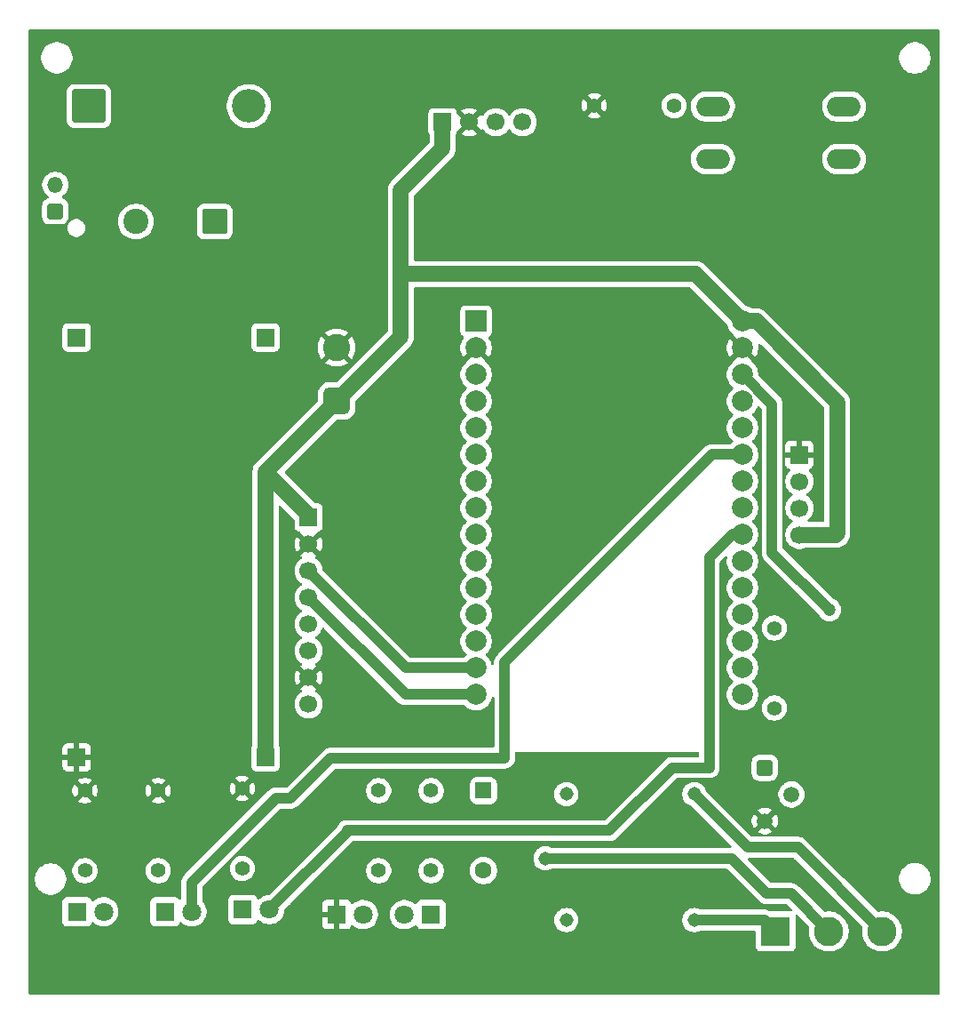
<source format=gbr>
%TF.GenerationSoftware,KiCad,Pcbnew,9.0.4*%
%TF.CreationDate,2025-11-10T11:11:45+05:30*%
%TF.ProjectId,BikeSSv3,42696b65-5353-4763-932e-6b696361645f,rev?*%
%TF.SameCoordinates,Original*%
%TF.FileFunction,Copper,L2,Bot*%
%TF.FilePolarity,Positive*%
%FSLAX46Y46*%
G04 Gerber Fmt 4.6, Leading zero omitted, Abs format (unit mm)*
G04 Created by KiCad (PCBNEW 9.0.4) date 2025-11-10 11:11:45*
%MOMM*%
%LPD*%
G01*
G04 APERTURE LIST*
G04 Aperture macros list*
%AMRoundRect*
0 Rectangle with rounded corners*
0 $1 Rounding radius*
0 $2 $3 $4 $5 $6 $7 $8 $9 X,Y pos of 4 corners*
0 Add a 4 corners polygon primitive as box body*
4,1,4,$2,$3,$4,$5,$6,$7,$8,$9,$2,$3,0*
0 Add four circle primitives for the rounded corners*
1,1,$1+$1,$2,$3*
1,1,$1+$1,$4,$5*
1,1,$1+$1,$6,$7*
1,1,$1+$1,$8,$9*
0 Add four rect primitives between the rounded corners*
20,1,$1+$1,$2,$3,$4,$5,0*
20,1,$1+$1,$4,$5,$6,$7,0*
20,1,$1+$1,$6,$7,$8,$9,0*
20,1,$1+$1,$8,$9,$2,$3,0*%
G04 Aperture macros list end*
%TA.AperFunction,ComponentPad*%
%ADD10R,1.700000X1.700000*%
%TD*%
%TA.AperFunction,ComponentPad*%
%ADD11C,1.700000*%
%TD*%
%TA.AperFunction,ComponentPad*%
%ADD12C,1.400000*%
%TD*%
%TA.AperFunction,ComponentPad*%
%ADD13R,1.800000X1.800000*%
%TD*%
%TA.AperFunction,ComponentPad*%
%ADD14C,1.800000*%
%TD*%
%TA.AperFunction,ComponentPad*%
%ADD15RoundRect,0.650000X0.650000X-0.650000X0.650000X0.650000X-0.650000X0.650000X-0.650000X-0.650000X0*%
%TD*%
%TA.AperFunction,ComponentPad*%
%ADD16C,2.600000*%
%TD*%
%TA.AperFunction,ComponentPad*%
%ADD17RoundRect,0.250000X-0.500000X0.500000X-0.500000X-0.500000X0.500000X-0.500000X0.500000X0.500000X0*%
%TD*%
%TA.AperFunction,ComponentPad*%
%ADD18C,1.500000*%
%TD*%
%TA.AperFunction,ComponentPad*%
%ADD19O,3.200000X1.900000*%
%TD*%
%TA.AperFunction,ComponentPad*%
%ADD20R,2.000000X2.000000*%
%TD*%
%TA.AperFunction,ComponentPad*%
%ADD21C,2.000000*%
%TD*%
%TA.AperFunction,ComponentPad*%
%ADD22RoundRect,0.250000X-1.350000X-1.350000X1.350000X-1.350000X1.350000X1.350000X-1.350000X1.350000X0*%
%TD*%
%TA.AperFunction,ComponentPad*%
%ADD23C,3.200000*%
%TD*%
%TA.AperFunction,ComponentPad*%
%ADD24R,2.800000X2.800000*%
%TD*%
%TA.AperFunction,ComponentPad*%
%ADD25C,2.800000*%
%TD*%
%TA.AperFunction,ComponentPad*%
%ADD26C,1.308000*%
%TD*%
%TA.AperFunction,ComponentPad*%
%ADD27RoundRect,0.250000X-0.550000X0.550000X-0.550000X-0.550000X0.550000X-0.550000X0.550000X0.550000X0*%
%TD*%
%TA.AperFunction,ComponentPad*%
%ADD28C,1.600000*%
%TD*%
%TA.AperFunction,ComponentPad*%
%ADD29RoundRect,0.220589X0.529411X-0.529411X0.529411X0.529411X-0.529411X0.529411X-0.529411X-0.529411X0*%
%TD*%
%TA.AperFunction,ComponentPad*%
%ADD30O,1.500000X1.500000*%
%TD*%
%TA.AperFunction,ComponentPad*%
%ADD31RoundRect,0.250001X0.949999X0.949999X-0.949999X0.949999X-0.949999X-0.949999X0.949999X-0.949999X0*%
%TD*%
%TA.AperFunction,ComponentPad*%
%ADD32C,2.400000*%
%TD*%
%TA.AperFunction,ViaPad*%
%ADD33C,1.200000*%
%TD*%
%TA.AperFunction,Conductor*%
%ADD34C,1.500000*%
%TD*%
%TA.AperFunction,Conductor*%
%ADD35C,1.000000*%
%TD*%
%TA.AperFunction,Conductor*%
%ADD36C,0.200000*%
%TD*%
%TA.AperFunction,Conductor*%
%ADD37C,0.800000*%
%TD*%
G04 APERTURE END LIST*
D10*
%TO.P,J107,1,Pin_1*%
%TO.N,VCC*%
X229980000Y-79525000D03*
D11*
%TO.P,J107,2,Pin_2*%
%TO.N,GND*%
X232520000Y-79525000D03*
%TO.P,J107,3,Pin_3*%
%TO.N,D16*%
X235060000Y-79525000D03*
%TO.P,J107,4,Pin_4*%
%TO.N,D17*%
X237600000Y-79525000D03*
%TD*%
D10*
%TO.P,J108,1,Pin_1*%
%TO.N,GND*%
X195100000Y-140025000D03*
%TD*%
D12*
%TO.P,R102,1*%
%TO.N,Net-(D103-K)*%
X210880000Y-150610000D03*
%TO.P,R102,2*%
%TO.N,GND*%
X210880000Y-142990000D03*
%TD*%
D10*
%TO.P,J104,1,Pin_1*%
%TO.N,VCC*%
X217200000Y-117180000D03*
D11*
%TO.P,J104,2,Pin_2*%
%TO.N,GND*%
X217200000Y-119720000D03*
%TO.P,J104,3,Pin_3*%
%TO.N,D22*%
X217200000Y-122260000D03*
%TO.P,J104,4,Pin_4*%
%TO.N,D21*%
X217200000Y-124800000D03*
%TO.P,J104,5,Pin_5*%
%TO.N,unconnected-(J104-Pin_5-Pad5)*%
X217200000Y-127340000D03*
%TO.P,J104,6,Pin_6*%
%TO.N,unconnected-(J104-Pin_6-Pad6)*%
X217200000Y-129880000D03*
%TO.P,J104,7,Pin_7*%
%TO.N,GND*%
X217200000Y-132420000D03*
%TO.P,J104,8,Pin_8*%
%TO.N,unconnected-(J104-Pin_8-Pad8)*%
X217200000Y-134960000D03*
%TD*%
D13*
%TO.P,D107,1,K*%
%TO.N,GND*%
X219880000Y-155000000D03*
D14*
%TO.P,D107,2,A*%
%TO.N,Net-(D107-A)*%
X222420000Y-155000000D03*
%TD*%
D13*
%TO.P,D106,1,K*%
%TO.N,Net-(D105-A)*%
X228880000Y-155000000D03*
D14*
%TO.P,D106,2,A*%
%TO.N,Net-(D106-A)*%
X226340000Y-155000000D03*
%TD*%
D12*
%TO.P,R103,1*%
%TO.N,Net-(D104-K)*%
X195880000Y-150810000D03*
%TO.P,R103,2*%
%TO.N,GND*%
X195880000Y-143190000D03*
%TD*%
D15*
%TO.P,TP101,1,1*%
%TO.N,VCC*%
X219880000Y-106065000D03*
D16*
%TO.P,TP101,2,2*%
%TO.N,GND*%
X219880000Y-100985000D03*
%TD*%
D12*
%TO.P,R105,1*%
%TO.N,VCC*%
X228880000Y-143190000D03*
%TO.P,R105,2*%
%TO.N,Net-(D106-A)*%
X228880000Y-150810000D03*
%TD*%
D13*
%TO.P,D103,1,K*%
%TO.N,Net-(D103-K)*%
X210930000Y-154525000D03*
D14*
%TO.P,D103,2,A*%
%TO.N,/D33*%
X213470000Y-154525000D03*
%TD*%
D17*
%TO.P,Q101,1,C*%
%TO.N,Net-(D105-A)*%
X260700000Y-141020000D03*
D18*
%TO.P,Q101,2,B*%
%TO.N,Net-(Q101-B)*%
X263240000Y-143560000D03*
%TO.P,Q101,3,E*%
%TO.N,GND*%
X260700000Y-146100000D03*
%TD*%
D19*
%TO.P,SW102,1,1*%
%TO.N,Net-(R104-Pad2)*%
X255750000Y-78025000D03*
X268250000Y-78025000D03*
%TO.P,SW102,2,2*%
%TO.N,/D12*%
X255750000Y-83025000D03*
X268250000Y-83025000D03*
%TD*%
D10*
%TO.P,J105,1,Pin_1*%
%TO.N,GND*%
X264000000Y-111200000D03*
D11*
%TO.P,J105,2,Pin_2*%
%TO.N,D26*%
X264000000Y-113740000D03*
%TO.P,J105,3,Pin_3*%
%TO.N,D25*%
X264000000Y-116280000D03*
%TO.P,J105,4,Pin_4*%
%TO.N,VCC*%
X264000000Y-118820000D03*
%TD*%
D10*
%TO.P,J106,1,Pin_1*%
%TO.N,/12V-*%
X195100000Y-100025000D03*
%TD*%
D12*
%TO.P,R107,1*%
%TO.N,D14*%
X261600000Y-127715000D03*
%TO.P,R107,2*%
%TO.N,Net-(Q101-B)*%
X261600000Y-135335000D03*
%TD*%
%TO.P,R101,1*%
%TO.N,Net-(D102-K)*%
X202880000Y-150810000D03*
%TO.P,R101,2*%
%TO.N,GND*%
X202880000Y-143190000D03*
%TD*%
D10*
%TO.P,J102,1,Pin_1*%
%TO.N,/12V+ DO*%
X213100000Y-100025000D03*
%TD*%
D12*
%TO.P,R106,1*%
%TO.N,VCC*%
X223880000Y-143190000D03*
%TO.P,R106,2*%
%TO.N,Net-(D107-A)*%
X223880000Y-150810000D03*
%TD*%
D13*
%TO.P,D102,1,K*%
%TO.N,Net-(D102-K)*%
X203530000Y-154725000D03*
D14*
%TO.P,D102,2,A*%
%TO.N,/D27*%
X206070000Y-154725000D03*
%TD*%
D20*
%TO.P,U101,1,3V3*%
%TO.N,unconnected-(U101-3V3-Pad1)*%
X233180000Y-98485000D03*
D21*
%TO.P,U101,2,GND*%
%TO.N,GND*%
X233180000Y-101025000D03*
%TO.P,U101,3,D15*%
%TO.N,unconnected-(U101-D15-Pad3)*%
X233180000Y-103565000D03*
%TO.P,U101,4,D2*%
%TO.N,unconnected-(U101-D2-Pad4)*%
X233180000Y-106105000D03*
%TO.P,U101,5,D4*%
%TO.N,unconnected-(U101-D4-Pad5)*%
X233180000Y-108645000D03*
%TO.P,U101,6,RX2*%
%TO.N,D16*%
X233180000Y-111185000D03*
%TO.P,U101,7,TX2*%
%TO.N,D17*%
X233180000Y-113725000D03*
%TO.P,U101,8,D5*%
%TO.N,unconnected-(U101-D5-Pad8)*%
X233180000Y-116265000D03*
%TO.P,U101,9,D18*%
%TO.N,unconnected-(U101-D18-Pad9)*%
X233180000Y-118805000D03*
%TO.P,U101,10,D19*%
%TO.N,unconnected-(U101-D19-Pad10)*%
X233180000Y-121345000D03*
%TO.P,U101,11,D21*%
%TO.N,unconnected-(U101-D21-Pad11)*%
X233180000Y-123885000D03*
%TO.P,U101,12,RX0*%
%TO.N,unconnected-(U101-RX0-Pad12)*%
X233180000Y-126425000D03*
%TO.P,U101,13,TX0*%
%TO.N,unconnected-(U101-TX0-Pad13)*%
X233180000Y-128965000D03*
%TO.P,U101,14,D22*%
%TO.N,D22*%
X233180000Y-131505000D03*
%TO.P,U101,15,D23*%
%TO.N,D21*%
X233180000Y-134045000D03*
%TO.P,U101,16,EN*%
%TO.N,unconnected-(U101-EN-Pad16)*%
X258580000Y-134045000D03*
%TO.P,U101,17,VP*%
%TO.N,unconnected-(U101-VP-Pad17)*%
X258580000Y-131505000D03*
%TO.P,U101,18,VN*%
%TO.N,unconnected-(U101-VN-Pad18)*%
X258580000Y-128965000D03*
%TO.P,U101,19,D34*%
%TO.N,unconnected-(U101-D34-Pad19)*%
X258580000Y-126425000D03*
%TO.P,U101,20,D35*%
%TO.N,unconnected-(U101-D35-Pad20)*%
X258580000Y-123885000D03*
%TO.P,U101,21,D32*%
%TO.N,unconnected-(U101-D32-Pad21)*%
X258580000Y-121345000D03*
%TO.P,U101,22,D33*%
%TO.N,/D33*%
X258580000Y-118805000D03*
%TO.P,U101,23,D25*%
%TO.N,D25*%
X258580000Y-116265000D03*
%TO.P,U101,24,D26*%
%TO.N,D26*%
X258580000Y-113725000D03*
%TO.P,U101,25,D27*%
%TO.N,/D27*%
X258580000Y-111185000D03*
%TO.P,U101,26,D14*%
%TO.N,D14*%
X258580000Y-108645000D03*
%TO.P,U101,27,D12*%
%TO.N,/D12*%
X258580000Y-106105000D03*
%TO.P,U101,28,D13*%
%TO.N,/D13*%
X258580000Y-103565000D03*
%TO.P,U101,29,GND*%
%TO.N,GND*%
X258580000Y-101025000D03*
%TO.P,U101,30,VIN*%
%TO.N,VCC*%
X258580000Y-98485000D03*
%TD*%
D22*
%TO.P,D101,1,K*%
%TO.N,/12V+DI*%
X196260000Y-78000000D03*
D23*
%TO.P,D101,2,A*%
%TO.N,/12V+ DO*%
X211500000Y-78000000D03*
%TD*%
D12*
%TO.P,R104,1*%
%TO.N,GND*%
X244440000Y-77950000D03*
%TO.P,R104,2*%
%TO.N,Net-(R104-Pad2)*%
X252060000Y-77950000D03*
%TD*%
D24*
%TO.P,J112,1,Pin_1*%
%TO.N,/NO*%
X261720000Y-156600000D03*
D25*
%TO.P,J112,2,Pin_2*%
%TO.N,/COM*%
X266800000Y-156600000D03*
%TO.P,J112,3,Pin_3*%
%TO.N,/NC*%
X271880000Y-156600000D03*
%TD*%
D26*
%TO.P,K101,COIL1*%
%TO.N,VCC*%
X241780000Y-143525000D03*
%TO.P,K101,COIL2*%
%TO.N,Net-(D105-A)*%
X241780000Y-155525000D03*
%TO.P,K101,COM*%
%TO.N,/COM*%
X239780000Y-149645000D03*
%TO.P,K101,NC*%
%TO.N,/NC*%
X253980000Y-143525000D03*
%TO.P,K101,NO*%
%TO.N,/NO*%
X253980000Y-155525000D03*
%TD*%
D13*
%TO.P,D104,1,K*%
%TO.N,Net-(D104-K)*%
X195130000Y-154725000D03*
D14*
%TO.P,D104,2,A*%
%TO.N,/D13*%
X197670000Y-154725000D03*
%TD*%
D27*
%TO.P,D105,1,K*%
%TO.N,VCC*%
X233880000Y-143190000D03*
D28*
%TO.P,D105,2,A*%
%TO.N,Net-(D105-A)*%
X233880000Y-150810000D03*
%TD*%
D29*
%TO.P,J101,1,Pin_1*%
%TO.N,/12V-*%
X193053674Y-88000000D03*
D30*
%TO.P,J101,2,Pin_2*%
%TO.N,/12V+DI*%
X193053674Y-85500000D03*
%TD*%
D31*
%TO.P,C101,1*%
%TO.N,/12V+ DO*%
X208252651Y-89000000D03*
D32*
%TO.N,/12V-*%
X200752651Y-89000000D03*
%TD*%
D10*
%TO.P,J103,1,Pin_1*%
%TO.N,VCC*%
X213100000Y-140025000D03*
%TD*%
D33*
%TO.N,/D13*%
X266880000Y-126000000D03*
%TD*%
D34*
%TO.N,VCC*%
X219880000Y-106065000D02*
X226000000Y-99945000D01*
X254095000Y-94000000D02*
X226000000Y-94000000D01*
X217200000Y-116945000D02*
X213100000Y-112845000D01*
X226000000Y-86000000D02*
X229980000Y-82020000D01*
X267600000Y-118700000D02*
X267600000Y-106200000D01*
X258580000Y-98485000D02*
X254095000Y-94000000D01*
X226000000Y-99945000D02*
X226000000Y-94000000D01*
X226000000Y-94000000D02*
X226000000Y-86000000D01*
X264000000Y-118820000D02*
X267480000Y-118820000D01*
X229980000Y-82020000D02*
X229980000Y-79525000D01*
X259885000Y-98485000D02*
X258580000Y-98485000D01*
X213100000Y-112845000D02*
X219880000Y-106065000D01*
X267480000Y-118820000D02*
X267600000Y-118700000D01*
X213100000Y-140025000D02*
X213100000Y-112845000D01*
X217200000Y-117180000D02*
X217200000Y-116945000D01*
X267600000Y-106200000D02*
X259885000Y-98485000D01*
D35*
%TO.N,D21*%
X226445000Y-134045000D02*
X233180000Y-134045000D01*
X217200000Y-124800000D02*
X226445000Y-134045000D01*
%TO.N,D22*%
X217200000Y-122260000D02*
X226445000Y-131505000D01*
X226445000Y-131505000D02*
X233180000Y-131505000D01*
%TO.N,/D27*%
X206070000Y-151930000D02*
X214100000Y-143900000D01*
X219300000Y-140100000D02*
X235900000Y-140100000D01*
X235900000Y-140100000D02*
X235900000Y-131020000D01*
X235880000Y-131000000D02*
X255695000Y-111185000D01*
X214100000Y-143900000D02*
X215500000Y-143900000D01*
X215500000Y-143900000D02*
X219300000Y-140100000D01*
X206070000Y-154725000D02*
X206070000Y-151930000D01*
X255695000Y-111185000D02*
X258580000Y-111185000D01*
X235900000Y-131020000D02*
X235880000Y-131000000D01*
%TO.N,/D13*%
X266880000Y-126000000D02*
X261400000Y-120520000D01*
X261400000Y-120520000D02*
X261400000Y-106385000D01*
X261400000Y-106385000D02*
X258580000Y-103565000D01*
%TO.N,/D33*%
X213470000Y-154525000D02*
X220880000Y-147115000D01*
X257595000Y-118805000D02*
X258580000Y-118805000D01*
X251880000Y-141000000D02*
X255400000Y-141000000D01*
X220880000Y-147000000D02*
X245880000Y-147000000D01*
X245880000Y-147000000D02*
X251880000Y-141000000D01*
D36*
X220880000Y-147115000D02*
X220880000Y-147000000D01*
D35*
X255400000Y-121000000D02*
X257595000Y-118805000D01*
X255400000Y-141000000D02*
X255400000Y-121000000D01*
D37*
%TO.N,Net-(R104-Pad2)*%
X255650000Y-77925000D02*
X255750000Y-78025000D01*
D35*
%TO.N,/NO*%
X253980000Y-155525000D02*
X260645000Y-155525000D01*
D36*
X260645000Y-155525000D02*
X261720000Y-156600000D01*
D35*
%TO.N,/NC*%
X263880000Y-148600000D02*
X271880000Y-156600000D01*
X253980000Y-143525000D02*
X259055000Y-148600000D01*
X259055000Y-148600000D02*
X263880000Y-148600000D01*
%TO.N,/COM*%
X257525000Y-149645000D02*
X260880000Y-153000000D01*
X260880000Y-153000000D02*
X263200000Y-153000000D01*
X239780000Y-149645000D02*
X257525000Y-149645000D01*
X263200000Y-153000000D02*
X266800000Y-156600000D01*
%TD*%
%TA.AperFunction,Conductor*%
%TO.N,GND*%
G36*
X253592703Y-95270185D02*
G01*
X253613345Y-95286819D01*
X257079216Y-98752690D01*
X257112701Y-98814013D01*
X257114008Y-98820970D01*
X257116447Y-98836368D01*
X257189432Y-99060992D01*
X257296657Y-99271433D01*
X257435483Y-99462510D01*
X257602490Y-99629517D01*
X257661716Y-99672547D01*
X257704381Y-99727875D01*
X257712448Y-99782593D01*
X257710893Y-99802340D01*
X258450591Y-100542037D01*
X258387007Y-100559075D01*
X258272993Y-100624901D01*
X258179901Y-100717993D01*
X258114075Y-100832007D01*
X258097037Y-100895591D01*
X257357340Y-100155894D01*
X257297084Y-100238830D01*
X257189897Y-100449197D01*
X257116934Y-100673752D01*
X257080000Y-100906947D01*
X257080000Y-101143052D01*
X257116934Y-101376247D01*
X257189897Y-101600802D01*
X257297087Y-101811174D01*
X257357338Y-101894104D01*
X257357340Y-101894105D01*
X258097037Y-101154408D01*
X258114075Y-101217993D01*
X258179901Y-101332007D01*
X258272993Y-101425099D01*
X258387007Y-101490925D01*
X258450590Y-101507962D01*
X257710893Y-102247658D01*
X257712448Y-102267405D01*
X257698084Y-102335783D01*
X257661717Y-102377451D01*
X257602490Y-102420482D01*
X257435485Y-102587487D01*
X257435485Y-102587488D01*
X257435483Y-102587490D01*
X257375862Y-102669550D01*
X257296657Y-102778566D01*
X257189433Y-102989003D01*
X257116446Y-103213631D01*
X257079500Y-103446902D01*
X257079500Y-103683097D01*
X257116446Y-103916368D01*
X257189433Y-104140996D01*
X257280370Y-104319468D01*
X257296657Y-104351433D01*
X257435483Y-104542510D01*
X257602490Y-104709517D01*
X257637127Y-104734683D01*
X257679792Y-104790013D01*
X257685771Y-104859626D01*
X257653165Y-104921421D01*
X257637130Y-104935315D01*
X257619365Y-104948222D01*
X257602488Y-104960484D01*
X257435485Y-105127487D01*
X257435485Y-105127488D01*
X257435483Y-105127490D01*
X257375862Y-105209550D01*
X257296657Y-105318566D01*
X257189433Y-105529003D01*
X257116446Y-105753631D01*
X257079500Y-105986902D01*
X257079500Y-106223097D01*
X257116446Y-106456368D01*
X257189433Y-106680996D01*
X257296657Y-106891433D01*
X257435483Y-107082510D01*
X257602490Y-107249517D01*
X257637127Y-107274683D01*
X257679792Y-107330013D01*
X257685771Y-107399626D01*
X257653165Y-107461421D01*
X257637130Y-107475315D01*
X257619365Y-107488222D01*
X257602488Y-107500484D01*
X257435485Y-107667487D01*
X257435485Y-107667488D01*
X257435483Y-107667490D01*
X257394130Y-107724407D01*
X257296657Y-107858566D01*
X257189433Y-108069003D01*
X257116446Y-108293631D01*
X257079500Y-108526902D01*
X257079500Y-108763097D01*
X257116446Y-108996368D01*
X257189433Y-109220996D01*
X257296657Y-109431433D01*
X257435483Y-109622510D01*
X257602490Y-109789517D01*
X257637127Y-109814683D01*
X257649959Y-109831323D01*
X257666289Y-109844556D01*
X257670868Y-109858440D01*
X257679792Y-109870013D01*
X257681590Y-109890947D01*
X257688174Y-109910910D01*
X257684520Y-109925064D01*
X257685771Y-109939626D01*
X257675963Y-109958212D01*
X257670711Y-109978562D01*
X257657730Y-109992768D01*
X257653165Y-110001421D01*
X257648490Y-110005984D01*
X257643086Y-110010988D01*
X257602490Y-110040483D01*
X257493102Y-110149870D01*
X257491360Y-110151484D01*
X257462116Y-110166023D01*
X257433469Y-110181666D01*
X257429876Y-110182052D01*
X257428797Y-110182589D01*
X257426865Y-110182376D01*
X257407111Y-110184500D01*
X255596455Y-110184500D01*
X255499812Y-110203724D01*
X255403167Y-110222947D01*
X255403161Y-110222949D01*
X255349834Y-110245037D01*
X255349834Y-110245038D01*
X255306918Y-110262814D01*
X255221084Y-110298368D01*
X255221083Y-110298368D01*
X255098045Y-110380579D01*
X255098046Y-110380580D01*
X255057218Y-110407859D01*
X255057215Y-110407862D01*
X238532156Y-126932924D01*
X235242219Y-130222861D01*
X235205454Y-130259626D01*
X235102859Y-130362220D01*
X234993372Y-130526079D01*
X234993367Y-130526089D01*
X234917949Y-130708163D01*
X234917947Y-130708171D01*
X234879500Y-130901455D01*
X234879500Y-131096895D01*
X234859815Y-131163934D01*
X234807011Y-131209689D01*
X234737853Y-131219633D01*
X234674297Y-131190608D01*
X234637569Y-131135214D01*
X234570566Y-130929003D01*
X234463342Y-130718566D01*
X234324517Y-130527490D01*
X234157510Y-130360483D01*
X234122872Y-130335317D01*
X234080207Y-130279989D01*
X234074228Y-130210375D01*
X234106833Y-130148580D01*
X234122873Y-130134682D01*
X234157510Y-130109517D01*
X234324517Y-129942510D01*
X234463343Y-129751433D01*
X234570568Y-129540992D01*
X234643553Y-129316368D01*
X234680500Y-129083097D01*
X234680500Y-128846902D01*
X234643553Y-128613631D01*
X234570566Y-128389003D01*
X234463342Y-128178566D01*
X234461356Y-128175832D01*
X234324517Y-127987490D01*
X234157510Y-127820483D01*
X234122872Y-127795317D01*
X234080207Y-127739989D01*
X234074228Y-127670375D01*
X234106833Y-127608580D01*
X234122873Y-127594682D01*
X234157510Y-127569517D01*
X234324517Y-127402510D01*
X234463343Y-127211433D01*
X234570568Y-127000992D01*
X234643553Y-126776368D01*
X234657511Y-126688240D01*
X234680500Y-126543097D01*
X234680500Y-126306902D01*
X234643553Y-126073631D01*
X234570566Y-125849003D01*
X234463342Y-125638566D01*
X234324517Y-125447490D01*
X234157510Y-125280483D01*
X234122872Y-125255317D01*
X234080207Y-125199989D01*
X234074228Y-125130375D01*
X234106833Y-125068580D01*
X234122873Y-125054682D01*
X234157510Y-125029517D01*
X234324517Y-124862510D01*
X234463343Y-124671433D01*
X234570568Y-124460992D01*
X234643553Y-124236368D01*
X234680500Y-124003097D01*
X234680500Y-123766902D01*
X234643553Y-123533631D01*
X234570566Y-123309003D01*
X234463342Y-123098566D01*
X234324517Y-122907490D01*
X234157510Y-122740483D01*
X234122872Y-122715317D01*
X234080207Y-122659989D01*
X234074228Y-122590375D01*
X234106833Y-122528580D01*
X234122873Y-122514682D01*
X234157510Y-122489517D01*
X234324517Y-122322510D01*
X234463343Y-122131433D01*
X234570568Y-121920992D01*
X234643553Y-121696368D01*
X234680500Y-121463097D01*
X234680500Y-121226902D01*
X234643553Y-120993631D01*
X234592098Y-120835270D01*
X234570568Y-120769008D01*
X234570566Y-120769005D01*
X234570566Y-120769003D01*
X234463342Y-120558566D01*
X234439739Y-120526079D01*
X234324517Y-120367490D01*
X234157510Y-120200483D01*
X234122872Y-120175317D01*
X234080207Y-120119989D01*
X234074228Y-120050375D01*
X234106833Y-119988580D01*
X234122873Y-119974682D01*
X234157510Y-119949517D01*
X234324517Y-119782510D01*
X234463343Y-119591433D01*
X234570568Y-119380992D01*
X234643553Y-119156368D01*
X234680500Y-118923097D01*
X234680500Y-118686902D01*
X234643553Y-118453631D01*
X234584646Y-118272335D01*
X234570568Y-118229008D01*
X234570566Y-118229005D01*
X234570566Y-118229003D01*
X234468080Y-118027864D01*
X234463343Y-118018567D01*
X234324517Y-117827490D01*
X234157510Y-117660483D01*
X234122872Y-117635317D01*
X234080207Y-117579989D01*
X234074228Y-117510375D01*
X234106833Y-117448580D01*
X234122873Y-117434682D01*
X234157510Y-117409517D01*
X234324517Y-117242510D01*
X234463343Y-117051433D01*
X234570568Y-116840992D01*
X234643553Y-116616368D01*
X234680500Y-116383097D01*
X234680500Y-116146902D01*
X234643553Y-115913631D01*
X234570566Y-115689003D01*
X234463342Y-115478566D01*
X234406415Y-115400213D01*
X234324517Y-115287490D01*
X234157510Y-115120483D01*
X234122872Y-115095317D01*
X234080207Y-115039989D01*
X234074228Y-114970375D01*
X234106833Y-114908580D01*
X234122873Y-114894682D01*
X234157510Y-114869517D01*
X234324517Y-114702510D01*
X234463343Y-114511433D01*
X234570568Y-114300992D01*
X234643553Y-114076368D01*
X234680500Y-113843097D01*
X234680500Y-113606902D01*
X234643553Y-113373631D01*
X234570566Y-113149003D01*
X234463342Y-112938566D01*
X234324517Y-112747490D01*
X234157510Y-112580483D01*
X234122872Y-112555317D01*
X234080207Y-112499989D01*
X234074228Y-112430375D01*
X234106833Y-112368580D01*
X234122873Y-112354682D01*
X234157510Y-112329517D01*
X234324517Y-112162510D01*
X234463343Y-111971433D01*
X234570568Y-111760992D01*
X234643553Y-111536368D01*
X234648203Y-111507007D01*
X234680500Y-111303097D01*
X234680500Y-111066902D01*
X234643553Y-110833631D01*
X234570566Y-110609003D01*
X234468078Y-110407860D01*
X234463343Y-110398567D01*
X234324517Y-110207490D01*
X234157510Y-110040483D01*
X234122872Y-110015317D01*
X234080207Y-109959989D01*
X234074228Y-109890375D01*
X234106833Y-109828580D01*
X234122873Y-109814682D01*
X234157510Y-109789517D01*
X234324517Y-109622510D01*
X234463343Y-109431433D01*
X234570568Y-109220992D01*
X234643553Y-108996368D01*
X234680500Y-108763097D01*
X234680500Y-108526902D01*
X234643553Y-108293631D01*
X234570566Y-108069003D01*
X234485381Y-107901819D01*
X234463343Y-107858567D01*
X234324517Y-107667490D01*
X234157510Y-107500483D01*
X234122872Y-107475317D01*
X234080207Y-107419989D01*
X234074228Y-107350375D01*
X234106833Y-107288580D01*
X234122873Y-107274682D01*
X234157510Y-107249517D01*
X234324517Y-107082510D01*
X234463343Y-106891433D01*
X234570568Y-106680992D01*
X234643553Y-106456368D01*
X234670464Y-106286459D01*
X234680500Y-106223097D01*
X234680500Y-105986902D01*
X234643553Y-105753631D01*
X234595173Y-105604735D01*
X234570568Y-105529008D01*
X234570566Y-105529005D01*
X234570566Y-105529003D01*
X234497372Y-105385353D01*
X234463343Y-105318567D01*
X234324517Y-105127490D01*
X234157510Y-104960483D01*
X234122872Y-104935317D01*
X234080207Y-104879989D01*
X234074228Y-104810375D01*
X234106833Y-104748580D01*
X234122873Y-104734682D01*
X234157510Y-104709517D01*
X234324517Y-104542510D01*
X234463343Y-104351433D01*
X234570568Y-104140992D01*
X234643553Y-103916368D01*
X234680500Y-103683097D01*
X234680500Y-103446902D01*
X234643553Y-103213631D01*
X234570566Y-102989003D01*
X234514002Y-102877991D01*
X234463343Y-102778567D01*
X234324517Y-102587490D01*
X234157510Y-102420483D01*
X234098282Y-102377451D01*
X234055617Y-102322122D01*
X234047550Y-102267404D01*
X234049104Y-102247657D01*
X233309408Y-101507962D01*
X233372993Y-101490925D01*
X233487007Y-101425099D01*
X233580099Y-101332007D01*
X233645925Y-101217993D01*
X233662962Y-101154409D01*
X234402658Y-101894105D01*
X234402658Y-101894104D01*
X234462914Y-101811169D01*
X234462918Y-101811163D01*
X234570102Y-101600802D01*
X234643065Y-101376247D01*
X234680000Y-101143052D01*
X234680000Y-100906947D01*
X234643065Y-100673752D01*
X234570102Y-100449197D01*
X234462914Y-100238828D01*
X234372964Y-100115023D01*
X234349484Y-100049216D01*
X234365309Y-99981162D01*
X234414640Y-99933220D01*
X234414546Y-99933047D01*
X234415169Y-99932706D01*
X234415415Y-99932468D01*
X234416480Y-99931990D01*
X234422326Y-99928797D01*
X234422331Y-99928796D01*
X234537546Y-99842546D01*
X234623796Y-99727331D01*
X234674091Y-99592483D01*
X234680500Y-99532873D01*
X234680499Y-97437128D01*
X234674091Y-97377517D01*
X234632233Y-97265291D01*
X234623797Y-97242671D01*
X234623793Y-97242664D01*
X234537547Y-97127455D01*
X234537544Y-97127452D01*
X234422335Y-97041206D01*
X234422328Y-97041202D01*
X234287482Y-96990908D01*
X234287483Y-96990908D01*
X234227883Y-96984501D01*
X234227881Y-96984500D01*
X234227873Y-96984500D01*
X234227864Y-96984500D01*
X232132129Y-96984500D01*
X232132123Y-96984501D01*
X232072516Y-96990908D01*
X231937671Y-97041202D01*
X231937664Y-97041206D01*
X231822455Y-97127452D01*
X231822452Y-97127455D01*
X231736206Y-97242664D01*
X231736202Y-97242671D01*
X231685908Y-97377517D01*
X231679501Y-97437116D01*
X231679501Y-97437123D01*
X231679500Y-97437135D01*
X231679500Y-99532870D01*
X231679501Y-99532876D01*
X231685908Y-99592483D01*
X231736202Y-99727328D01*
X231736206Y-99727335D01*
X231822452Y-99842544D01*
X231822455Y-99842547D01*
X231937664Y-99928793D01*
X231945454Y-99933047D01*
X231943725Y-99936211D01*
X231985915Y-99967734D01*
X232010393Y-100033175D01*
X231995604Y-100101462D01*
X231987036Y-100115021D01*
X231897084Y-100238829D01*
X231789897Y-100449197D01*
X231716934Y-100673752D01*
X231680000Y-100906947D01*
X231680000Y-101143052D01*
X231716934Y-101376247D01*
X231789897Y-101600802D01*
X231897087Y-101811174D01*
X231957338Y-101894104D01*
X231957340Y-101894105D01*
X232697037Y-101154408D01*
X232714075Y-101217993D01*
X232779901Y-101332007D01*
X232872993Y-101425099D01*
X232987007Y-101490925D01*
X233050590Y-101507962D01*
X232310893Y-102247658D01*
X232312448Y-102267405D01*
X232298084Y-102335783D01*
X232261717Y-102377451D01*
X232202490Y-102420482D01*
X232035485Y-102587487D01*
X232035485Y-102587488D01*
X232035483Y-102587490D01*
X231975862Y-102669550D01*
X231896657Y-102778566D01*
X231789433Y-102989003D01*
X231716446Y-103213631D01*
X231679500Y-103446902D01*
X231679500Y-103683097D01*
X231716446Y-103916368D01*
X231789433Y-104140996D01*
X231880370Y-104319468D01*
X231896657Y-104351433D01*
X232035483Y-104542510D01*
X232202490Y-104709517D01*
X232237127Y-104734683D01*
X232279792Y-104790013D01*
X232285771Y-104859626D01*
X232253165Y-104921421D01*
X232237130Y-104935315D01*
X232219365Y-104948222D01*
X232202488Y-104960484D01*
X232035485Y-105127487D01*
X232035485Y-105127488D01*
X232035483Y-105127490D01*
X231975862Y-105209550D01*
X231896657Y-105318566D01*
X231789433Y-105529003D01*
X231716446Y-105753631D01*
X231679500Y-105986902D01*
X231679500Y-106223097D01*
X231716446Y-106456368D01*
X231789433Y-106680996D01*
X231896657Y-106891433D01*
X232035483Y-107082510D01*
X232202490Y-107249517D01*
X232237127Y-107274683D01*
X232279792Y-107330013D01*
X232285771Y-107399626D01*
X232253165Y-107461421D01*
X232237130Y-107475315D01*
X232219365Y-107488222D01*
X232202488Y-107500484D01*
X232035485Y-107667487D01*
X232035485Y-107667488D01*
X232035483Y-107667490D01*
X231994130Y-107724407D01*
X231896657Y-107858566D01*
X231789433Y-108069003D01*
X231716446Y-108293631D01*
X231679500Y-108526902D01*
X231679500Y-108763097D01*
X231716446Y-108996368D01*
X231789433Y-109220996D01*
X231896657Y-109431433D01*
X232035483Y-109622510D01*
X232202490Y-109789517D01*
X232237127Y-109814683D01*
X232279792Y-109870013D01*
X232285771Y-109939626D01*
X232253165Y-110001421D01*
X232237130Y-110015315D01*
X232219365Y-110028222D01*
X232202488Y-110040484D01*
X232035485Y-110207487D01*
X232035485Y-110207488D01*
X232035483Y-110207490D01*
X232008203Y-110245038D01*
X231896657Y-110398566D01*
X231789433Y-110609003D01*
X231716446Y-110833631D01*
X231679500Y-111066902D01*
X231679500Y-111303097D01*
X231716446Y-111536368D01*
X231789433Y-111760996D01*
X231855762Y-111891172D01*
X231896657Y-111971433D01*
X232035483Y-112162510D01*
X232202490Y-112329517D01*
X232237127Y-112354683D01*
X232279792Y-112410013D01*
X232285771Y-112479626D01*
X232253165Y-112541421D01*
X232237130Y-112555315D01*
X232231595Y-112559337D01*
X232202488Y-112580484D01*
X232035485Y-112747487D01*
X232035485Y-112747488D01*
X232035483Y-112747490D01*
X232028342Y-112757319D01*
X231896657Y-112938566D01*
X231789433Y-113149003D01*
X231716446Y-113373631D01*
X231679500Y-113606902D01*
X231679500Y-113843097D01*
X231716446Y-114076368D01*
X231789433Y-114300996D01*
X231896657Y-114511433D01*
X232035483Y-114702510D01*
X232202490Y-114869517D01*
X232237127Y-114894683D01*
X232279792Y-114950013D01*
X232285771Y-115019626D01*
X232253165Y-115081421D01*
X232237130Y-115095315D01*
X232211966Y-115113598D01*
X232202487Y-115120485D01*
X232035485Y-115287487D01*
X232035485Y-115287488D01*
X232035483Y-115287490D01*
X231975862Y-115369550D01*
X231896657Y-115478566D01*
X231789433Y-115689003D01*
X231716446Y-115913631D01*
X231679500Y-116146902D01*
X231679500Y-116383097D01*
X231716446Y-116616368D01*
X231789433Y-116840996D01*
X231896657Y-117051433D01*
X232035483Y-117242510D01*
X232202490Y-117409517D01*
X232237127Y-117434683D01*
X232279792Y-117490013D01*
X232285771Y-117559626D01*
X232253165Y-117621421D01*
X232237130Y-117635315D01*
X232211966Y-117653598D01*
X232202487Y-117660485D01*
X232035485Y-117827487D01*
X232035485Y-117827488D01*
X232035483Y-117827490D01*
X232008203Y-117865038D01*
X231896657Y-118018566D01*
X231789433Y-118229003D01*
X231716446Y-118453631D01*
X231679500Y-118686902D01*
X231679500Y-118923097D01*
X231716446Y-119156368D01*
X231789433Y-119380996D01*
X231896657Y-119591433D01*
X232035483Y-119782510D01*
X232202490Y-119949517D01*
X232237127Y-119974683D01*
X232279792Y-120030013D01*
X232285771Y-120099626D01*
X232253165Y-120161421D01*
X232237130Y-120175315D01*
X232222527Y-120185925D01*
X232202488Y-120200484D01*
X232035485Y-120367487D01*
X232035485Y-120367488D01*
X232035483Y-120367490D01*
X232003740Y-120411181D01*
X231896657Y-120558566D01*
X231789433Y-120769003D01*
X231716446Y-120993631D01*
X231679500Y-121226902D01*
X231679500Y-121463097D01*
X231716446Y-121696368D01*
X231789433Y-121920996D01*
X231896657Y-122131433D01*
X232035483Y-122322510D01*
X232202490Y-122489517D01*
X232237127Y-122514683D01*
X232279792Y-122570013D01*
X232285771Y-122639626D01*
X232253165Y-122701421D01*
X232237130Y-122715315D01*
X232219365Y-122728222D01*
X232202488Y-122740484D01*
X232035485Y-122907487D01*
X232035485Y-122907488D01*
X232035483Y-122907490D01*
X231991651Y-122967820D01*
X231896657Y-123098566D01*
X231789433Y-123309003D01*
X231716446Y-123533631D01*
X231679500Y-123766902D01*
X231679500Y-124003097D01*
X231716446Y-124236368D01*
X231789433Y-124460996D01*
X231896657Y-124671433D01*
X232035483Y-124862510D01*
X232202490Y-125029517D01*
X232237127Y-125054683D01*
X232279792Y-125110013D01*
X232285771Y-125179626D01*
X232253165Y-125241421D01*
X232237130Y-125255315D01*
X232219365Y-125268222D01*
X232202488Y-125280484D01*
X232035485Y-125447487D01*
X232035485Y-125447488D01*
X232035483Y-125447490D01*
X231991651Y-125507820D01*
X231896657Y-125638566D01*
X231789433Y-125849003D01*
X231716446Y-126073631D01*
X231679500Y-126306902D01*
X231679500Y-126543097D01*
X231716446Y-126776368D01*
X231789433Y-127000996D01*
X231896657Y-127211433D01*
X232035483Y-127402510D01*
X232202490Y-127569517D01*
X232237127Y-127594683D01*
X232279792Y-127650013D01*
X232285771Y-127719626D01*
X232253165Y-127781421D01*
X232237130Y-127795315D01*
X232219365Y-127808222D01*
X232202488Y-127820484D01*
X232035485Y-127987487D01*
X232035485Y-127987488D01*
X232035483Y-127987490D01*
X231991651Y-128047820D01*
X231896657Y-128178566D01*
X231789433Y-128389003D01*
X231716446Y-128613631D01*
X231679500Y-128846902D01*
X231679500Y-129083097D01*
X231716446Y-129316368D01*
X231789433Y-129540996D01*
X231896657Y-129751433D01*
X232035483Y-129942510D01*
X232202490Y-130109517D01*
X232237127Y-130134683D01*
X232249959Y-130151323D01*
X232266289Y-130164556D01*
X232270868Y-130178440D01*
X232279792Y-130190013D01*
X232281590Y-130210947D01*
X232288174Y-130230910D01*
X232284520Y-130245064D01*
X232285771Y-130259626D01*
X232275963Y-130278212D01*
X232270711Y-130298562D01*
X232257730Y-130312768D01*
X232253165Y-130321421D01*
X232248490Y-130325984D01*
X232243086Y-130330988D01*
X232202490Y-130360483D01*
X232093102Y-130469870D01*
X232091360Y-130471484D01*
X232062116Y-130486023D01*
X232033469Y-130501666D01*
X232029876Y-130502052D01*
X232028797Y-130502589D01*
X232026865Y-130502376D01*
X232007111Y-130504500D01*
X226910783Y-130504500D01*
X226843744Y-130484815D01*
X226823102Y-130468181D01*
X218586423Y-122231502D01*
X218552938Y-122170179D01*
X218550655Y-122154697D01*
X218550500Y-122153718D01*
X218550500Y-122153713D01*
X218517246Y-121943757D01*
X218451557Y-121741588D01*
X218355051Y-121552184D01*
X218355049Y-121552181D01*
X218355048Y-121552179D01*
X218230109Y-121380213D01*
X218079786Y-121229890D01*
X217907817Y-121104949D01*
X217898504Y-121100204D01*
X217847707Y-121052230D01*
X217830912Y-120984409D01*
X217853449Y-120918274D01*
X217898507Y-120879232D01*
X217907555Y-120874622D01*
X217961716Y-120835270D01*
X217961717Y-120835270D01*
X217329408Y-120202962D01*
X217392993Y-120185925D01*
X217507007Y-120120099D01*
X217600099Y-120027007D01*
X217665925Y-119912993D01*
X217682962Y-119849408D01*
X218315270Y-120481717D01*
X218315270Y-120481716D01*
X218354622Y-120427554D01*
X218451095Y-120238217D01*
X218516757Y-120036130D01*
X218516757Y-120036127D01*
X218550000Y-119826246D01*
X218550000Y-119613753D01*
X218516757Y-119403872D01*
X218516757Y-119403869D01*
X218451095Y-119201782D01*
X218354624Y-119012449D01*
X218315270Y-118958282D01*
X218315269Y-118958282D01*
X217682962Y-119590590D01*
X217665925Y-119527007D01*
X217600099Y-119412993D01*
X217507007Y-119319901D01*
X217392993Y-119254075D01*
X217329409Y-119237037D01*
X217999627Y-118566818D01*
X218060950Y-118533333D01*
X218087307Y-118530499D01*
X218097872Y-118530499D01*
X218157483Y-118524091D01*
X218292331Y-118473796D01*
X218407546Y-118387546D01*
X218493796Y-118272331D01*
X218544091Y-118137483D01*
X218550500Y-118077873D01*
X218550499Y-116282128D01*
X218544091Y-116222517D01*
X218525888Y-116173713D01*
X218493797Y-116087671D01*
X218493793Y-116087664D01*
X218407547Y-115972455D01*
X218407544Y-115972452D01*
X218292335Y-115886206D01*
X218292328Y-115886202D01*
X218157482Y-115835908D01*
X218157483Y-115835908D01*
X218097883Y-115829501D01*
X218097881Y-115829500D01*
X218097873Y-115829500D01*
X218097865Y-115829500D01*
X217904336Y-115829500D01*
X217837297Y-115809815D01*
X217816655Y-115793181D01*
X214956155Y-112932681D01*
X214922670Y-112871358D01*
X214927654Y-112801666D01*
X214956155Y-112757319D01*
X219811655Y-107901819D01*
X219872978Y-107868334D01*
X219899336Y-107865500D01*
X220601016Y-107865500D01*
X220636459Y-107863039D01*
X220689630Y-107859349D01*
X220689636Y-107859347D01*
X220689640Y-107859347D01*
X220897176Y-107810534D01*
X220897174Y-107810534D01*
X220897185Y-107810532D01*
X221092237Y-107724409D01*
X221268142Y-107603911D01*
X221418911Y-107453142D01*
X221539409Y-107277237D01*
X221625532Y-107082185D01*
X221674349Y-106874630D01*
X221680500Y-106786012D01*
X221680500Y-106084336D01*
X221700185Y-106017297D01*
X221716819Y-105996655D01*
X224266572Y-103446902D01*
X226953828Y-100759646D01*
X227069524Y-100600405D01*
X227158884Y-100425026D01*
X227219709Y-100237826D01*
X227220157Y-100235000D01*
X227250500Y-100043422D01*
X227250500Y-95374500D01*
X227270185Y-95307461D01*
X227322989Y-95261706D01*
X227374500Y-95250500D01*
X253525664Y-95250500D01*
X253592703Y-95270185D01*
G37*
%TD.AperFunction*%
%TA.AperFunction,Conductor*%
G36*
X277322539Y-70725185D02*
G01*
X277368294Y-70777989D01*
X277379500Y-70829500D01*
X277379500Y-162475500D01*
X277359815Y-162542539D01*
X277307011Y-162588294D01*
X277255500Y-162599500D01*
X190604500Y-162599500D01*
X190537461Y-162579815D01*
X190491706Y-162527011D01*
X190480500Y-162475500D01*
X190480500Y-153777135D01*
X193729500Y-153777135D01*
X193729500Y-155672870D01*
X193729501Y-155672876D01*
X193735908Y-155732483D01*
X193786202Y-155867328D01*
X193786206Y-155867335D01*
X193872452Y-155982544D01*
X193872455Y-155982547D01*
X193987664Y-156068793D01*
X193987671Y-156068797D01*
X194122517Y-156119091D01*
X194122516Y-156119091D01*
X194129444Y-156119835D01*
X194182127Y-156125500D01*
X196077872Y-156125499D01*
X196137483Y-156119091D01*
X196272331Y-156068796D01*
X196387546Y-155982546D01*
X196473796Y-155867331D01*
X196501429Y-155793243D01*
X196503601Y-155787420D01*
X196545471Y-155731486D01*
X196610936Y-155707068D01*
X196679209Y-155721919D01*
X196707464Y-155743071D01*
X196757636Y-155793243D01*
X196757641Y-155793247D01*
X196861628Y-155868797D01*
X196935978Y-155922815D01*
X197057209Y-155984586D01*
X197132393Y-156022895D01*
X197132396Y-156022896D01*
X197237221Y-156056955D01*
X197342049Y-156091015D01*
X197559778Y-156125500D01*
X197559779Y-156125500D01*
X197780221Y-156125500D01*
X197780222Y-156125500D01*
X197997951Y-156091015D01*
X198207606Y-156022895D01*
X198404022Y-155922815D01*
X198582365Y-155793242D01*
X198738242Y-155637365D01*
X198867815Y-155459022D01*
X198967895Y-155262606D01*
X198969060Y-155259022D01*
X198998612Y-155168066D01*
X199036015Y-155052951D01*
X199070500Y-154835222D01*
X199070500Y-154614778D01*
X199036015Y-154397049D01*
X198967895Y-154187394D01*
X198967895Y-154187393D01*
X198917065Y-154087636D01*
X198867815Y-153990978D01*
X198846799Y-153962052D01*
X198762986Y-153846691D01*
X198738247Y-153812641D01*
X198738243Y-153812636D01*
X198702742Y-153777135D01*
X202129500Y-153777135D01*
X202129500Y-155672870D01*
X202129501Y-155672876D01*
X202135908Y-155732483D01*
X202186202Y-155867328D01*
X202186206Y-155867335D01*
X202272452Y-155982544D01*
X202272455Y-155982547D01*
X202387664Y-156068793D01*
X202387671Y-156068797D01*
X202522517Y-156119091D01*
X202522516Y-156119091D01*
X202529444Y-156119835D01*
X202582127Y-156125500D01*
X204477872Y-156125499D01*
X204537483Y-156119091D01*
X204672331Y-156068796D01*
X204787546Y-155982546D01*
X204873796Y-155867331D01*
X204901429Y-155793243D01*
X204903601Y-155787420D01*
X204945471Y-155731486D01*
X205010936Y-155707068D01*
X205079209Y-155721919D01*
X205107464Y-155743071D01*
X205157636Y-155793243D01*
X205157641Y-155793247D01*
X205261628Y-155868797D01*
X205335978Y-155922815D01*
X205457209Y-155984586D01*
X205532393Y-156022895D01*
X205532396Y-156022896D01*
X205637221Y-156056955D01*
X205742049Y-156091015D01*
X205959778Y-156125500D01*
X205959779Y-156125500D01*
X206180221Y-156125500D01*
X206180222Y-156125500D01*
X206397951Y-156091015D01*
X206607606Y-156022895D01*
X206804022Y-155922815D01*
X206982365Y-155793242D01*
X207138242Y-155637365D01*
X207267815Y-155459022D01*
X207367895Y-155262606D01*
X207369060Y-155259022D01*
X207398612Y-155168066D01*
X207436015Y-155052951D01*
X207470500Y-154835222D01*
X207470500Y-154614778D01*
X207436015Y-154397049D01*
X207367895Y-154187394D01*
X207367895Y-154187393D01*
X207317065Y-154087636D01*
X207267815Y-153990978D01*
X207229020Y-153937581D01*
X207138247Y-153812641D01*
X207138243Y-153812636D01*
X207106819Y-153781212D01*
X207073334Y-153719889D01*
X207070500Y-153693531D01*
X207070500Y-152395782D01*
X207090185Y-152328743D01*
X207106819Y-152308101D01*
X208899407Y-150515513D01*
X209679500Y-150515513D01*
X209679500Y-150704486D01*
X209709059Y-150891118D01*
X209767454Y-151070836D01*
X209809249Y-151152862D01*
X209853240Y-151239199D01*
X209964310Y-151392073D01*
X210097927Y-151525690D01*
X210250801Y-151636760D01*
X210330347Y-151677290D01*
X210419163Y-151722545D01*
X210419165Y-151722545D01*
X210419168Y-151722547D01*
X210515497Y-151753846D01*
X210598881Y-151780940D01*
X210785514Y-151810500D01*
X210785519Y-151810500D01*
X210974486Y-151810500D01*
X211161118Y-151780940D01*
X211173441Y-151776936D01*
X211340832Y-151722547D01*
X211509199Y-151636760D01*
X211662073Y-151525690D01*
X211795690Y-151392073D01*
X211906760Y-151239199D01*
X211992547Y-151070832D01*
X212050940Y-150891118D01*
X212080500Y-150704486D01*
X212080500Y-150515513D01*
X212050940Y-150328881D01*
X212016747Y-150223647D01*
X211992547Y-150149168D01*
X211992545Y-150149165D01*
X211992545Y-150149163D01*
X211906759Y-149980800D01*
X211893671Y-149962786D01*
X211795690Y-149827927D01*
X211662073Y-149694310D01*
X211509199Y-149583240D01*
X211340836Y-149497454D01*
X211161118Y-149439059D01*
X210974486Y-149409500D01*
X210974481Y-149409500D01*
X210785519Y-149409500D01*
X210785514Y-149409500D01*
X210598881Y-149439059D01*
X210419163Y-149497454D01*
X210250800Y-149583240D01*
X210193003Y-149625233D01*
X210097927Y-149694310D01*
X210097925Y-149694312D01*
X210097924Y-149694312D01*
X209964312Y-149827924D01*
X209964312Y-149827925D01*
X209964310Y-149827927D01*
X209916610Y-149893579D01*
X209853240Y-149980800D01*
X209767454Y-150149163D01*
X209709059Y-150328881D01*
X209679500Y-150515513D01*
X208899407Y-150515513D01*
X214478101Y-144936819D01*
X214539424Y-144903334D01*
X214565782Y-144900500D01*
X215598542Y-144900500D01*
X215629566Y-144894328D01*
X215695188Y-144881275D01*
X215791836Y-144862051D01*
X215845165Y-144839961D01*
X215973914Y-144786632D01*
X216137782Y-144677139D01*
X216277139Y-144537782D01*
X216277139Y-144537780D01*
X216287347Y-144527573D01*
X216287348Y-144527570D01*
X217719406Y-143095513D01*
X222679500Y-143095513D01*
X222679500Y-143284486D01*
X222709059Y-143471118D01*
X222767454Y-143650836D01*
X222841086Y-143795346D01*
X222853240Y-143819199D01*
X222964310Y-143972073D01*
X223097927Y-144105690D01*
X223250801Y-144216760D01*
X223330347Y-144257290D01*
X223419163Y-144302545D01*
X223419165Y-144302545D01*
X223419168Y-144302547D01*
X223512000Y-144332710D01*
X223598881Y-144360940D01*
X223785514Y-144390500D01*
X223785519Y-144390500D01*
X223974486Y-144390500D01*
X224161118Y-144360940D01*
X224162623Y-144360451D01*
X224340832Y-144302547D01*
X224509199Y-144216760D01*
X224662073Y-144105690D01*
X224795690Y-143972073D01*
X224906760Y-143819199D01*
X224992547Y-143650832D01*
X225050940Y-143471118D01*
X225056797Y-143434139D01*
X225080500Y-143284486D01*
X225080500Y-143095513D01*
X227679500Y-143095513D01*
X227679500Y-143284486D01*
X227709059Y-143471118D01*
X227767454Y-143650836D01*
X227841086Y-143795346D01*
X227853240Y-143819199D01*
X227964310Y-143972073D01*
X228097927Y-144105690D01*
X228250801Y-144216760D01*
X228330347Y-144257290D01*
X228419163Y-144302545D01*
X228419165Y-144302545D01*
X228419168Y-144302547D01*
X228512000Y-144332710D01*
X228598881Y-144360940D01*
X228785514Y-144390500D01*
X228785519Y-144390500D01*
X228974486Y-144390500D01*
X229161118Y-144360940D01*
X229162623Y-144360451D01*
X229340832Y-144302547D01*
X229509199Y-144216760D01*
X229662073Y-144105690D01*
X229795690Y-143972073D01*
X229906760Y-143819199D01*
X229992547Y-143650832D01*
X230050940Y-143471118D01*
X230056797Y-143434139D01*
X230080500Y-143284486D01*
X230080500Y-143095513D01*
X230050940Y-142908881D01*
X230012280Y-142789901D01*
X229992547Y-142729168D01*
X229992545Y-142729165D01*
X229992545Y-142729163D01*
X229948708Y-142643129D01*
X229945303Y-142636446D01*
X229921629Y-142589983D01*
X232579500Y-142589983D01*
X232579500Y-143790001D01*
X232579501Y-143790018D01*
X232590000Y-143892796D01*
X232590001Y-143892799D01*
X232630936Y-144016331D01*
X232645186Y-144059334D01*
X232737288Y-144208656D01*
X232861344Y-144332712D01*
X233010666Y-144424814D01*
X233177203Y-144479999D01*
X233279991Y-144490500D01*
X234480008Y-144490499D01*
X234582797Y-144479999D01*
X234749334Y-144424814D01*
X234898656Y-144332712D01*
X235022712Y-144208656D01*
X235114814Y-144059334D01*
X235169999Y-143892797D01*
X235180500Y-143790009D01*
X235180499Y-143434139D01*
X240625500Y-143434139D01*
X240625500Y-143615860D01*
X240653928Y-143795347D01*
X240653928Y-143795350D01*
X240710081Y-143968171D01*
X240710083Y-143968174D01*
X240792583Y-144130090D01*
X240899397Y-144277106D01*
X241027894Y-144405603D01*
X241174910Y-144512417D01*
X241336826Y-144594917D01*
X241336828Y-144594918D01*
X241453932Y-144632967D01*
X241509654Y-144651072D01*
X241689139Y-144679500D01*
X241689140Y-144679500D01*
X241870860Y-144679500D01*
X241870861Y-144679500D01*
X242050346Y-144651072D01*
X242050349Y-144651071D01*
X242050350Y-144651071D01*
X242223171Y-144594918D01*
X242223171Y-144594917D01*
X242223174Y-144594917D01*
X242385090Y-144512417D01*
X242532106Y-144405603D01*
X242660603Y-144277106D01*
X242767417Y-144130090D01*
X242849917Y-143968174D01*
X242874408Y-143892799D01*
X242906071Y-143795350D01*
X242906071Y-143795349D01*
X242906072Y-143795346D01*
X242934500Y-143615861D01*
X242934500Y-143434139D01*
X242906072Y-143254654D01*
X242906071Y-143254650D01*
X242906071Y-143254649D01*
X242849918Y-143081828D01*
X242849916Y-143081825D01*
X242848974Y-143079975D01*
X242767417Y-142919910D01*
X242660603Y-142772894D01*
X242532106Y-142644397D01*
X242385090Y-142537583D01*
X242223174Y-142455083D01*
X242223171Y-142455081D01*
X242050348Y-142398928D01*
X241930689Y-142379976D01*
X241870861Y-142370500D01*
X241689139Y-142370500D01*
X241629310Y-142379976D01*
X241509652Y-142398928D01*
X241509649Y-142398928D01*
X241336828Y-142455081D01*
X241336825Y-142455083D01*
X241174909Y-142537583D01*
X241102767Y-142589998D01*
X241027894Y-142644397D01*
X241027892Y-142644399D01*
X241027891Y-142644399D01*
X240899399Y-142772891D01*
X240899399Y-142772892D01*
X240899397Y-142772894D01*
X240887041Y-142789901D01*
X240792583Y-142919909D01*
X240710083Y-143081825D01*
X240710081Y-143081828D01*
X240653928Y-143254649D01*
X240653928Y-143254652D01*
X240625500Y-143434139D01*
X235180499Y-143434139D01*
X235180499Y-143190000D01*
X235180499Y-142589998D01*
X235180498Y-142589981D01*
X235169999Y-142487203D01*
X235169998Y-142487200D01*
X235141473Y-142401117D01*
X235114814Y-142320666D01*
X235022712Y-142171344D01*
X234898656Y-142047288D01*
X234792995Y-141982116D01*
X234749336Y-141955187D01*
X234749331Y-141955185D01*
X234747862Y-141954698D01*
X234582797Y-141900001D01*
X234582795Y-141900000D01*
X234480010Y-141889500D01*
X233279998Y-141889500D01*
X233279981Y-141889501D01*
X233177203Y-141900000D01*
X233177200Y-141900001D01*
X233010668Y-141955185D01*
X233010663Y-141955187D01*
X232861342Y-142047289D01*
X232737289Y-142171342D01*
X232645187Y-142320663D01*
X232645185Y-142320668D01*
X232619252Y-142398928D01*
X232590001Y-142487203D01*
X232590001Y-142487204D01*
X232590000Y-142487204D01*
X232579500Y-142589983D01*
X229921629Y-142589983D01*
X229906760Y-142560801D01*
X229795690Y-142407927D01*
X229662073Y-142274310D01*
X229509199Y-142163240D01*
X229340836Y-142077454D01*
X229161118Y-142019059D01*
X228974486Y-141989500D01*
X228974481Y-141989500D01*
X228785519Y-141989500D01*
X228785514Y-141989500D01*
X228598881Y-142019059D01*
X228419163Y-142077454D01*
X228250800Y-142163240D01*
X228163579Y-142226610D01*
X228097927Y-142274310D01*
X228097925Y-142274312D01*
X228097924Y-142274312D01*
X227964312Y-142407924D01*
X227964312Y-142407925D01*
X227964310Y-142407927D01*
X227930049Y-142455083D01*
X227853240Y-142560800D01*
X227767454Y-142729163D01*
X227709059Y-142908881D01*
X227679500Y-143095513D01*
X225080500Y-143095513D01*
X225050940Y-142908881D01*
X225012280Y-142789901D01*
X224992547Y-142729168D01*
X224992545Y-142729165D01*
X224992545Y-142729163D01*
X224945303Y-142636446D01*
X224906760Y-142560801D01*
X224795690Y-142407927D01*
X224662073Y-142274310D01*
X224509199Y-142163240D01*
X224340836Y-142077454D01*
X224161118Y-142019059D01*
X223974486Y-141989500D01*
X223974481Y-141989500D01*
X223785519Y-141989500D01*
X223785514Y-141989500D01*
X223598881Y-142019059D01*
X223419163Y-142077454D01*
X223250800Y-142163240D01*
X223163579Y-142226610D01*
X223097927Y-142274310D01*
X223097925Y-142274312D01*
X223097924Y-142274312D01*
X222964312Y-142407924D01*
X222964312Y-142407925D01*
X222964310Y-142407927D01*
X222930049Y-142455083D01*
X222853240Y-142560800D01*
X222767454Y-142729163D01*
X222709059Y-142908881D01*
X222679500Y-143095513D01*
X217719406Y-143095513D01*
X219678102Y-141136819D01*
X219739425Y-141103334D01*
X219765783Y-141100500D01*
X235998543Y-141100500D01*
X236128582Y-141074632D01*
X236191835Y-141062051D01*
X236373914Y-140986632D01*
X236537782Y-140877139D01*
X236677139Y-140737782D01*
X236786632Y-140573914D01*
X236862051Y-140391835D01*
X236895662Y-140222863D01*
X236900500Y-140198543D01*
X236900500Y-139599000D01*
X236920185Y-139531961D01*
X236972989Y-139486206D01*
X237024500Y-139475000D01*
X254275500Y-139475000D01*
X254342539Y-139494685D01*
X254388294Y-139547489D01*
X254399500Y-139599000D01*
X254399500Y-139875500D01*
X254379815Y-139942539D01*
X254327011Y-139988294D01*
X254275500Y-139999500D01*
X251781456Y-139999500D01*
X251588171Y-140037947D01*
X251588163Y-140037949D01*
X251555826Y-140051344D01*
X251555825Y-140051344D01*
X251406088Y-140113366D01*
X251275435Y-140200666D01*
X251275434Y-140200666D01*
X251242222Y-140222857D01*
X251242214Y-140222863D01*
X245501899Y-145963181D01*
X245440576Y-145996666D01*
X245414218Y-145999500D01*
X220781457Y-145999500D01*
X220588170Y-146037947D01*
X220588160Y-146037950D01*
X220406092Y-146113364D01*
X220406079Y-146113371D01*
X220242218Y-146222860D01*
X220242214Y-146222863D01*
X220102863Y-146362214D01*
X220102860Y-146362218D01*
X219993371Y-146526079D01*
X219993368Y-146526085D01*
X219959938Y-146606792D01*
X219933058Y-146647019D01*
X213491899Y-153088181D01*
X213430576Y-153121666D01*
X213404218Y-153124500D01*
X213359778Y-153124500D01*
X213287201Y-153135995D01*
X213142047Y-153158985D01*
X212932396Y-153227103D01*
X212932393Y-153227104D01*
X212735974Y-153327187D01*
X212557641Y-153456752D01*
X212557636Y-153456756D01*
X212507463Y-153506929D01*
X212446140Y-153540413D01*
X212376448Y-153535428D01*
X212320515Y-153493557D01*
X212303601Y-153462580D01*
X212273797Y-153382671D01*
X212273793Y-153382664D01*
X212187547Y-153267455D01*
X212187544Y-153267452D01*
X212072335Y-153181206D01*
X212072328Y-153181202D01*
X211937482Y-153130908D01*
X211937483Y-153130908D01*
X211877883Y-153124501D01*
X211877881Y-153124500D01*
X211877873Y-153124500D01*
X211877864Y-153124500D01*
X209982129Y-153124500D01*
X209982123Y-153124501D01*
X209922516Y-153130908D01*
X209787671Y-153181202D01*
X209787664Y-153181206D01*
X209672455Y-153267452D01*
X209672452Y-153267455D01*
X209586206Y-153382664D01*
X209586202Y-153382671D01*
X209535908Y-153517517D01*
X209529501Y-153577116D01*
X209529500Y-153577135D01*
X209529500Y-155472870D01*
X209529501Y-155472876D01*
X209535908Y-155532483D01*
X209586202Y-155667328D01*
X209586206Y-155667335D01*
X209672452Y-155782544D01*
X209672455Y-155782547D01*
X209787664Y-155868793D01*
X209787671Y-155868797D01*
X209922517Y-155919091D01*
X209922516Y-155919091D01*
X209929444Y-155919835D01*
X209982127Y-155925500D01*
X211877872Y-155925499D01*
X211937483Y-155919091D01*
X212072331Y-155868796D01*
X212187546Y-155782546D01*
X212273796Y-155667331D01*
X212292993Y-155615861D01*
X212303601Y-155587420D01*
X212345471Y-155531486D01*
X212410936Y-155507068D01*
X212479209Y-155521919D01*
X212507464Y-155543071D01*
X212557636Y-155593243D01*
X212557641Y-155593247D01*
X212618365Y-155637365D01*
X212735978Y-155722815D01*
X212862771Y-155787420D01*
X212932393Y-155822895D01*
X212932396Y-155822896D01*
X213037221Y-155856955D01*
X213142049Y-155891015D01*
X213359778Y-155925500D01*
X213359779Y-155925500D01*
X213580221Y-155925500D01*
X213580222Y-155925500D01*
X213797951Y-155891015D01*
X214007606Y-155822895D01*
X214204022Y-155722815D01*
X214382365Y-155593242D01*
X214538242Y-155437365D01*
X214667815Y-155259022D01*
X214701459Y-155192993D01*
X214727268Y-155142342D01*
X214767895Y-155062606D01*
X214767896Y-155062603D01*
X214785127Y-155009571D01*
X214836015Y-154852951D01*
X214870500Y-154635222D01*
X214870500Y-154590782D01*
X214890185Y-154523743D01*
X214906819Y-154503101D01*
X215357765Y-154052155D01*
X218480000Y-154052155D01*
X218480000Y-154750000D01*
X219446988Y-154750000D01*
X219414075Y-154807007D01*
X219380000Y-154934174D01*
X219380000Y-155065826D01*
X219414075Y-155192993D01*
X219446988Y-155250000D01*
X218480000Y-155250000D01*
X218480000Y-155947844D01*
X218486401Y-156007372D01*
X218486403Y-156007379D01*
X218536645Y-156142086D01*
X218536649Y-156142093D01*
X218622809Y-156257187D01*
X218622812Y-156257190D01*
X218737906Y-156343350D01*
X218737913Y-156343354D01*
X218872620Y-156393596D01*
X218872627Y-156393598D01*
X218932155Y-156399999D01*
X218932172Y-156400000D01*
X219630000Y-156400000D01*
X219630000Y-155433012D01*
X219687007Y-155465925D01*
X219814174Y-155500000D01*
X219945826Y-155500000D01*
X220072993Y-155465925D01*
X220130000Y-155433012D01*
X220130000Y-156400000D01*
X220827828Y-156400000D01*
X220827844Y-156399999D01*
X220887372Y-156393598D01*
X220887379Y-156393596D01*
X221022086Y-156343354D01*
X221022093Y-156343350D01*
X221137187Y-156257190D01*
X221137190Y-156257187D01*
X221223350Y-156142093D01*
X221223354Y-156142086D01*
X221253213Y-156062031D01*
X221295084Y-156006097D01*
X221360548Y-155981680D01*
X221428821Y-155996531D01*
X221457076Y-156017683D01*
X221507636Y-156068243D01*
X221507641Y-156068247D01*
X221639657Y-156164161D01*
X221685978Y-156197815D01*
X221814375Y-156263237D01*
X221882393Y-156297895D01*
X221882396Y-156297896D01*
X221987221Y-156331955D01*
X222092049Y-156366015D01*
X222309778Y-156400500D01*
X222309779Y-156400500D01*
X222530221Y-156400500D01*
X222530222Y-156400500D01*
X222747951Y-156366015D01*
X222957606Y-156297895D01*
X223154022Y-156197815D01*
X223332365Y-156068242D01*
X223488242Y-155912365D01*
X223617815Y-155734022D01*
X223717895Y-155537606D01*
X223786015Y-155327951D01*
X223820500Y-155110222D01*
X223820500Y-154889778D01*
X224939500Y-154889778D01*
X224939500Y-155110222D01*
X224948661Y-155168060D01*
X224973985Y-155327952D01*
X225042103Y-155537603D01*
X225042104Y-155537606D01*
X225092934Y-155637363D01*
X225136473Y-155722812D01*
X225142187Y-155734025D01*
X225271752Y-155912358D01*
X225271756Y-155912363D01*
X225427636Y-156068243D01*
X225427641Y-156068247D01*
X225559657Y-156164161D01*
X225605978Y-156197815D01*
X225734375Y-156263237D01*
X225802393Y-156297895D01*
X225802396Y-156297896D01*
X225907221Y-156331955D01*
X226012049Y-156366015D01*
X226229778Y-156400500D01*
X226229779Y-156400500D01*
X226450221Y-156400500D01*
X226450222Y-156400500D01*
X226667951Y-156366015D01*
X226877606Y-156297895D01*
X227074022Y-156197815D01*
X227252365Y-156068242D01*
X227302536Y-156018070D01*
X227363857Y-155984586D01*
X227433548Y-155989570D01*
X227489482Y-156031441D01*
X227506398Y-156062419D01*
X227536202Y-156142328D01*
X227536206Y-156142335D01*
X227622452Y-156257544D01*
X227622455Y-156257547D01*
X227737664Y-156343793D01*
X227737671Y-156343797D01*
X227872517Y-156394091D01*
X227872516Y-156394091D01*
X227879444Y-156394835D01*
X227932127Y-156400500D01*
X229827872Y-156400499D01*
X229887483Y-156394091D01*
X230022331Y-156343796D01*
X230137546Y-156257546D01*
X230223796Y-156142331D01*
X230274091Y-156007483D01*
X230280500Y-155947873D01*
X230280499Y-155434139D01*
X240625500Y-155434139D01*
X240625500Y-155615861D01*
X240634530Y-155672872D01*
X240653928Y-155795347D01*
X240653928Y-155795350D01*
X240710081Y-155968171D01*
X240710083Y-155968174D01*
X240792583Y-156130090D01*
X240899397Y-156277106D01*
X241027894Y-156405603D01*
X241174910Y-156512417D01*
X241336826Y-156594917D01*
X241336828Y-156594918D01*
X241498029Y-156647294D01*
X241509654Y-156651072D01*
X241689139Y-156679500D01*
X241689140Y-156679500D01*
X241870860Y-156679500D01*
X241870861Y-156679500D01*
X242050346Y-156651072D01*
X242050349Y-156651071D01*
X242050350Y-156651071D01*
X242223171Y-156594918D01*
X242223171Y-156594917D01*
X242223174Y-156594917D01*
X242385090Y-156512417D01*
X242532106Y-156405603D01*
X242660603Y-156277106D01*
X242767417Y-156130090D01*
X242849917Y-155968174D01*
X242856513Y-155947873D01*
X242906071Y-155795350D01*
X242906071Y-155795349D01*
X242906072Y-155795346D01*
X242934500Y-155615861D01*
X242934500Y-155434139D01*
X242906072Y-155254654D01*
X242906071Y-155254650D01*
X242906071Y-155254649D01*
X242849918Y-155081828D01*
X242849916Y-155081825D01*
X242841765Y-155065826D01*
X242767417Y-154919910D01*
X242660603Y-154772894D01*
X242532106Y-154644397D01*
X242385090Y-154537583D01*
X242223174Y-154455083D01*
X242223171Y-154455081D01*
X242050348Y-154398928D01*
X241930689Y-154379976D01*
X241870861Y-154370500D01*
X241689139Y-154370500D01*
X241629310Y-154379976D01*
X241509652Y-154398928D01*
X241509649Y-154398928D01*
X241336828Y-154455081D01*
X241336825Y-154455083D01*
X241174909Y-154537583D01*
X241101688Y-154590782D01*
X241027894Y-154644397D01*
X241027892Y-154644399D01*
X241027891Y-154644399D01*
X240899399Y-154772891D01*
X240899399Y-154772892D01*
X240899397Y-154772894D01*
X240854114Y-154835221D01*
X240792583Y-154919909D01*
X240710083Y-155081825D01*
X240710081Y-155081828D01*
X240653928Y-155254649D01*
X240653928Y-155254652D01*
X240640523Y-155339286D01*
X240625500Y-155434139D01*
X230280499Y-155434139D01*
X230280499Y-154957669D01*
X230280499Y-154052129D01*
X230280498Y-154052123D01*
X230274091Y-153992516D01*
X230223797Y-153857671D01*
X230223793Y-153857664D01*
X230137547Y-153742455D01*
X230137544Y-153742452D01*
X230022335Y-153656206D01*
X230022328Y-153656202D01*
X229887482Y-153605908D01*
X229887483Y-153605908D01*
X229827883Y-153599501D01*
X229827881Y-153599500D01*
X229827873Y-153599500D01*
X229827864Y-153599500D01*
X227932129Y-153599500D01*
X227932123Y-153599501D01*
X227872516Y-153605908D01*
X227737671Y-153656202D01*
X227737664Y-153656206D01*
X227622455Y-153742452D01*
X227622452Y-153742455D01*
X227536206Y-153857664D01*
X227536203Y-153857669D01*
X227506398Y-153937581D01*
X227464526Y-153993514D01*
X227399062Y-154017931D01*
X227330789Y-154003079D01*
X227302535Y-153981928D01*
X227252363Y-153931756D01*
X227252358Y-153931752D01*
X227074025Y-153802187D01*
X227074024Y-153802186D01*
X227074022Y-153802185D01*
X227011096Y-153770122D01*
X226877606Y-153702104D01*
X226877603Y-153702103D01*
X226667952Y-153633985D01*
X226533153Y-153612635D01*
X226450222Y-153599500D01*
X226229778Y-153599500D01*
X226157201Y-153610995D01*
X226012047Y-153633985D01*
X225802396Y-153702103D01*
X225802393Y-153702104D01*
X225605974Y-153802187D01*
X225427641Y-153931752D01*
X225427636Y-153931756D01*
X225271756Y-154087636D01*
X225271752Y-154087641D01*
X225142187Y-154265974D01*
X225042104Y-154462393D01*
X225042103Y-154462396D01*
X224973985Y-154672047D01*
X224954274Y-154796498D01*
X224939500Y-154889778D01*
X223820500Y-154889778D01*
X223786015Y-154672049D01*
X223733683Y-154510985D01*
X223717896Y-154462396D01*
X223717895Y-154462393D01*
X223671072Y-154370500D01*
X223617815Y-154265978D01*
X223560720Y-154187393D01*
X223488247Y-154087641D01*
X223488243Y-154087636D01*
X223332363Y-153931756D01*
X223332358Y-153931752D01*
X223154025Y-153802187D01*
X223154024Y-153802186D01*
X223154022Y-153802185D01*
X223091096Y-153770122D01*
X222957606Y-153702104D01*
X222957603Y-153702103D01*
X222747952Y-153633985D01*
X222613153Y-153612635D01*
X222530222Y-153599500D01*
X222309778Y-153599500D01*
X222237201Y-153610995D01*
X222092047Y-153633985D01*
X221882396Y-153702103D01*
X221882393Y-153702104D01*
X221685974Y-153802187D01*
X221507641Y-153931752D01*
X221507636Y-153931756D01*
X221457075Y-153982317D01*
X221395752Y-154015801D01*
X221326060Y-154010816D01*
X221270127Y-153968945D01*
X221253213Y-153937968D01*
X221223354Y-153857913D01*
X221223350Y-153857906D01*
X221137190Y-153742812D01*
X221137187Y-153742809D01*
X221022093Y-153656649D01*
X221022086Y-153656645D01*
X220887379Y-153606403D01*
X220887372Y-153606401D01*
X220827844Y-153600000D01*
X220130000Y-153600000D01*
X220130000Y-154566988D01*
X220072993Y-154534075D01*
X219945826Y-154500000D01*
X219814174Y-154500000D01*
X219687007Y-154534075D01*
X219630000Y-154566988D01*
X219630000Y-153600000D01*
X218932155Y-153600000D01*
X218872627Y-153606401D01*
X218872620Y-153606403D01*
X218737913Y-153656645D01*
X218737906Y-153656649D01*
X218622812Y-153742809D01*
X218622809Y-153742812D01*
X218536649Y-153857906D01*
X218536645Y-153857913D01*
X218486403Y-153992620D01*
X218486401Y-153992627D01*
X218480000Y-154052155D01*
X215357765Y-154052155D01*
X215448750Y-153961170D01*
X218694408Y-150715513D01*
X222679500Y-150715513D01*
X222679500Y-150904486D01*
X222709059Y-151091118D01*
X222767454Y-151270836D01*
X222829229Y-151392075D01*
X222853240Y-151439199D01*
X222964310Y-151592073D01*
X223097927Y-151725690D01*
X223250801Y-151836760D01*
X223330347Y-151877290D01*
X223419163Y-151922545D01*
X223419165Y-151922545D01*
X223419168Y-151922547D01*
X223515497Y-151953846D01*
X223598881Y-151980940D01*
X223785514Y-152010500D01*
X223785519Y-152010500D01*
X223974486Y-152010500D01*
X224161118Y-151980940D01*
X224164580Y-151979815D01*
X224340832Y-151922547D01*
X224509199Y-151836760D01*
X224662073Y-151725690D01*
X224795690Y-151592073D01*
X224906760Y-151439199D01*
X224992547Y-151270832D01*
X225050940Y-151091118D01*
X225059319Y-151038217D01*
X225080500Y-150904486D01*
X225080500Y-150715513D01*
X227679500Y-150715513D01*
X227679500Y-150904486D01*
X227709059Y-151091118D01*
X227767454Y-151270836D01*
X227829229Y-151392075D01*
X227853240Y-151439199D01*
X227964310Y-151592073D01*
X228097927Y-151725690D01*
X228250801Y-151836760D01*
X228330347Y-151877290D01*
X228419163Y-151922545D01*
X228419165Y-151922545D01*
X228419168Y-151922547D01*
X228515497Y-151953846D01*
X228598881Y-151980940D01*
X228785514Y-152010500D01*
X228785519Y-152010500D01*
X228974486Y-152010500D01*
X229161118Y-151980940D01*
X229164580Y-151979815D01*
X229340832Y-151922547D01*
X229509199Y-151836760D01*
X229662073Y-151725690D01*
X229795690Y-151592073D01*
X229906760Y-151439199D01*
X229992547Y-151270832D01*
X230050940Y-151091118D01*
X230059319Y-151038217D01*
X230080500Y-150904486D01*
X230080500Y-150715513D01*
X230079254Y-150707648D01*
X232579500Y-150707648D01*
X232579500Y-150912351D01*
X232611522Y-151114534D01*
X232674781Y-151309223D01*
X232767715Y-151491613D01*
X232888028Y-151657213D01*
X233032786Y-151801971D01*
X233153760Y-151889862D01*
X233198390Y-151922287D01*
X233311295Y-151979815D01*
X233380776Y-152015218D01*
X233380778Y-152015218D01*
X233380781Y-152015220D01*
X233450734Y-152037949D01*
X233575465Y-152078477D01*
X233591477Y-152081013D01*
X233777648Y-152110500D01*
X233777649Y-152110500D01*
X233982351Y-152110500D01*
X233982352Y-152110500D01*
X234184534Y-152078477D01*
X234379219Y-152015220D01*
X234561610Y-151922287D01*
X234686625Y-151831459D01*
X234727213Y-151801971D01*
X234727215Y-151801968D01*
X234727219Y-151801966D01*
X234871966Y-151657219D01*
X234871968Y-151657215D01*
X234871971Y-151657213D01*
X234950579Y-151549016D01*
X234992287Y-151491610D01*
X235085220Y-151309219D01*
X235148477Y-151114534D01*
X235180500Y-150912352D01*
X235180500Y-150707648D01*
X235168584Y-150632416D01*
X235148477Y-150505465D01*
X235113269Y-150397106D01*
X235085220Y-150310781D01*
X235085218Y-150310778D01*
X235085218Y-150310776D01*
X235026338Y-150195219D01*
X234992287Y-150128390D01*
X234963069Y-150088174D01*
X234871971Y-149962786D01*
X234727213Y-149818028D01*
X234561614Y-149697715D01*
X234487107Y-149659752D01*
X234379223Y-149604781D01*
X234223365Y-149554139D01*
X238625500Y-149554139D01*
X238625500Y-149735860D01*
X238653928Y-149915347D01*
X238653928Y-149915350D01*
X238710081Y-150088171D01*
X238710083Y-150088174D01*
X238792583Y-150250090D01*
X238899397Y-150397106D01*
X239027894Y-150525603D01*
X239174910Y-150632417D01*
X239336826Y-150714917D01*
X239336828Y-150714918D01*
X239498029Y-150767294D01*
X239509654Y-150771072D01*
X239689139Y-150799500D01*
X239689140Y-150799500D01*
X239870860Y-150799500D01*
X239870861Y-150799500D01*
X240050346Y-150771072D01*
X240050349Y-150771071D01*
X240050350Y-150771071D01*
X240223171Y-150714918D01*
X240223174Y-150714917D01*
X240332888Y-150659015D01*
X240389183Y-150645500D01*
X257059218Y-150645500D01*
X257126257Y-150665185D01*
X257146899Y-150681819D01*
X260242215Y-153777137D01*
X260242219Y-153777140D01*
X260406079Y-153886628D01*
X260406085Y-153886631D01*
X260406086Y-153886632D01*
X260588165Y-153962052D01*
X260781455Y-154000500D01*
X260781458Y-154000501D01*
X260781460Y-154000501D01*
X260984655Y-154000501D01*
X260984675Y-154000500D01*
X262734218Y-154000500D01*
X262801257Y-154020185D01*
X262821899Y-154036819D01*
X263274188Y-154489108D01*
X263307673Y-154550431D01*
X263302689Y-154620123D01*
X263260817Y-154676056D01*
X263195353Y-154700473D01*
X263173258Y-154700079D01*
X263167873Y-154699500D01*
X263167872Y-154699500D01*
X261248019Y-154699500D01*
X261180980Y-154679815D01*
X261179166Y-154678627D01*
X261127937Y-154644397D01*
X261118919Y-154638371D01*
X261118916Y-154638369D01*
X261118914Y-154638368D01*
X261118911Y-154638366D01*
X261118906Y-154638364D01*
X260936839Y-154562950D01*
X260936829Y-154562947D01*
X260743543Y-154524500D01*
X260743541Y-154524500D01*
X254589183Y-154524500D01*
X254532888Y-154510985D01*
X254423174Y-154455082D01*
X254423171Y-154455081D01*
X254250348Y-154398928D01*
X254130689Y-154379976D01*
X254070861Y-154370500D01*
X253889139Y-154370500D01*
X253829310Y-154379976D01*
X253709652Y-154398928D01*
X253709649Y-154398928D01*
X253536828Y-154455081D01*
X253536825Y-154455083D01*
X253374909Y-154537583D01*
X253301688Y-154590782D01*
X253227894Y-154644397D01*
X253227892Y-154644399D01*
X253227891Y-154644399D01*
X253099399Y-154772891D01*
X253099399Y-154772892D01*
X253099397Y-154772894D01*
X253054114Y-154835221D01*
X252992583Y-154919909D01*
X252910083Y-155081825D01*
X252910081Y-155081828D01*
X252853928Y-155254649D01*
X252853928Y-155254652D01*
X252840523Y-155339286D01*
X252825500Y-155434139D01*
X252825500Y-155615861D01*
X252834530Y-155672872D01*
X252853928Y-155795347D01*
X252853928Y-155795350D01*
X252910081Y-155968171D01*
X252910083Y-155968174D01*
X252992583Y-156130090D01*
X253099397Y-156277106D01*
X253227894Y-156405603D01*
X253374910Y-156512417D01*
X253536826Y-156594917D01*
X253536828Y-156594918D01*
X253698029Y-156647294D01*
X253709654Y-156651072D01*
X253889139Y-156679500D01*
X253889140Y-156679500D01*
X254070860Y-156679500D01*
X254070861Y-156679500D01*
X254250346Y-156651072D01*
X254250349Y-156651071D01*
X254250350Y-156651071D01*
X254423171Y-156594918D01*
X254423174Y-156594917D01*
X254532888Y-156539015D01*
X254589183Y-156525500D01*
X259695500Y-156525500D01*
X259762539Y-156545185D01*
X259808294Y-156597989D01*
X259819500Y-156649500D01*
X259819500Y-158047870D01*
X259819501Y-158047876D01*
X259825908Y-158107483D01*
X259876202Y-158242328D01*
X259876206Y-158242335D01*
X259962452Y-158357544D01*
X259962455Y-158357547D01*
X260077664Y-158443793D01*
X260077671Y-158443797D01*
X260212517Y-158494091D01*
X260212516Y-158494091D01*
X260219444Y-158494835D01*
X260272127Y-158500500D01*
X263167872Y-158500499D01*
X263227483Y-158494091D01*
X263362331Y-158443796D01*
X263477546Y-158357546D01*
X263563796Y-158242331D01*
X263614091Y-158107483D01*
X263620500Y-158047873D01*
X263620499Y-155152128D01*
X263619921Y-155146751D01*
X263632324Y-155077992D01*
X263679932Y-155026853D01*
X263747631Y-155009571D01*
X263813926Y-155031633D01*
X263830891Y-155045811D01*
X264898672Y-156113592D01*
X264932157Y-156174915D01*
X264932611Y-156225450D01*
X264932019Y-156228427D01*
X264899501Y-156475424D01*
X264899500Y-156475441D01*
X264899500Y-156724558D01*
X264899501Y-156724575D01*
X264932017Y-156971561D01*
X264996498Y-157212207D01*
X265091830Y-157442361D01*
X265091837Y-157442376D01*
X265216400Y-157658126D01*
X265368060Y-157855774D01*
X265368066Y-157855781D01*
X265544218Y-158031933D01*
X265544225Y-158031939D01*
X265741873Y-158183599D01*
X265957623Y-158308162D01*
X265957638Y-158308169D01*
X266056825Y-158349253D01*
X266187793Y-158403502D01*
X266428435Y-158467982D01*
X266675435Y-158500500D01*
X266675442Y-158500500D01*
X266924558Y-158500500D01*
X266924565Y-158500500D01*
X267171565Y-158467982D01*
X267412207Y-158403502D01*
X267642373Y-158308164D01*
X267858127Y-158183599D01*
X268055776Y-158031938D01*
X268231938Y-157855776D01*
X268383599Y-157658127D01*
X268508164Y-157442373D01*
X268603502Y-157212207D01*
X268667982Y-156971565D01*
X268700500Y-156724565D01*
X268700500Y-156475435D01*
X268667982Y-156228435D01*
X268603502Y-155987793D01*
X268531632Y-155814284D01*
X268508169Y-155757638D01*
X268508162Y-155757623D01*
X268383599Y-155541873D01*
X268231939Y-155344225D01*
X268231933Y-155344218D01*
X268055781Y-155168066D01*
X268055774Y-155168060D01*
X267858126Y-155016400D01*
X267642376Y-154891837D01*
X267642361Y-154891830D01*
X267412207Y-154796498D01*
X267261828Y-154756204D01*
X267171565Y-154732018D01*
X267171564Y-154732017D01*
X267171561Y-154732017D01*
X266924575Y-154699501D01*
X266924570Y-154699500D01*
X266924565Y-154699500D01*
X266675435Y-154699500D01*
X266675429Y-154699500D01*
X266675424Y-154699501D01*
X266428427Y-154732019D01*
X266425450Y-154732611D01*
X266424546Y-154732530D01*
X266424410Y-154732548D01*
X266424405Y-154732517D01*
X266355859Y-154726376D01*
X266313592Y-154698672D01*
X263981479Y-152366559D01*
X263981459Y-152366537D01*
X263837785Y-152222863D01*
X263837781Y-152222860D01*
X263673920Y-152113371D01*
X263673907Y-152113364D01*
X263523431Y-152051036D01*
X263523429Y-152051035D01*
X263514324Y-152047264D01*
X263491836Y-152037949D01*
X263353811Y-152010494D01*
X263351518Y-152010038D01*
X263351506Y-152010035D01*
X263298542Y-151999500D01*
X263298541Y-151999500D01*
X261345783Y-151999500D01*
X261278744Y-151979815D01*
X261258102Y-151963181D01*
X260186039Y-150891118D01*
X259107100Y-149812180D01*
X259073616Y-149750858D01*
X259078600Y-149681166D01*
X259120472Y-149625233D01*
X259185936Y-149600816D01*
X259194782Y-149600500D01*
X263414218Y-149600500D01*
X263481257Y-149620185D01*
X263501899Y-149636819D01*
X269978672Y-156113593D01*
X270012157Y-156174916D01*
X270012611Y-156225454D01*
X270012017Y-156228438D01*
X269979501Y-156475424D01*
X269979500Y-156475441D01*
X269979500Y-156724558D01*
X269979501Y-156724575D01*
X270012017Y-156971561D01*
X270076498Y-157212207D01*
X270171830Y-157442361D01*
X270171837Y-157442376D01*
X270296400Y-157658126D01*
X270448060Y-157855774D01*
X270448066Y-157855781D01*
X270624218Y-158031933D01*
X270624225Y-158031939D01*
X270821873Y-158183599D01*
X271037623Y-158308162D01*
X271037638Y-158308169D01*
X271136825Y-158349253D01*
X271267793Y-158403502D01*
X271508435Y-158467982D01*
X271755435Y-158500500D01*
X271755442Y-158500500D01*
X272004558Y-158500500D01*
X272004565Y-158500500D01*
X272251565Y-158467982D01*
X272492207Y-158403502D01*
X272722373Y-158308164D01*
X272938127Y-158183599D01*
X273135776Y-158031938D01*
X273311938Y-157855776D01*
X273463599Y-157658127D01*
X273588164Y-157442373D01*
X273683502Y-157212207D01*
X273747982Y-156971565D01*
X273780500Y-156724565D01*
X273780500Y-156475435D01*
X273747982Y-156228435D01*
X273683502Y-155987793D01*
X273611632Y-155814284D01*
X273588169Y-155757638D01*
X273588162Y-155757623D01*
X273463599Y-155541873D01*
X273311939Y-155344225D01*
X273311933Y-155344218D01*
X273135781Y-155168066D01*
X273135774Y-155168060D01*
X272938126Y-155016400D01*
X272722376Y-154891837D01*
X272722361Y-154891830D01*
X272492207Y-154796498D01*
X272341828Y-154756204D01*
X272251565Y-154732018D01*
X272251564Y-154732017D01*
X272251561Y-154732017D01*
X272004575Y-154699501D01*
X272004570Y-154699500D01*
X272004565Y-154699500D01*
X271755435Y-154699500D01*
X271755429Y-154699500D01*
X271755424Y-154699501D01*
X271508438Y-154732017D01*
X271505454Y-154732611D01*
X271504547Y-154732529D01*
X271504410Y-154732548D01*
X271504405Y-154732517D01*
X271435863Y-154726377D01*
X271393593Y-154698672D01*
X268245424Y-151550503D01*
X268162609Y-151467688D01*
X273499500Y-151467688D01*
X273499500Y-151703883D01*
X273536446Y-151937154D01*
X273609433Y-152161782D01*
X273640555Y-152222861D01*
X273716657Y-152372219D01*
X273855483Y-152563296D01*
X274022490Y-152730303D01*
X274213567Y-152869129D01*
X274312991Y-152919788D01*
X274424003Y-152976352D01*
X274424005Y-152976352D01*
X274424008Y-152976354D01*
X274511494Y-153004780D01*
X274648631Y-153049339D01*
X274881903Y-153086286D01*
X274881908Y-153086286D01*
X275118097Y-153086286D01*
X275351368Y-153049339D01*
X275575992Y-152976354D01*
X275786433Y-152869129D01*
X275977510Y-152730303D01*
X276144517Y-152563296D01*
X276283343Y-152372219D01*
X276390568Y-152161778D01*
X276463553Y-151937154D01*
X276479454Y-151836759D01*
X276500500Y-151703883D01*
X276500500Y-151467688D01*
X276463553Y-151234417D01*
X276410402Y-151070836D01*
X276390568Y-151009794D01*
X276390566Y-151009791D01*
X276390566Y-151009789D01*
X276330100Y-150891118D01*
X276283343Y-150799353D01*
X276144517Y-150608276D01*
X275977510Y-150441269D01*
X275786433Y-150302443D01*
X275575996Y-150195219D01*
X275351368Y-150122232D01*
X275118097Y-150085286D01*
X275118092Y-150085286D01*
X274881908Y-150085286D01*
X274881903Y-150085286D01*
X274648631Y-150122232D01*
X274424003Y-150195219D01*
X274213566Y-150302443D01*
X274104550Y-150381648D01*
X274022490Y-150441269D01*
X274022488Y-150441271D01*
X274022487Y-150441271D01*
X273855485Y-150608273D01*
X273855485Y-150608274D01*
X273855483Y-150608276D01*
X273834829Y-150636704D01*
X273716657Y-150799352D01*
X273609433Y-151009789D01*
X273536446Y-151234417D01*
X273499500Y-151467688D01*
X268162609Y-151467688D01*
X264664209Y-147969289D01*
X264664206Y-147969285D01*
X264664206Y-147969286D01*
X264657139Y-147962219D01*
X264657139Y-147962218D01*
X264517782Y-147822861D01*
X264517781Y-147822860D01*
X264517780Y-147822859D01*
X264353920Y-147713371D01*
X264353911Y-147713366D01*
X264281315Y-147683296D01*
X264225165Y-147660038D01*
X264171836Y-147637949D01*
X264171832Y-147637948D01*
X264171828Y-147637946D01*
X264075188Y-147618724D01*
X263978544Y-147599500D01*
X263978541Y-147599500D01*
X259520782Y-147599500D01*
X259453743Y-147579815D01*
X259433101Y-147563181D01*
X257871537Y-146001617D01*
X259450000Y-146001617D01*
X259450000Y-146198382D01*
X259480778Y-146392705D01*
X259541581Y-146579835D01*
X259630905Y-146755145D01*
X259656319Y-146790125D01*
X259656320Y-146790125D01*
X260217037Y-146229408D01*
X260234075Y-146292993D01*
X260299901Y-146407007D01*
X260392993Y-146500099D01*
X260507007Y-146565925D01*
X260570590Y-146582962D01*
X260009873Y-147143677D01*
X260009873Y-147143678D01*
X260044858Y-147169096D01*
X260220164Y-147258418D01*
X260407294Y-147319221D01*
X260601618Y-147350000D01*
X260798382Y-147350000D01*
X260992705Y-147319221D01*
X261179835Y-147258418D01*
X261355143Y-147169095D01*
X261390125Y-147143678D01*
X261390126Y-147143678D01*
X260829410Y-146582962D01*
X260892993Y-146565925D01*
X261007007Y-146500099D01*
X261100099Y-146407007D01*
X261165925Y-146292993D01*
X261182962Y-146229410D01*
X261743678Y-146790126D01*
X261743678Y-146790125D01*
X261769095Y-146755143D01*
X261858418Y-146579835D01*
X261919221Y-146392705D01*
X261950000Y-146198382D01*
X261950000Y-146001617D01*
X261919221Y-145807294D01*
X261858418Y-145620164D01*
X261769096Y-145444858D01*
X261743678Y-145409873D01*
X261743677Y-145409873D01*
X261182962Y-145970589D01*
X261165925Y-145907007D01*
X261100099Y-145792993D01*
X261007007Y-145699901D01*
X260892993Y-145634075D01*
X260829409Y-145617037D01*
X261390125Y-145056320D01*
X261390125Y-145056319D01*
X261355145Y-145030905D01*
X261179835Y-144941581D01*
X260992705Y-144880778D01*
X260798382Y-144850000D01*
X260601618Y-144850000D01*
X260407294Y-144880778D01*
X260220161Y-144941582D01*
X260044863Y-145030899D01*
X260044859Y-145030902D01*
X260009873Y-145056320D01*
X260009872Y-145056320D01*
X260570590Y-145617037D01*
X260507007Y-145634075D01*
X260392993Y-145699901D01*
X260299901Y-145792993D01*
X260234075Y-145907007D01*
X260217037Y-145970590D01*
X259656320Y-145409872D01*
X259656320Y-145409873D01*
X259630902Y-145444859D01*
X259630899Y-145444863D01*
X259541582Y-145620161D01*
X259480778Y-145807294D01*
X259450000Y-146001617D01*
X257871537Y-146001617D01*
X255331497Y-143461577D01*
X261989500Y-143461577D01*
X261989500Y-143658422D01*
X262020290Y-143852826D01*
X262081117Y-144040029D01*
X262161548Y-144197882D01*
X262170476Y-144215405D01*
X262286172Y-144374646D01*
X262425354Y-144513828D01*
X262584595Y-144629524D01*
X262626884Y-144651071D01*
X262759970Y-144718882D01*
X262759972Y-144718882D01*
X262759975Y-144718884D01*
X262860317Y-144751487D01*
X262947173Y-144779709D01*
X263141578Y-144810500D01*
X263141583Y-144810500D01*
X263338422Y-144810500D01*
X263532826Y-144779709D01*
X263720025Y-144718884D01*
X263895405Y-144629524D01*
X264054646Y-144513828D01*
X264193828Y-144374646D01*
X264309524Y-144215405D01*
X264398884Y-144040025D01*
X264459709Y-143852826D01*
X264465035Y-143819199D01*
X264490500Y-143658422D01*
X264490500Y-143461577D01*
X264459709Y-143267173D01*
X264413245Y-143124174D01*
X264398884Y-143079975D01*
X264398882Y-143079972D01*
X264398882Y-143079970D01*
X264337773Y-142960037D01*
X264309524Y-142904595D01*
X264193828Y-142745354D01*
X264054646Y-142606172D01*
X263895405Y-142490476D01*
X263888981Y-142487203D01*
X263720029Y-142401117D01*
X263532826Y-142340290D01*
X263338422Y-142309500D01*
X263338417Y-142309500D01*
X263141583Y-142309500D01*
X263141578Y-142309500D01*
X262947173Y-142340290D01*
X262759970Y-142401117D01*
X262584594Y-142490476D01*
X262522391Y-142535670D01*
X262425354Y-142606172D01*
X262425352Y-142606174D01*
X262425351Y-142606174D01*
X262286174Y-142745351D01*
X262286174Y-142745352D01*
X262286172Y-142745354D01*
X262266163Y-142772894D01*
X262170476Y-142904594D01*
X262081117Y-143079970D01*
X262020290Y-143267173D01*
X261989500Y-143461577D01*
X255331497Y-143461577D01*
X255118217Y-143248297D01*
X255087967Y-143198933D01*
X255049919Y-143081831D01*
X255049917Y-143081828D01*
X255049917Y-143081826D01*
X254967417Y-142919910D01*
X254860603Y-142772894D01*
X254732106Y-142644397D01*
X254585090Y-142537583D01*
X254423174Y-142455083D01*
X254423171Y-142455081D01*
X254250348Y-142398928D01*
X254130689Y-142379976D01*
X254070861Y-142370500D01*
X253889139Y-142370500D01*
X253829310Y-142379976D01*
X253709652Y-142398928D01*
X253709649Y-142398928D01*
X253536828Y-142455081D01*
X253536825Y-142455083D01*
X253374909Y-142537583D01*
X253302767Y-142589998D01*
X253227894Y-142644397D01*
X253227892Y-142644399D01*
X253227891Y-142644399D01*
X253099399Y-142772891D01*
X253099399Y-142772892D01*
X253099397Y-142772894D01*
X253087041Y-142789901D01*
X252992583Y-142919909D01*
X252910083Y-143081825D01*
X252910081Y-143081828D01*
X252853928Y-143254649D01*
X252853928Y-143254652D01*
X252825500Y-143434139D01*
X252825500Y-143615860D01*
X252853928Y-143795347D01*
X252853928Y-143795350D01*
X252910081Y-143968171D01*
X252910083Y-143968174D01*
X252992583Y-144130090D01*
X253099397Y-144277106D01*
X253227894Y-144405603D01*
X253374910Y-144512417D01*
X253536826Y-144594917D01*
X253536828Y-144594917D01*
X253536831Y-144594919D01*
X253653933Y-144632967D01*
X253703297Y-144663217D01*
X257472899Y-148432819D01*
X257506384Y-148494142D01*
X257501400Y-148563834D01*
X257459528Y-148619767D01*
X257394064Y-148644184D01*
X257385218Y-148644500D01*
X240389183Y-148644500D01*
X240332888Y-148630985D01*
X240223174Y-148575082D01*
X240223171Y-148575081D01*
X240050348Y-148518928D01*
X239893855Y-148494142D01*
X239870861Y-148490500D01*
X239689139Y-148490500D01*
X239666145Y-148494142D01*
X239509652Y-148518928D01*
X239509649Y-148518928D01*
X239336828Y-148575081D01*
X239336825Y-148575083D01*
X239174909Y-148657583D01*
X239091030Y-148718525D01*
X239027894Y-148764397D01*
X239027892Y-148764399D01*
X239027891Y-148764399D01*
X238899399Y-148892891D01*
X238899399Y-148892892D01*
X238899397Y-148892894D01*
X238853525Y-148956030D01*
X238792583Y-149039909D01*
X238710083Y-149201825D01*
X238710081Y-149201828D01*
X238653928Y-149374649D01*
X238653928Y-149374652D01*
X238625500Y-149554139D01*
X234223365Y-149554139D01*
X234184534Y-149541522D01*
X234009995Y-149513878D01*
X233982352Y-149509500D01*
X233777648Y-149509500D01*
X233753329Y-149513351D01*
X233575465Y-149541522D01*
X233380776Y-149604781D01*
X233198386Y-149697715D01*
X233032786Y-149818028D01*
X232888028Y-149962786D01*
X232767715Y-150128386D01*
X232674781Y-150310776D01*
X232611522Y-150505465D01*
X232579500Y-150707648D01*
X230079254Y-150707648D01*
X230050940Y-150528881D01*
X229992545Y-150349163D01*
X229928591Y-150223647D01*
X229906760Y-150180801D01*
X229795690Y-150027927D01*
X229662073Y-149894310D01*
X229509199Y-149783240D01*
X229445646Y-149750858D01*
X229340836Y-149697454D01*
X229161118Y-149639059D01*
X228974486Y-149609500D01*
X228974481Y-149609500D01*
X228785519Y-149609500D01*
X228785514Y-149609500D01*
X228598881Y-149639059D01*
X228419163Y-149697454D01*
X228250800Y-149783240D01*
X228189295Y-149827927D01*
X228097927Y-149894310D01*
X228097925Y-149894312D01*
X228097924Y-149894312D01*
X227964312Y-150027924D01*
X227964312Y-150027925D01*
X227964310Y-150027927D01*
X227922636Y-150085286D01*
X227853240Y-150180800D01*
X227767454Y-150349163D01*
X227709059Y-150528881D01*
X227679500Y-150715513D01*
X225080500Y-150715513D01*
X225050940Y-150528881D01*
X224992545Y-150349163D01*
X224928591Y-150223647D01*
X224906760Y-150180801D01*
X224795690Y-150027927D01*
X224662073Y-149894310D01*
X224509199Y-149783240D01*
X224445646Y-149750858D01*
X224340836Y-149697454D01*
X224161118Y-149639059D01*
X223974486Y-149609500D01*
X223974481Y-149609500D01*
X223785519Y-149609500D01*
X223785514Y-149609500D01*
X223598881Y-149639059D01*
X223419163Y-149697454D01*
X223250800Y-149783240D01*
X223189295Y-149827927D01*
X223097927Y-149894310D01*
X223097925Y-149894312D01*
X223097924Y-149894312D01*
X222964312Y-150027924D01*
X222964312Y-150027925D01*
X222964310Y-150027927D01*
X222922636Y-150085286D01*
X222853240Y-150180800D01*
X222767454Y-150349163D01*
X222709059Y-150528881D01*
X222679500Y-150715513D01*
X218694408Y-150715513D01*
X218786955Y-150622966D01*
X221373102Y-148036819D01*
X221434425Y-148003334D01*
X221460783Y-148000500D01*
X245978542Y-148000500D01*
X246009566Y-147994328D01*
X246075188Y-147981275D01*
X246171836Y-147962051D01*
X246225165Y-147939961D01*
X246353914Y-147886632D01*
X246517782Y-147777139D01*
X246657139Y-147637782D01*
X246657139Y-147637780D01*
X246667347Y-147627573D01*
X246667348Y-147627570D01*
X252258102Y-142036819D01*
X252319425Y-142003334D01*
X252345783Y-142000500D01*
X255498543Y-142000500D01*
X255628582Y-141974632D01*
X255691835Y-141962051D01*
X255873914Y-141886632D01*
X256037782Y-141777139D01*
X256177139Y-141637782D01*
X256286632Y-141473914D01*
X256362051Y-141291835D01*
X256396762Y-141117335D01*
X256400500Y-141098543D01*
X256400500Y-140469983D01*
X259449500Y-140469983D01*
X259449500Y-141570001D01*
X259449501Y-141570019D01*
X259460000Y-141672796D01*
X259460001Y-141672799D01*
X259515185Y-141839331D01*
X259515186Y-141839334D01*
X259607288Y-141988656D01*
X259731344Y-142112712D01*
X259880666Y-142204814D01*
X260047203Y-142259999D01*
X260149991Y-142270500D01*
X261250008Y-142270499D01*
X261250016Y-142270498D01*
X261250019Y-142270498D01*
X261306302Y-142264748D01*
X261352797Y-142259999D01*
X261519334Y-142204814D01*
X261668656Y-142112712D01*
X261792712Y-141988656D01*
X261884814Y-141839334D01*
X261939999Y-141672797D01*
X261950500Y-141570009D01*
X261950499Y-140469992D01*
X261939999Y-140367203D01*
X261884814Y-140200666D01*
X261792712Y-140051344D01*
X261668656Y-139927288D01*
X261519334Y-139835186D01*
X261352797Y-139780001D01*
X261352795Y-139780000D01*
X261250010Y-139769500D01*
X260149998Y-139769500D01*
X260149980Y-139769501D01*
X260047203Y-139780000D01*
X260047200Y-139780001D01*
X259880668Y-139835185D01*
X259880663Y-139835187D01*
X259731342Y-139927289D01*
X259607289Y-140051342D01*
X259515187Y-140200663D01*
X259515185Y-140200668D01*
X259490554Y-140275000D01*
X259460001Y-140367203D01*
X259460001Y-140367204D01*
X259460000Y-140367204D01*
X259449500Y-140469983D01*
X256400500Y-140469983D01*
X256400500Y-121465782D01*
X256420185Y-121398743D01*
X256436819Y-121378101D01*
X256657140Y-121157780D01*
X256902140Y-120912779D01*
X256963461Y-120879296D01*
X257033152Y-120884280D01*
X257089086Y-120926151D01*
X257113503Y-120991616D01*
X257112292Y-121019860D01*
X257079500Y-121226902D01*
X257079500Y-121463097D01*
X257116446Y-121696368D01*
X257189433Y-121920996D01*
X257296657Y-122131433D01*
X257435483Y-122322510D01*
X257602490Y-122489517D01*
X257637127Y-122514683D01*
X257679792Y-122570013D01*
X257685771Y-122639626D01*
X257653165Y-122701421D01*
X257637130Y-122715315D01*
X257619365Y-122728222D01*
X257602488Y-122740484D01*
X257435485Y-122907487D01*
X257435485Y-122907488D01*
X257435483Y-122907490D01*
X257391651Y-122967820D01*
X257296657Y-123098566D01*
X257189433Y-123309003D01*
X257116446Y-123533631D01*
X257079500Y-123766902D01*
X257079500Y-124003097D01*
X257116446Y-124236368D01*
X257189433Y-124460996D01*
X257296657Y-124671433D01*
X257435483Y-124862510D01*
X257602490Y-125029517D01*
X257637127Y-125054683D01*
X257679792Y-125110013D01*
X257685771Y-125179626D01*
X257653165Y-125241421D01*
X257637130Y-125255315D01*
X257619365Y-125268222D01*
X257602488Y-125280484D01*
X257435485Y-125447487D01*
X257435485Y-125447488D01*
X257435483Y-125447490D01*
X257391651Y-125507820D01*
X257296657Y-125638566D01*
X257189433Y-125849003D01*
X257116446Y-126073631D01*
X257079500Y-126306902D01*
X257079500Y-126543097D01*
X257116446Y-126776368D01*
X257189433Y-127000996D01*
X257296657Y-127211433D01*
X257435483Y-127402510D01*
X257602490Y-127569517D01*
X257637127Y-127594683D01*
X257679792Y-127650013D01*
X257685771Y-127719626D01*
X257653165Y-127781421D01*
X257637130Y-127795315D01*
X257619365Y-127808222D01*
X257602488Y-127820484D01*
X257435485Y-127987487D01*
X257435485Y-127987488D01*
X257435483Y-127987490D01*
X257391651Y-128047820D01*
X257296657Y-128178566D01*
X257189433Y-128389003D01*
X257116446Y-128613631D01*
X257079500Y-128846902D01*
X257079500Y-129083097D01*
X257116446Y-129316368D01*
X257189433Y-129540996D01*
X257296657Y-129751433D01*
X257435483Y-129942510D01*
X257602490Y-130109517D01*
X257637127Y-130134683D01*
X257679792Y-130190013D01*
X257685771Y-130259626D01*
X257653165Y-130321421D01*
X257637130Y-130335315D01*
X257619365Y-130348222D01*
X257602488Y-130360484D01*
X257435485Y-130527487D01*
X257435485Y-130527488D01*
X257435483Y-130527490D01*
X257391651Y-130587820D01*
X257296657Y-130718566D01*
X257189433Y-130929003D01*
X257116446Y-131153631D01*
X257079500Y-131386902D01*
X257079500Y-131623097D01*
X257116446Y-131856368D01*
X257189433Y-132080996D01*
X257263830Y-132227007D01*
X257296657Y-132291433D01*
X257435483Y-132482510D01*
X257602490Y-132649517D01*
X257637127Y-132674683D01*
X257679792Y-132730013D01*
X257685771Y-132799626D01*
X257653165Y-132861421D01*
X257637130Y-132875315D01*
X257622527Y-132885925D01*
X257602488Y-132900484D01*
X257435485Y-133067487D01*
X257435485Y-133067488D01*
X257435483Y-133067490D01*
X257391847Y-133127550D01*
X257296657Y-133258566D01*
X257189433Y-133469003D01*
X257116446Y-133693631D01*
X257079500Y-133926902D01*
X257079500Y-134163097D01*
X257116446Y-134396368D01*
X257189433Y-134620996D01*
X257232644Y-134705801D01*
X257296657Y-134831433D01*
X257435483Y-135022510D01*
X257602490Y-135189517D01*
X257793567Y-135328343D01*
X257892991Y-135379002D01*
X258004003Y-135435566D01*
X258004005Y-135435566D01*
X258004008Y-135435568D01*
X258124412Y-135474689D01*
X258228631Y-135508553D01*
X258461903Y-135545500D01*
X258461908Y-135545500D01*
X258698097Y-135545500D01*
X258931368Y-135508553D01*
X259155992Y-135435568D01*
X259366433Y-135328343D01*
X259487320Y-135240513D01*
X260399500Y-135240513D01*
X260399500Y-135429486D01*
X260429059Y-135616118D01*
X260487454Y-135795836D01*
X260573240Y-135964199D01*
X260684310Y-136117073D01*
X260817927Y-136250690D01*
X260970801Y-136361760D01*
X261050347Y-136402290D01*
X261139163Y-136447545D01*
X261139165Y-136447545D01*
X261139168Y-136447547D01*
X261235497Y-136478846D01*
X261318881Y-136505940D01*
X261505514Y-136535500D01*
X261505519Y-136535500D01*
X261694486Y-136535500D01*
X261881118Y-136505940D01*
X262060832Y-136447547D01*
X262229199Y-136361760D01*
X262382073Y-136250690D01*
X262515690Y-136117073D01*
X262626760Y-135964199D01*
X262712547Y-135795832D01*
X262770940Y-135616118D01*
X262782125Y-135545500D01*
X262800500Y-135429486D01*
X262800500Y-135240513D01*
X262770940Y-135053881D01*
X262712545Y-134874163D01*
X262626759Y-134705800D01*
X262515690Y-134552927D01*
X262382073Y-134419310D01*
X262229199Y-134308240D01*
X262166111Y-134276095D01*
X262060836Y-134222454D01*
X261881118Y-134164059D01*
X261694486Y-134134500D01*
X261694481Y-134134500D01*
X261505519Y-134134500D01*
X261505514Y-134134500D01*
X261318881Y-134164059D01*
X261139163Y-134222454D01*
X260970800Y-134308240D01*
X260927006Y-134340059D01*
X260817927Y-134419310D01*
X260817925Y-134419312D01*
X260817924Y-134419312D01*
X260684312Y-134552924D01*
X260684312Y-134552925D01*
X260684310Y-134552927D01*
X260636610Y-134618579D01*
X260573240Y-134705800D01*
X260487454Y-134874163D01*
X260429059Y-135053881D01*
X260399500Y-135240513D01*
X259487320Y-135240513D01*
X259557510Y-135189517D01*
X259724517Y-135022510D01*
X259863343Y-134831433D01*
X259970568Y-134620992D01*
X260043553Y-134396368D01*
X260080500Y-134163097D01*
X260080500Y-133926902D01*
X260043553Y-133693631D01*
X259992098Y-133535270D01*
X259970568Y-133469008D01*
X259970566Y-133469005D01*
X259970566Y-133469003D01*
X259863342Y-133258566D01*
X259724517Y-133067490D01*
X259557510Y-132900483D01*
X259522872Y-132875317D01*
X259480207Y-132819989D01*
X259474228Y-132750375D01*
X259506833Y-132688580D01*
X259522873Y-132674682D01*
X259557510Y-132649517D01*
X259724517Y-132482510D01*
X259863343Y-132291433D01*
X259970568Y-132080992D01*
X260043553Y-131856368D01*
X260080500Y-131623097D01*
X260080500Y-131386902D01*
X260043553Y-131153631D01*
X259970566Y-130929003D01*
X259863342Y-130718566D01*
X259724517Y-130527490D01*
X259557510Y-130360483D01*
X259522872Y-130335317D01*
X259480207Y-130279989D01*
X259474228Y-130210375D01*
X259506833Y-130148580D01*
X259522873Y-130134682D01*
X259557510Y-130109517D01*
X259724517Y-129942510D01*
X259863343Y-129751433D01*
X259970568Y-129540992D01*
X260043553Y-129316368D01*
X260080500Y-129083097D01*
X260080500Y-128846902D01*
X260043553Y-128613631D01*
X259970566Y-128389003D01*
X259863342Y-128178566D01*
X259861356Y-128175832D01*
X259724517Y-127987490D01*
X259557510Y-127820483D01*
X259522872Y-127795317D01*
X259508945Y-127777256D01*
X259491659Y-127762375D01*
X259488016Y-127750116D01*
X259480207Y-127739989D01*
X259478255Y-127717263D01*
X259471759Y-127695400D01*
X259475322Y-127683117D01*
X259474228Y-127670375D01*
X259484871Y-127650202D01*
X259491227Y-127628297D01*
X259498554Y-127620513D01*
X260399500Y-127620513D01*
X260399500Y-127809486D01*
X260429059Y-127996118D01*
X260487454Y-128175836D01*
X260573240Y-128344199D01*
X260684310Y-128497073D01*
X260817927Y-128630690D01*
X260970801Y-128741760D01*
X261050347Y-128782290D01*
X261139163Y-128827545D01*
X261139165Y-128827545D01*
X261139168Y-128827547D01*
X261207951Y-128849896D01*
X261318881Y-128885940D01*
X261505514Y-128915500D01*
X261505519Y-128915500D01*
X261694486Y-128915500D01*
X261881118Y-128885940D01*
X262060832Y-128827547D01*
X262229199Y-128741760D01*
X262382073Y-128630690D01*
X262515690Y-128497073D01*
X262626760Y-128344199D01*
X262712547Y-128175832D01*
X262770940Y-127996118D01*
X262792750Y-127858414D01*
X262800500Y-127809486D01*
X262800500Y-127620513D01*
X262770940Y-127433881D01*
X262712545Y-127254163D01*
X262626759Y-127085800D01*
X262515690Y-126932927D01*
X262382073Y-126799310D01*
X262229199Y-126688240D01*
X262060836Y-126602454D01*
X261881118Y-126544059D01*
X261694486Y-126514500D01*
X261694481Y-126514500D01*
X261505519Y-126514500D01*
X261505514Y-126514500D01*
X261318881Y-126544059D01*
X261139163Y-126602454D01*
X260970800Y-126688240D01*
X260883579Y-126751610D01*
X260817927Y-126799310D01*
X260817925Y-126799312D01*
X260817924Y-126799312D01*
X260684312Y-126932924D01*
X260684312Y-126932925D01*
X260684310Y-126932927D01*
X260636610Y-126998579D01*
X260573240Y-127085800D01*
X260487454Y-127254163D01*
X260429059Y-127433881D01*
X260399500Y-127620513D01*
X259498554Y-127620513D01*
X259503063Y-127615723D01*
X259506833Y-127608580D01*
X259514254Y-127601549D01*
X259518405Y-127597928D01*
X259557510Y-127569517D01*
X259724517Y-127402510D01*
X259863343Y-127211433D01*
X259970568Y-127000992D01*
X260043553Y-126776368D01*
X260057511Y-126688240D01*
X260080500Y-126543097D01*
X260080500Y-126306902D01*
X260043553Y-126073631D01*
X259970566Y-125849003D01*
X259863342Y-125638566D01*
X259724517Y-125447490D01*
X259557510Y-125280483D01*
X259522872Y-125255317D01*
X259480207Y-125199989D01*
X259474228Y-125130375D01*
X259506833Y-125068580D01*
X259522873Y-125054682D01*
X259557510Y-125029517D01*
X259724517Y-124862510D01*
X259863343Y-124671433D01*
X259970568Y-124460992D01*
X260043553Y-124236368D01*
X260080500Y-124003097D01*
X260080500Y-123766902D01*
X260043553Y-123533631D01*
X259970566Y-123309003D01*
X259863342Y-123098566D01*
X259724517Y-122907490D01*
X259557510Y-122740483D01*
X259522872Y-122715317D01*
X259480207Y-122659989D01*
X259474228Y-122590375D01*
X259506833Y-122528580D01*
X259522873Y-122514682D01*
X259557510Y-122489517D01*
X259724517Y-122322510D01*
X259863343Y-122131433D01*
X259970568Y-121920992D01*
X260043553Y-121696368D01*
X260080500Y-121463097D01*
X260080500Y-121226902D01*
X260043553Y-120993631D01*
X259992098Y-120835270D01*
X259970568Y-120769008D01*
X259970566Y-120769005D01*
X259970566Y-120769003D01*
X259863342Y-120558566D01*
X259839739Y-120526079D01*
X259724517Y-120367490D01*
X259557510Y-120200483D01*
X259522872Y-120175317D01*
X259480207Y-120119989D01*
X259474228Y-120050375D01*
X259506833Y-119988580D01*
X259522873Y-119974682D01*
X259557510Y-119949517D01*
X259724517Y-119782510D01*
X259863343Y-119591433D01*
X259970568Y-119380992D01*
X260043553Y-119156368D01*
X260080500Y-118923097D01*
X260080500Y-118686902D01*
X260043553Y-118453631D01*
X259984646Y-118272335D01*
X259970568Y-118229008D01*
X259970566Y-118229005D01*
X259970566Y-118229003D01*
X259868080Y-118027864D01*
X259863343Y-118018567D01*
X259724517Y-117827490D01*
X259557510Y-117660483D01*
X259522872Y-117635317D01*
X259480207Y-117579989D01*
X259474228Y-117510375D01*
X259506833Y-117448580D01*
X259522873Y-117434682D01*
X259557510Y-117409517D01*
X259724517Y-117242510D01*
X259863343Y-117051433D01*
X259970568Y-116840992D01*
X260043553Y-116616368D01*
X260080500Y-116383097D01*
X260080500Y-116146902D01*
X260043553Y-115913631D01*
X259970566Y-115689003D01*
X259863342Y-115478566D01*
X259806415Y-115400213D01*
X259724517Y-115287490D01*
X259557510Y-115120483D01*
X259522872Y-115095317D01*
X259480207Y-115039989D01*
X259474228Y-114970375D01*
X259506833Y-114908580D01*
X259522873Y-114894682D01*
X259557510Y-114869517D01*
X259724517Y-114702510D01*
X259863343Y-114511433D01*
X259970568Y-114300992D01*
X260043553Y-114076368D01*
X260080500Y-113843097D01*
X260080500Y-113606902D01*
X260043553Y-113373631D01*
X259970566Y-113149003D01*
X259863342Y-112938566D01*
X259724517Y-112747490D01*
X259557510Y-112580483D01*
X259522872Y-112555317D01*
X259480207Y-112499989D01*
X259474228Y-112430375D01*
X259506833Y-112368580D01*
X259522873Y-112354682D01*
X259557510Y-112329517D01*
X259724517Y-112162510D01*
X259863343Y-111971433D01*
X259970568Y-111760992D01*
X260043553Y-111536368D01*
X260048203Y-111507007D01*
X260080500Y-111303097D01*
X260080500Y-111066902D01*
X260043553Y-110833631D01*
X259970566Y-110609003D01*
X259868078Y-110407860D01*
X259863343Y-110398567D01*
X259724517Y-110207490D01*
X259557510Y-110040483D01*
X259522872Y-110015317D01*
X259480207Y-109959989D01*
X259474228Y-109890375D01*
X259506833Y-109828580D01*
X259522873Y-109814682D01*
X259557510Y-109789517D01*
X259724517Y-109622510D01*
X259863343Y-109431433D01*
X259970568Y-109220992D01*
X260043553Y-108996368D01*
X260080500Y-108763097D01*
X260080500Y-108526902D01*
X260043553Y-108293631D01*
X259970566Y-108069003D01*
X259885381Y-107901819D01*
X259863343Y-107858567D01*
X259724517Y-107667490D01*
X259557510Y-107500483D01*
X259522872Y-107475317D01*
X259480207Y-107419989D01*
X259474228Y-107350375D01*
X259506833Y-107288580D01*
X259522873Y-107274682D01*
X259557510Y-107249517D01*
X259724517Y-107082510D01*
X259863343Y-106891433D01*
X259970568Y-106680992D01*
X259984186Y-106639078D01*
X260023621Y-106581406D01*
X260087979Y-106554206D01*
X260156826Y-106566120D01*
X260189797Y-106589717D01*
X260363181Y-106763101D01*
X260396666Y-106824424D01*
X260399500Y-106850782D01*
X260399500Y-120618541D01*
X260399500Y-120618543D01*
X260399499Y-120618543D01*
X260437947Y-120811829D01*
X260437950Y-120811839D01*
X260513364Y-120993907D01*
X260513371Y-120993920D01*
X260622859Y-121157780D01*
X260622860Y-121157781D01*
X260622861Y-121157782D01*
X260762218Y-121297139D01*
X260762219Y-121297139D01*
X260769286Y-121304206D01*
X260769285Y-121304206D01*
X260769289Y-121304209D01*
X265825889Y-126360810D01*
X265856137Y-126410167D01*
X265860127Y-126422445D01*
X265938768Y-126576788D01*
X266040586Y-126716928D01*
X266163072Y-126839414D01*
X266303212Y-126941232D01*
X266457555Y-127019873D01*
X266622299Y-127073402D01*
X266793389Y-127100500D01*
X266793390Y-127100500D01*
X266966610Y-127100500D01*
X266966611Y-127100500D01*
X267137701Y-127073402D01*
X267302445Y-127019873D01*
X267456788Y-126941232D01*
X267596928Y-126839414D01*
X267719414Y-126716928D01*
X267821232Y-126576788D01*
X267899873Y-126422445D01*
X267953402Y-126257701D01*
X267980500Y-126086611D01*
X267980500Y-125913389D01*
X267953402Y-125742299D01*
X267899873Y-125577555D01*
X267821232Y-125423212D01*
X267719414Y-125283072D01*
X267596928Y-125160586D01*
X267456788Y-125058768D01*
X267302445Y-124980127D01*
X267290167Y-124976137D01*
X267240810Y-124945889D01*
X262436819Y-120141898D01*
X262403334Y-120080575D01*
X262400500Y-120054217D01*
X262400500Y-106286456D01*
X262378435Y-106175534D01*
X262363726Y-106101584D01*
X262362051Y-106093164D01*
X262309619Y-105966583D01*
X262286632Y-105911086D01*
X262181425Y-105753632D01*
X262177139Y-105747217D01*
X262034686Y-105604764D01*
X262034655Y-105604735D01*
X260116819Y-103686899D01*
X260083334Y-103625576D01*
X260080500Y-103599218D01*
X260080500Y-103446902D01*
X260043553Y-103213631D01*
X259970566Y-102989003D01*
X259914002Y-102877991D01*
X259863343Y-102778567D01*
X259724517Y-102587490D01*
X259557510Y-102420483D01*
X259498282Y-102377451D01*
X259455617Y-102322122D01*
X259447550Y-102267404D01*
X259449104Y-102247657D01*
X258709408Y-101507962D01*
X258772993Y-101490925D01*
X258887007Y-101425099D01*
X258980099Y-101332007D01*
X259045925Y-101217993D01*
X259062962Y-101154408D01*
X259802658Y-101894105D01*
X259802658Y-101894104D01*
X259862914Y-101811169D01*
X259862918Y-101811163D01*
X259970102Y-101600802D01*
X260043065Y-101376247D01*
X260080000Y-101143052D01*
X260080000Y-100906948D01*
X260053419Y-100739126D01*
X260062373Y-100669833D01*
X260107369Y-100616381D01*
X260174121Y-100595741D01*
X260241435Y-100614466D01*
X260263573Y-100632047D01*
X266313181Y-106681655D01*
X266346666Y-106742978D01*
X266349500Y-106769336D01*
X266349500Y-117445500D01*
X266329815Y-117512539D01*
X266277011Y-117558294D01*
X266225500Y-117569500D01*
X264904397Y-117569500D01*
X264837358Y-117549815D01*
X264791603Y-117497011D01*
X264781659Y-117427853D01*
X264810684Y-117364297D01*
X264831512Y-117345181D01*
X264879792Y-117310104D01*
X265030104Y-117159792D01*
X265030106Y-117159788D01*
X265030109Y-117159786D01*
X265155048Y-116987820D01*
X265155047Y-116987820D01*
X265155051Y-116987816D01*
X265251557Y-116798412D01*
X265317246Y-116596243D01*
X265350500Y-116386287D01*
X265350500Y-116173713D01*
X265317246Y-115963757D01*
X265251557Y-115761588D01*
X265155051Y-115572184D01*
X265155049Y-115572181D01*
X265155048Y-115572179D01*
X265030109Y-115400213D01*
X264879786Y-115249890D01*
X264707820Y-115124951D01*
X264707115Y-115124591D01*
X264699054Y-115120485D01*
X264648259Y-115072512D01*
X264631463Y-115004692D01*
X264653999Y-114938556D01*
X264699054Y-114899515D01*
X264707816Y-114895051D01*
X264742965Y-114869514D01*
X264879786Y-114770109D01*
X264879788Y-114770106D01*
X264879792Y-114770104D01*
X265030104Y-114619792D01*
X265030106Y-114619788D01*
X265030109Y-114619786D01*
X265155048Y-114447820D01*
X265155047Y-114447820D01*
X265155051Y-114447816D01*
X265251557Y-114258412D01*
X265317246Y-114056243D01*
X265350500Y-113846287D01*
X265350500Y-113633713D01*
X265317246Y-113423757D01*
X265251557Y-113221588D01*
X265155051Y-113032184D01*
X265155049Y-113032181D01*
X265155048Y-113032179D01*
X265030109Y-112860213D01*
X264916181Y-112746285D01*
X264882696Y-112684962D01*
X264887680Y-112615270D01*
X264929552Y-112559337D01*
X264960529Y-112542422D01*
X265092086Y-112493354D01*
X265092093Y-112493350D01*
X265207187Y-112407190D01*
X265207190Y-112407187D01*
X265293350Y-112292093D01*
X265293354Y-112292086D01*
X265343596Y-112157379D01*
X265343598Y-112157372D01*
X265349999Y-112097844D01*
X265350000Y-112097827D01*
X265350000Y-111450000D01*
X264433012Y-111450000D01*
X264465925Y-111392993D01*
X264500000Y-111265826D01*
X264500000Y-111134174D01*
X264465925Y-111007007D01*
X264433012Y-110950000D01*
X265350000Y-110950000D01*
X265350000Y-110302172D01*
X265349999Y-110302155D01*
X265343598Y-110242627D01*
X265343596Y-110242620D01*
X265293354Y-110107913D01*
X265293350Y-110107906D01*
X265207190Y-109992812D01*
X265207187Y-109992809D01*
X265092093Y-109906649D01*
X265092086Y-109906645D01*
X264957379Y-109856403D01*
X264957372Y-109856401D01*
X264897844Y-109850000D01*
X264250000Y-109850000D01*
X264250000Y-110766988D01*
X264192993Y-110734075D01*
X264065826Y-110700000D01*
X263934174Y-110700000D01*
X263807007Y-110734075D01*
X263750000Y-110766988D01*
X263750000Y-109850000D01*
X263102155Y-109850000D01*
X263042627Y-109856401D01*
X263042620Y-109856403D01*
X262907913Y-109906645D01*
X262907906Y-109906649D01*
X262792812Y-109992809D01*
X262792809Y-109992812D01*
X262706649Y-110107906D01*
X262706645Y-110107913D01*
X262656403Y-110242620D01*
X262656401Y-110242627D01*
X262650000Y-110302155D01*
X262650000Y-110950000D01*
X263566988Y-110950000D01*
X263534075Y-111007007D01*
X263500000Y-111134174D01*
X263500000Y-111265826D01*
X263534075Y-111392993D01*
X263566988Y-111450000D01*
X262650000Y-111450000D01*
X262650000Y-112097844D01*
X262656401Y-112157372D01*
X262656403Y-112157379D01*
X262706645Y-112292086D01*
X262706649Y-112292093D01*
X262792809Y-112407187D01*
X262792812Y-112407190D01*
X262907906Y-112493350D01*
X262907913Y-112493354D01*
X263039470Y-112542422D01*
X263095404Y-112584293D01*
X263119821Y-112649758D01*
X263104969Y-112718031D01*
X263083819Y-112746285D01*
X262969889Y-112860215D01*
X262844951Y-113032179D01*
X262748444Y-113221585D01*
X262682753Y-113423760D01*
X262649500Y-113633713D01*
X262649500Y-113846286D01*
X262682753Y-114056239D01*
X262748444Y-114258414D01*
X262844951Y-114447820D01*
X262969890Y-114619786D01*
X263120213Y-114770109D01*
X263292182Y-114895050D01*
X263300946Y-114899516D01*
X263351742Y-114947491D01*
X263368536Y-115015312D01*
X263345998Y-115081447D01*
X263300946Y-115120484D01*
X263292182Y-115124949D01*
X263120213Y-115249890D01*
X262969890Y-115400213D01*
X262844951Y-115572179D01*
X262748444Y-115761585D01*
X262682753Y-115963760D01*
X262649500Y-116173713D01*
X262649500Y-116386286D01*
X262682753Y-116596239D01*
X262748444Y-116798414D01*
X262844951Y-116987820D01*
X262969890Y-117159786D01*
X263120213Y-117310109D01*
X263292182Y-117435050D01*
X263300946Y-117439516D01*
X263351742Y-117487491D01*
X263368536Y-117555312D01*
X263345998Y-117621447D01*
X263300946Y-117660484D01*
X263292182Y-117664949D01*
X263120213Y-117789890D01*
X262969890Y-117940213D01*
X262844951Y-118112179D01*
X262748444Y-118301585D01*
X262682753Y-118503760D01*
X262649500Y-118713713D01*
X262649500Y-118926287D01*
X262682754Y-119136243D01*
X262742428Y-119319901D01*
X262748444Y-119338414D01*
X262844951Y-119527820D01*
X262969890Y-119699786D01*
X263120213Y-119850109D01*
X263292179Y-119975048D01*
X263292181Y-119975049D01*
X263292184Y-119975051D01*
X263481588Y-120071557D01*
X263683757Y-120137246D01*
X263893713Y-120170500D01*
X263893714Y-120170500D01*
X264106286Y-120170500D01*
X264106287Y-120170500D01*
X264316243Y-120137246D01*
X264447226Y-120094686D01*
X264502988Y-120076569D01*
X264541306Y-120070500D01*
X267578422Y-120070500D01*
X267772826Y-120039709D01*
X267802667Y-120030013D01*
X267960026Y-119978884D01*
X268135405Y-119889524D01*
X268294646Y-119773828D01*
X268553829Y-119514645D01*
X268669524Y-119355405D01*
X268758884Y-119180026D01*
X268819709Y-118992826D01*
X268830754Y-118923092D01*
X268850500Y-118798421D01*
X268850500Y-106101577D01*
X268819709Y-105907173D01*
X268758882Y-105719969D01*
X268711742Y-105627454D01*
X268669524Y-105544595D01*
X268553829Y-105385355D01*
X260699646Y-97531172D01*
X260540405Y-97415476D01*
X260365030Y-97326117D01*
X260177826Y-97265290D01*
X259983422Y-97234500D01*
X259983417Y-97234500D01*
X259451928Y-97234500D01*
X259384889Y-97214815D01*
X259379043Y-97210818D01*
X259366436Y-97201659D01*
X259366435Y-97201658D01*
X259366433Y-97201657D01*
X259155992Y-97094432D01*
X258931368Y-97021447D01*
X258924034Y-97020285D01*
X258915970Y-97019008D01*
X258852836Y-96989077D01*
X258847690Y-96984216D01*
X254909648Y-93046174D01*
X254909646Y-93046172D01*
X254750405Y-92930476D01*
X254575030Y-92841117D01*
X254387826Y-92780290D01*
X254193422Y-92749500D01*
X254193417Y-92749500D01*
X227374500Y-92749500D01*
X227307461Y-92729815D01*
X227261706Y-92677011D01*
X227250500Y-92625500D01*
X227250500Y-86569336D01*
X227270185Y-86502297D01*
X227286819Y-86481655D01*
X229083123Y-84685351D01*
X230857637Y-82910837D01*
X253649500Y-82910837D01*
X253649500Y-83139162D01*
X253685215Y-83364660D01*
X253755770Y-83581803D01*
X253859421Y-83785228D01*
X253993621Y-83969937D01*
X254155063Y-84131379D01*
X254339772Y-84265579D01*
X254435884Y-84314550D01*
X254543196Y-84369229D01*
X254543198Y-84369229D01*
X254543201Y-84369231D01*
X254659592Y-84407049D01*
X254760339Y-84439784D01*
X254985838Y-84475500D01*
X254985843Y-84475500D01*
X256514162Y-84475500D01*
X256739660Y-84439784D01*
X256768307Y-84430476D01*
X256956799Y-84369231D01*
X257160228Y-84265579D01*
X257344937Y-84131379D01*
X257506379Y-83969937D01*
X257640579Y-83785228D01*
X257744231Y-83581799D01*
X257814784Y-83364660D01*
X257850500Y-83139162D01*
X257850500Y-82910837D01*
X266149500Y-82910837D01*
X266149500Y-83139162D01*
X266185215Y-83364660D01*
X266255770Y-83581803D01*
X266359421Y-83785228D01*
X266493621Y-83969937D01*
X266655063Y-84131379D01*
X266839772Y-84265579D01*
X266935884Y-84314550D01*
X267043196Y-84369229D01*
X267043198Y-84369229D01*
X267043201Y-84369231D01*
X267159592Y-84407049D01*
X267260339Y-84439784D01*
X267485838Y-84475500D01*
X267485843Y-84475500D01*
X269014162Y-84475500D01*
X269239660Y-84439784D01*
X269268307Y-84430476D01*
X269456799Y-84369231D01*
X269660228Y-84265579D01*
X269844937Y-84131379D01*
X270006379Y-83969937D01*
X270140579Y-83785228D01*
X270244231Y-83581799D01*
X270314784Y-83364660D01*
X270350500Y-83139162D01*
X270350500Y-82910837D01*
X270314784Y-82685339D01*
X270254573Y-82500030D01*
X270244231Y-82468201D01*
X270244229Y-82468198D01*
X270244229Y-82468196D01*
X270189550Y-82360884D01*
X270140579Y-82264772D01*
X270006379Y-82080063D01*
X269844937Y-81918621D01*
X269660228Y-81784421D01*
X269456803Y-81680770D01*
X269239660Y-81610215D01*
X269014162Y-81574500D01*
X269014157Y-81574500D01*
X267485843Y-81574500D01*
X267485838Y-81574500D01*
X267260339Y-81610215D01*
X267043196Y-81680770D01*
X266839771Y-81784421D01*
X266655061Y-81918622D01*
X266493622Y-82080061D01*
X266359421Y-82264771D01*
X266255770Y-82468196D01*
X266185215Y-82685339D01*
X266149500Y-82910837D01*
X257850500Y-82910837D01*
X257814784Y-82685339D01*
X257754573Y-82500030D01*
X257744231Y-82468201D01*
X257744229Y-82468198D01*
X257744229Y-82468196D01*
X257689550Y-82360884D01*
X257640579Y-82264772D01*
X257506379Y-82080063D01*
X257344937Y-81918621D01*
X257160228Y-81784421D01*
X256956803Y-81680770D01*
X256739660Y-81610215D01*
X256514162Y-81574500D01*
X256514157Y-81574500D01*
X254985843Y-81574500D01*
X254985838Y-81574500D01*
X254760339Y-81610215D01*
X254543196Y-81680770D01*
X254339771Y-81784421D01*
X254155061Y-81918622D01*
X253993622Y-82080061D01*
X253859421Y-82264771D01*
X253755770Y-82468196D01*
X253685215Y-82685339D01*
X253649500Y-82910837D01*
X230857637Y-82910837D01*
X230933828Y-82834646D01*
X231049524Y-82675405D01*
X231138884Y-82500026D01*
X231199709Y-82312826D01*
X231207320Y-82264771D01*
X231230500Y-82118422D01*
X231230500Y-80716438D01*
X231243232Y-80661708D01*
X231248322Y-80651358D01*
X231273796Y-80617331D01*
X231324091Y-80482483D01*
X231330500Y-80422873D01*
X231330499Y-80412312D01*
X231350179Y-80345275D01*
X231366818Y-80324626D01*
X232037037Y-79654408D01*
X232054075Y-79717993D01*
X232119901Y-79832007D01*
X232212993Y-79925099D01*
X232327007Y-79990925D01*
X232390590Y-80007962D01*
X231758282Y-80640269D01*
X231758282Y-80640270D01*
X231812449Y-80679624D01*
X232001782Y-80776095D01*
X232203870Y-80841757D01*
X232413754Y-80875000D01*
X232626246Y-80875000D01*
X232836127Y-80841757D01*
X232836130Y-80841757D01*
X233038217Y-80776095D01*
X233227554Y-80679622D01*
X233281716Y-80640270D01*
X233281717Y-80640270D01*
X232649408Y-80007962D01*
X232712993Y-79990925D01*
X232827007Y-79925099D01*
X232920099Y-79832007D01*
X232985925Y-79717993D01*
X233002962Y-79654408D01*
X233635270Y-80286717D01*
X233635270Y-80286716D01*
X233674622Y-80232555D01*
X233679232Y-80223507D01*
X233727205Y-80172709D01*
X233795025Y-80155912D01*
X233861161Y-80178447D01*
X233900204Y-80223504D01*
X233904949Y-80232817D01*
X234029890Y-80404786D01*
X234180213Y-80555109D01*
X234352179Y-80680048D01*
X234352181Y-80680049D01*
X234352184Y-80680051D01*
X234541588Y-80776557D01*
X234743757Y-80842246D01*
X234953713Y-80875500D01*
X234953714Y-80875500D01*
X235166286Y-80875500D01*
X235166287Y-80875500D01*
X235376243Y-80842246D01*
X235578412Y-80776557D01*
X235767816Y-80680051D01*
X235822572Y-80640269D01*
X235939786Y-80555109D01*
X235939788Y-80555106D01*
X235939792Y-80555104D01*
X236090104Y-80404792D01*
X236090106Y-80404788D01*
X236090109Y-80404786D01*
X236215048Y-80232820D01*
X236215050Y-80232817D01*
X236215051Y-80232816D01*
X236219514Y-80224054D01*
X236267488Y-80173259D01*
X236335308Y-80156463D01*
X236401444Y-80178999D01*
X236440486Y-80224056D01*
X236444951Y-80232820D01*
X236569890Y-80404786D01*
X236720213Y-80555109D01*
X236892179Y-80680048D01*
X236892181Y-80680049D01*
X236892184Y-80680051D01*
X237081588Y-80776557D01*
X237283757Y-80842246D01*
X237493713Y-80875500D01*
X237493714Y-80875500D01*
X237706286Y-80875500D01*
X237706287Y-80875500D01*
X237916243Y-80842246D01*
X238118412Y-80776557D01*
X238307816Y-80680051D01*
X238362572Y-80640269D01*
X238479786Y-80555109D01*
X238479788Y-80555106D01*
X238479792Y-80555104D01*
X238630104Y-80404792D01*
X238630106Y-80404788D01*
X238630109Y-80404786D01*
X238755048Y-80232820D01*
X238755050Y-80232817D01*
X238755051Y-80232816D01*
X238851557Y-80043412D01*
X238917246Y-79841243D01*
X238950500Y-79631287D01*
X238950500Y-79418713D01*
X238917246Y-79208757D01*
X238851557Y-79006588D01*
X238755051Y-78817184D01*
X238755049Y-78817181D01*
X238755048Y-78817179D01*
X238630109Y-78645213D01*
X238479786Y-78494890D01*
X238307820Y-78369951D01*
X238118414Y-78273444D01*
X238118413Y-78273443D01*
X238118412Y-78273443D01*
X237916243Y-78207754D01*
X237916241Y-78207753D01*
X237916240Y-78207753D01*
X237754957Y-78182208D01*
X237706287Y-78174500D01*
X237493713Y-78174500D01*
X237445042Y-78182208D01*
X237283760Y-78207753D01*
X237081585Y-78273444D01*
X236892179Y-78369951D01*
X236720213Y-78494890D01*
X236569890Y-78645213D01*
X236444949Y-78817182D01*
X236440484Y-78825946D01*
X236392509Y-78876742D01*
X236324688Y-78893536D01*
X236258553Y-78870998D01*
X236219516Y-78825946D01*
X236215050Y-78817182D01*
X236090109Y-78645213D01*
X235939786Y-78494890D01*
X235767820Y-78369951D01*
X235578414Y-78273444D01*
X235578413Y-78273443D01*
X235578412Y-78273443D01*
X235376243Y-78207754D01*
X235376241Y-78207753D01*
X235376240Y-78207753D01*
X235214957Y-78182208D01*
X235166287Y-78174500D01*
X234953713Y-78174500D01*
X234905042Y-78182208D01*
X234743760Y-78207753D01*
X234541585Y-78273444D01*
X234352179Y-78369951D01*
X234180213Y-78494890D01*
X234029890Y-78645213D01*
X233904949Y-78817182D01*
X233900202Y-78826499D01*
X233852227Y-78877293D01*
X233784405Y-78894087D01*
X233718271Y-78871548D01*
X233679234Y-78826495D01*
X233674626Y-78817452D01*
X233635270Y-78763282D01*
X233635269Y-78763282D01*
X233002962Y-79395590D01*
X232985925Y-79332007D01*
X232920099Y-79217993D01*
X232827007Y-79124901D01*
X232712993Y-79059075D01*
X232649409Y-79042037D01*
X233281716Y-78409728D01*
X233227550Y-78370375D01*
X233038217Y-78273904D01*
X232836129Y-78208242D01*
X232626246Y-78175000D01*
X232413754Y-78175000D01*
X232203872Y-78208242D01*
X232203869Y-78208242D01*
X232001782Y-78273904D01*
X231812439Y-78370380D01*
X231758282Y-78409727D01*
X231758282Y-78409728D01*
X232390591Y-79042037D01*
X232327007Y-79059075D01*
X232212993Y-79124901D01*
X232119901Y-79217993D01*
X232054075Y-79332007D01*
X232037037Y-79395590D01*
X231366818Y-78725371D01*
X231333333Y-78664048D01*
X231333330Y-78664035D01*
X231330499Y-78651014D01*
X231330499Y-78627128D01*
X231324091Y-78567517D01*
X231280260Y-78450000D01*
X231273798Y-78432673D01*
X231273793Y-78432664D01*
X231187547Y-78317455D01*
X231187544Y-78317452D01*
X231072335Y-78231206D01*
X231072328Y-78231202D01*
X230937482Y-78180908D01*
X230937483Y-78180908D01*
X230877883Y-78174501D01*
X230877881Y-78174500D01*
X230877873Y-78174500D01*
X230877864Y-78174500D01*
X229082129Y-78174500D01*
X229082123Y-78174501D01*
X229022516Y-78180908D01*
X228887671Y-78231202D01*
X228887664Y-78231206D01*
X228772455Y-78317452D01*
X228772452Y-78317455D01*
X228686206Y-78432664D01*
X228686202Y-78432671D01*
X228635908Y-78567517D01*
X228629501Y-78627116D01*
X228629500Y-78627135D01*
X228629500Y-80422870D01*
X228629501Y-80422876D01*
X228635908Y-80482483D01*
X228686203Y-80617329D01*
X228686204Y-80617331D01*
X228704766Y-80642126D01*
X228729184Y-80707590D01*
X228729500Y-80716438D01*
X228729500Y-81450664D01*
X228709815Y-81517703D01*
X228693181Y-81538345D01*
X225046174Y-85185351D01*
X225046174Y-85185352D01*
X225046172Y-85185354D01*
X225030319Y-85207174D01*
X224930476Y-85344594D01*
X224840669Y-85520851D01*
X224839608Y-85524612D01*
X224780291Y-85707169D01*
X224780291Y-85707172D01*
X224749500Y-85901577D01*
X224749500Y-99375664D01*
X224729815Y-99442703D01*
X224713181Y-99463345D01*
X219948345Y-104228181D01*
X219887022Y-104261666D01*
X219860664Y-104264500D01*
X219158984Y-104264500D01*
X219070375Y-104270650D01*
X219070359Y-104270652D01*
X218862823Y-104319465D01*
X218862817Y-104319467D01*
X218667761Y-104405592D01*
X218491858Y-104526088D01*
X218491852Y-104526093D01*
X218341093Y-104676852D01*
X218341088Y-104676858D01*
X218220592Y-104852761D01*
X218134467Y-105047817D01*
X218134465Y-105047823D01*
X218085652Y-105255359D01*
X218085650Y-105255375D01*
X218079500Y-105343984D01*
X218079500Y-106045664D01*
X218059815Y-106112703D01*
X218043181Y-106133345D01*
X212146174Y-112030351D01*
X212146174Y-112030352D01*
X212146172Y-112030354D01*
X212097150Y-112097827D01*
X212030476Y-112189594D01*
X211941117Y-112364969D01*
X211880290Y-112552173D01*
X211849500Y-112746577D01*
X211849500Y-138833561D01*
X211829815Y-138900600D01*
X211824767Y-138907872D01*
X211806204Y-138932668D01*
X211806202Y-138932671D01*
X211755908Y-139067517D01*
X211752470Y-139099499D01*
X211749501Y-139127123D01*
X211749500Y-139127135D01*
X211749500Y-140922870D01*
X211749501Y-140922876D01*
X211755908Y-140982483D01*
X211806202Y-141117328D01*
X211806206Y-141117335D01*
X211892452Y-141232544D01*
X211892455Y-141232547D01*
X212007664Y-141318793D01*
X212007671Y-141318797D01*
X212142517Y-141369091D01*
X212142516Y-141369091D01*
X212149444Y-141369835D01*
X212202127Y-141375500D01*
X213997872Y-141375499D01*
X214057483Y-141369091D01*
X214192331Y-141318796D01*
X214307546Y-141232546D01*
X214393796Y-141117331D01*
X214444091Y-140982483D01*
X214450500Y-140922873D01*
X214450499Y-139127128D01*
X214444091Y-139067517D01*
X214393884Y-138932906D01*
X214393797Y-138932671D01*
X214393795Y-138932668D01*
X214375233Y-138907872D01*
X214350816Y-138842408D01*
X214350500Y-138833561D01*
X214350500Y-116163336D01*
X214370185Y-116096297D01*
X214422989Y-116050542D01*
X214492147Y-116040598D01*
X214555703Y-116069623D01*
X214562181Y-116075655D01*
X215813181Y-117326655D01*
X215846666Y-117387978D01*
X215849500Y-117414336D01*
X215849500Y-118077870D01*
X215849501Y-118077876D01*
X215855908Y-118137483D01*
X215906202Y-118272328D01*
X215906206Y-118272335D01*
X215992452Y-118387544D01*
X215992455Y-118387547D01*
X216107664Y-118473793D01*
X216107671Y-118473797D01*
X216152618Y-118490561D01*
X216242517Y-118524091D01*
X216302127Y-118530500D01*
X216312685Y-118530499D01*
X216379723Y-118550179D01*
X216400372Y-118566818D01*
X217070591Y-119237037D01*
X217007007Y-119254075D01*
X216892993Y-119319901D01*
X216799901Y-119412993D01*
X216734075Y-119527007D01*
X216717037Y-119590591D01*
X216084728Y-118958282D01*
X216084727Y-118958282D01*
X216045380Y-119012439D01*
X215948904Y-119201782D01*
X215883242Y-119403869D01*
X215883242Y-119403872D01*
X215850000Y-119613753D01*
X215850000Y-119826246D01*
X215883242Y-120036127D01*
X215883242Y-120036130D01*
X215948904Y-120238217D01*
X216045375Y-120427550D01*
X216084728Y-120481716D01*
X216717037Y-119849408D01*
X216734075Y-119912993D01*
X216799901Y-120027007D01*
X216892993Y-120120099D01*
X217007007Y-120185925D01*
X217070590Y-120202962D01*
X216438282Y-120835269D01*
X216438282Y-120835270D01*
X216492452Y-120874626D01*
X216492451Y-120874626D01*
X216501495Y-120879234D01*
X216552292Y-120927208D01*
X216569087Y-120995029D01*
X216546550Y-121061164D01*
X216501499Y-121100202D01*
X216492182Y-121104949D01*
X216320213Y-121229890D01*
X216169890Y-121380213D01*
X216044951Y-121552179D01*
X215948444Y-121741585D01*
X215882753Y-121943760D01*
X215849500Y-122153713D01*
X215849500Y-122366286D01*
X215873003Y-122514682D01*
X215882754Y-122576243D01*
X215936119Y-122740484D01*
X215948444Y-122778414D01*
X216044951Y-122967820D01*
X216169890Y-123139786D01*
X216320213Y-123290109D01*
X216492182Y-123415050D01*
X216500946Y-123419516D01*
X216551742Y-123467491D01*
X216568536Y-123535312D01*
X216545998Y-123601447D01*
X216500946Y-123640484D01*
X216492182Y-123644949D01*
X216320213Y-123769890D01*
X216169890Y-123920213D01*
X216044951Y-124092179D01*
X215948444Y-124281585D01*
X215882753Y-124483760D01*
X215849500Y-124693713D01*
X215849500Y-124906286D01*
X215873003Y-125054682D01*
X215882754Y-125116243D01*
X215936960Y-125283072D01*
X215948444Y-125318414D01*
X216044951Y-125507820D01*
X216169890Y-125679786D01*
X216320213Y-125830109D01*
X216492182Y-125955050D01*
X216500946Y-125959516D01*
X216551742Y-126007491D01*
X216568536Y-126075312D01*
X216545998Y-126141447D01*
X216500946Y-126180484D01*
X216492182Y-126184949D01*
X216320213Y-126309890D01*
X216169890Y-126460213D01*
X216044951Y-126632179D01*
X215948444Y-126821585D01*
X215882753Y-127023760D01*
X215849500Y-127233713D01*
X215849500Y-127446286D01*
X215878327Y-127628297D01*
X215882754Y-127656243D01*
X215936119Y-127820484D01*
X215948444Y-127858414D01*
X216044951Y-128047820D01*
X216169890Y-128219786D01*
X216320213Y-128370109D01*
X216492182Y-128495050D01*
X216500946Y-128499516D01*
X216551742Y-128547491D01*
X216568536Y-128615312D01*
X216545998Y-128681447D01*
X216500946Y-128720484D01*
X216492182Y-128724949D01*
X216320213Y-128849890D01*
X216169890Y-129000213D01*
X216044951Y-129172179D01*
X215948444Y-129361585D01*
X215882753Y-129563760D01*
X215849500Y-129773713D01*
X215849500Y-129986286D01*
X215873003Y-130134682D01*
X215882754Y-130196243D01*
X215936683Y-130362220D01*
X215948444Y-130398414D01*
X216044951Y-130587820D01*
X216169890Y-130759786D01*
X216320213Y-130910109D01*
X216492179Y-131035048D01*
X216492181Y-131035049D01*
X216492184Y-131035051D01*
X216501493Y-131039794D01*
X216552290Y-131087766D01*
X216569087Y-131155587D01*
X216546552Y-131221722D01*
X216501505Y-131260760D01*
X216492446Y-131265376D01*
X216492440Y-131265380D01*
X216438282Y-131304727D01*
X216438282Y-131304728D01*
X217070591Y-131937037D01*
X217007007Y-131954075D01*
X216892993Y-132019901D01*
X216799901Y-132112993D01*
X216734075Y-132227007D01*
X216717037Y-132290591D01*
X216084728Y-131658282D01*
X216084727Y-131658282D01*
X216045380Y-131712439D01*
X215948904Y-131901782D01*
X215883242Y-132103869D01*
X215883242Y-132103872D01*
X215850000Y-132313753D01*
X215850000Y-132526246D01*
X215883242Y-132736127D01*
X215883242Y-132736130D01*
X215948904Y-132938217D01*
X216045375Y-133127550D01*
X216084728Y-133181716D01*
X216717037Y-132549408D01*
X216734075Y-132612993D01*
X216799901Y-132727007D01*
X216892993Y-132820099D01*
X217007007Y-132885925D01*
X217070590Y-132902962D01*
X216438282Y-133535269D01*
X216438282Y-133535270D01*
X216492452Y-133574626D01*
X216492451Y-133574626D01*
X216501495Y-133579234D01*
X216552292Y-133627208D01*
X216569087Y-133695029D01*
X216546550Y-133761164D01*
X216501499Y-133800202D01*
X216492182Y-133804949D01*
X216320213Y-133929890D01*
X216169890Y-134080213D01*
X216044951Y-134252179D01*
X215948444Y-134441585D01*
X215882753Y-134643760D01*
X215876573Y-134682781D01*
X215849500Y-134853713D01*
X215849500Y-135066287D01*
X215882754Y-135276243D01*
X215934521Y-135435566D01*
X215948444Y-135478414D01*
X216044951Y-135667820D01*
X216169890Y-135839786D01*
X216320213Y-135990109D01*
X216492179Y-136115048D01*
X216492181Y-136115049D01*
X216492184Y-136115051D01*
X216681588Y-136211557D01*
X216883757Y-136277246D01*
X217093713Y-136310500D01*
X217093714Y-136310500D01*
X217306286Y-136310500D01*
X217306287Y-136310500D01*
X217516243Y-136277246D01*
X217718412Y-136211557D01*
X217907816Y-136115051D01*
X217929789Y-136099086D01*
X218079786Y-135990109D01*
X218079788Y-135990106D01*
X218079792Y-135990104D01*
X218230104Y-135839792D01*
X218230106Y-135839788D01*
X218230109Y-135839786D01*
X218355048Y-135667820D01*
X218355047Y-135667820D01*
X218355051Y-135667816D01*
X218451557Y-135478412D01*
X218517246Y-135276243D01*
X218550500Y-135066287D01*
X218550500Y-134853713D01*
X218517246Y-134643757D01*
X218451557Y-134441588D01*
X218355051Y-134252184D01*
X218355049Y-134252181D01*
X218355048Y-134252179D01*
X218230109Y-134080213D01*
X218079786Y-133929890D01*
X217907817Y-133804949D01*
X217898504Y-133800204D01*
X217847707Y-133752230D01*
X217830912Y-133684409D01*
X217853449Y-133618274D01*
X217898507Y-133579232D01*
X217907555Y-133574622D01*
X217961716Y-133535270D01*
X217961717Y-133535270D01*
X217329408Y-132902962D01*
X217392993Y-132885925D01*
X217507007Y-132820099D01*
X217600099Y-132727007D01*
X217665925Y-132612993D01*
X217682962Y-132549408D01*
X218315270Y-133181717D01*
X218315270Y-133181716D01*
X218354622Y-133127554D01*
X218451095Y-132938217D01*
X218516757Y-132736130D01*
X218516757Y-132736127D01*
X218550000Y-132526246D01*
X218550000Y-132313753D01*
X218516757Y-132103872D01*
X218516757Y-132103869D01*
X218451095Y-131901782D01*
X218354624Y-131712449D01*
X218315270Y-131658282D01*
X218315269Y-131658282D01*
X217682962Y-132290590D01*
X217665925Y-132227007D01*
X217600099Y-132112993D01*
X217507007Y-132019901D01*
X217392993Y-131954075D01*
X217329409Y-131937037D01*
X217961716Y-131304728D01*
X217907547Y-131265373D01*
X217907547Y-131265372D01*
X217898500Y-131260763D01*
X217847706Y-131212788D01*
X217830912Y-131144966D01*
X217853451Y-131078832D01*
X217898508Y-131039793D01*
X217907816Y-131035051D01*
X218053780Y-130929003D01*
X218079786Y-130910109D01*
X218079788Y-130910106D01*
X218079792Y-130910104D01*
X218230104Y-130759792D01*
X218230106Y-130759788D01*
X218230109Y-130759786D01*
X218355048Y-130587820D01*
X218355047Y-130587820D01*
X218355051Y-130587816D01*
X218451557Y-130398412D01*
X218517246Y-130196243D01*
X218550500Y-129986287D01*
X218550500Y-129773713D01*
X218517246Y-129563757D01*
X218451557Y-129361588D01*
X218355051Y-129172184D01*
X218355049Y-129172181D01*
X218355048Y-129172179D01*
X218230109Y-129000213D01*
X218079786Y-128849890D01*
X217907820Y-128724951D01*
X217907115Y-128724591D01*
X217899054Y-128720485D01*
X217848259Y-128672512D01*
X217831463Y-128604692D01*
X217853999Y-128538556D01*
X217899054Y-128499515D01*
X217907816Y-128495051D01*
X218053780Y-128389003D01*
X218079786Y-128370109D01*
X218079788Y-128370106D01*
X218079792Y-128370104D01*
X218230104Y-128219792D01*
X218230106Y-128219788D01*
X218230109Y-128219786D01*
X218355048Y-128047820D01*
X218355047Y-128047820D01*
X218355051Y-128047816D01*
X218451557Y-127858412D01*
X218485145Y-127755037D01*
X218524581Y-127697365D01*
X218588940Y-127670166D01*
X218657786Y-127682080D01*
X218690756Y-127705677D01*
X225667860Y-134682781D01*
X225667861Y-134682782D01*
X225807218Y-134822139D01*
X225971086Y-134931632D01*
X226077745Y-134975811D01*
X226153164Y-135007051D01*
X226346454Y-135045499D01*
X226346457Y-135045500D01*
X226346459Y-135045500D01*
X226543540Y-135045500D01*
X232007111Y-135045500D01*
X232074150Y-135065185D01*
X232094792Y-135081819D01*
X232202490Y-135189517D01*
X232393567Y-135328343D01*
X232492991Y-135379002D01*
X232604003Y-135435566D01*
X232604005Y-135435566D01*
X232604008Y-135435568D01*
X232724412Y-135474689D01*
X232828631Y-135508553D01*
X233061903Y-135545500D01*
X233061908Y-135545500D01*
X233298097Y-135545500D01*
X233531368Y-135508553D01*
X233755992Y-135435568D01*
X233966433Y-135328343D01*
X234157510Y-135189517D01*
X234324517Y-135022510D01*
X234463343Y-134831433D01*
X234570568Y-134620992D01*
X234643553Y-134396368D01*
X234653027Y-134336553D01*
X234682956Y-134273418D01*
X234742268Y-134236487D01*
X234812130Y-134237485D01*
X234870363Y-134276095D01*
X234898477Y-134340059D01*
X234899500Y-134355951D01*
X234899500Y-138975500D01*
X234879815Y-139042539D01*
X234827011Y-139088294D01*
X234775500Y-139099500D01*
X219404675Y-139099500D01*
X219404655Y-139099499D01*
X219398541Y-139099499D01*
X219201460Y-139099499D01*
X219201457Y-139099499D01*
X219008172Y-139137946D01*
X219008164Y-139137948D01*
X218826088Y-139213366D01*
X218826079Y-139213371D01*
X218662219Y-139322859D01*
X218662215Y-139322862D01*
X215121899Y-142863181D01*
X215060576Y-142896666D01*
X215034218Y-142899500D01*
X214001455Y-142899500D01*
X213904812Y-142918724D01*
X213808167Y-142937947D01*
X213808161Y-142937949D01*
X213754834Y-142960037D01*
X213754834Y-142960038D01*
X213709315Y-142978892D01*
X213626089Y-143013366D01*
X213626079Y-143013371D01*
X213462219Y-143122859D01*
X213402086Y-143182993D01*
X213322861Y-143262218D01*
X213322858Y-143262221D01*
X205432221Y-151152858D01*
X205432218Y-151152861D01*
X205395573Y-151189506D01*
X205292859Y-151292219D01*
X205183371Y-151456079D01*
X205183364Y-151456092D01*
X205107950Y-151638160D01*
X205107947Y-151638170D01*
X205069500Y-151831456D01*
X205069500Y-153471538D01*
X205049815Y-153538577D01*
X204997011Y-153584332D01*
X204927853Y-153594276D01*
X204864297Y-153565251D01*
X204846234Y-153545850D01*
X204790603Y-153471538D01*
X204787546Y-153467454D01*
X204787544Y-153467453D01*
X204787544Y-153467452D01*
X204672335Y-153381206D01*
X204672328Y-153381202D01*
X204537482Y-153330908D01*
X204537483Y-153330908D01*
X204477883Y-153324501D01*
X204477881Y-153324500D01*
X204477873Y-153324500D01*
X204477864Y-153324500D01*
X202582129Y-153324500D01*
X202582123Y-153324501D01*
X202522516Y-153330908D01*
X202387671Y-153381202D01*
X202387664Y-153381206D01*
X202272455Y-153467452D01*
X202272452Y-153467455D01*
X202186206Y-153582664D01*
X202186202Y-153582671D01*
X202135908Y-153717517D01*
X202129501Y-153777116D01*
X202129500Y-153777135D01*
X198702742Y-153777135D01*
X198582363Y-153656756D01*
X198582358Y-153656752D01*
X198404025Y-153527187D01*
X198404024Y-153527186D01*
X198404022Y-153527185D01*
X198286791Y-153467452D01*
X198207606Y-153427104D01*
X198207603Y-153427103D01*
X197997952Y-153358985D01*
X197889086Y-153341742D01*
X197780222Y-153324500D01*
X197559778Y-153324500D01*
X197487201Y-153335995D01*
X197342047Y-153358985D01*
X197132396Y-153427103D01*
X197132393Y-153427104D01*
X196935974Y-153527187D01*
X196757641Y-153656752D01*
X196757636Y-153656756D01*
X196707463Y-153706929D01*
X196646140Y-153740413D01*
X196576448Y-153735428D01*
X196520515Y-153693557D01*
X196503601Y-153662580D01*
X196473797Y-153582671D01*
X196473793Y-153582664D01*
X196387547Y-153467455D01*
X196387544Y-153467452D01*
X196272335Y-153381206D01*
X196272328Y-153381202D01*
X196137482Y-153330908D01*
X196137483Y-153330908D01*
X196077883Y-153324501D01*
X196077881Y-153324500D01*
X196077873Y-153324500D01*
X196077864Y-153324500D01*
X194182129Y-153324500D01*
X194182123Y-153324501D01*
X194122516Y-153330908D01*
X193987671Y-153381202D01*
X193987664Y-153381206D01*
X193872455Y-153467452D01*
X193872452Y-153467455D01*
X193786206Y-153582664D01*
X193786202Y-153582671D01*
X193735908Y-153717517D01*
X193729501Y-153777116D01*
X193729500Y-153777135D01*
X190480500Y-153777135D01*
X190480500Y-151496116D01*
X191099500Y-151496116D01*
X191099500Y-151732311D01*
X191136446Y-151965582D01*
X191209433Y-152190210D01*
X191269502Y-152308101D01*
X191316657Y-152400647D01*
X191455483Y-152591724D01*
X191622490Y-152758731D01*
X191813567Y-152897557D01*
X191912991Y-152948216D01*
X192024003Y-153004780D01*
X192024005Y-153004780D01*
X192024008Y-153004782D01*
X192144412Y-153043903D01*
X192248631Y-153077767D01*
X192481903Y-153114714D01*
X192481908Y-153114714D01*
X192718097Y-153114714D01*
X192951368Y-153077767D01*
X193175992Y-153004782D01*
X193386433Y-152897557D01*
X193577510Y-152758731D01*
X193744517Y-152591724D01*
X193883343Y-152400647D01*
X193990568Y-152190206D01*
X194063553Y-151965582D01*
X194075546Y-151889862D01*
X194100500Y-151732311D01*
X194100500Y-151496116D01*
X194063553Y-151262845D01*
X194001165Y-151070836D01*
X193990568Y-151038222D01*
X193990566Y-151038219D01*
X193990566Y-151038217D01*
X193926434Y-150912352D01*
X193883343Y-150827781D01*
X193862688Y-150799352D01*
X193851197Y-150783535D01*
X193851195Y-150783533D01*
X193841528Y-150770228D01*
X193801775Y-150715513D01*
X194679500Y-150715513D01*
X194679500Y-150904486D01*
X194709059Y-151091118D01*
X194767454Y-151270836D01*
X194829229Y-151392075D01*
X194853240Y-151439199D01*
X194964310Y-151592073D01*
X195097927Y-151725690D01*
X195250801Y-151836760D01*
X195330347Y-151877290D01*
X195419163Y-151922545D01*
X195419165Y-151922545D01*
X195419168Y-151922547D01*
X195515497Y-151953846D01*
X195598881Y-151980940D01*
X195785514Y-152010500D01*
X195785519Y-152010500D01*
X195974486Y-152010500D01*
X196161118Y-151980940D01*
X196164580Y-151979815D01*
X196340832Y-151922547D01*
X196509199Y-151836760D01*
X196662073Y-151725690D01*
X196795690Y-151592073D01*
X196906760Y-151439199D01*
X196992547Y-151270832D01*
X197050940Y-151091118D01*
X197059319Y-151038217D01*
X197080500Y-150904486D01*
X197080500Y-150715513D01*
X201679500Y-150715513D01*
X201679500Y-150904486D01*
X201709059Y-151091118D01*
X201767454Y-151270836D01*
X201829229Y-151392075D01*
X201853240Y-151439199D01*
X201964310Y-151592073D01*
X202097927Y-151725690D01*
X202250801Y-151836760D01*
X202330347Y-151877290D01*
X202419163Y-151922545D01*
X202419165Y-151922545D01*
X202419168Y-151922547D01*
X202515497Y-151953846D01*
X202598881Y-151980940D01*
X202785514Y-152010500D01*
X202785519Y-152010500D01*
X202974486Y-152010500D01*
X203161118Y-151980940D01*
X203164580Y-151979815D01*
X203340832Y-151922547D01*
X203509199Y-151836760D01*
X203662073Y-151725690D01*
X203795690Y-151592073D01*
X203906760Y-151439199D01*
X203992547Y-151270832D01*
X204050940Y-151091118D01*
X204059319Y-151038217D01*
X204080500Y-150904486D01*
X204080500Y-150715513D01*
X204050940Y-150528881D01*
X203992545Y-150349163D01*
X203928591Y-150223647D01*
X203906760Y-150180801D01*
X203795690Y-150027927D01*
X203662073Y-149894310D01*
X203509199Y-149783240D01*
X203445646Y-149750858D01*
X203340836Y-149697454D01*
X203161118Y-149639059D01*
X202974486Y-149609500D01*
X202974481Y-149609500D01*
X202785519Y-149609500D01*
X202785514Y-149609500D01*
X202598881Y-149639059D01*
X202419163Y-149697454D01*
X202250800Y-149783240D01*
X202189295Y-149827927D01*
X202097927Y-149894310D01*
X202097925Y-149894312D01*
X202097924Y-149894312D01*
X201964312Y-150027924D01*
X201964312Y-150027925D01*
X201964310Y-150027927D01*
X201922636Y-150085286D01*
X201853240Y-150180800D01*
X201767454Y-150349163D01*
X201709059Y-150528881D01*
X201679500Y-150715513D01*
X197080500Y-150715513D01*
X197050940Y-150528881D01*
X196992545Y-150349163D01*
X196928591Y-150223647D01*
X196906760Y-150180801D01*
X196795690Y-150027927D01*
X196662073Y-149894310D01*
X196509199Y-149783240D01*
X196445646Y-149750858D01*
X196340836Y-149697454D01*
X196161118Y-149639059D01*
X195974486Y-149609500D01*
X195974481Y-149609500D01*
X195785519Y-149609500D01*
X195785514Y-149609500D01*
X195598881Y-149639059D01*
X195419163Y-149697454D01*
X195250800Y-149783240D01*
X195189295Y-149827927D01*
X195097927Y-149894310D01*
X195097925Y-149894312D01*
X195097924Y-149894312D01*
X194964312Y-150027924D01*
X194964312Y-150027925D01*
X194964310Y-150027927D01*
X194922636Y-150085286D01*
X194853240Y-150180800D01*
X194767454Y-150349163D01*
X194709059Y-150528881D01*
X194679500Y-150715513D01*
X193801775Y-150715513D01*
X193744517Y-150636704D01*
X193577510Y-150469697D01*
X193386433Y-150330871D01*
X193382527Y-150328881D01*
X193175996Y-150223647D01*
X192951368Y-150150660D01*
X192718097Y-150113714D01*
X192718092Y-150113714D01*
X192481908Y-150113714D01*
X192481903Y-150113714D01*
X192248631Y-150150660D01*
X192024003Y-150223647D01*
X191813566Y-150330871D01*
X191722401Y-150397107D01*
X191622490Y-150469697D01*
X191622488Y-150469699D01*
X191622487Y-150469699D01*
X191455485Y-150636701D01*
X191455485Y-150636702D01*
X191455483Y-150636704D01*
X191398658Y-150714917D01*
X191316657Y-150827780D01*
X191209433Y-151038217D01*
X191136446Y-151262845D01*
X191099500Y-151496116D01*
X190480500Y-151496116D01*
X190480500Y-143095552D01*
X194680000Y-143095552D01*
X194680000Y-143284447D01*
X194709548Y-143471002D01*
X194767914Y-143650637D01*
X194853666Y-143818933D01*
X194872116Y-143844328D01*
X195397037Y-143319408D01*
X195414075Y-143382993D01*
X195479901Y-143497007D01*
X195572993Y-143590099D01*
X195687007Y-143655925D01*
X195750590Y-143672962D01*
X195225669Y-144197882D01*
X195225670Y-144197883D01*
X195251059Y-144216329D01*
X195419362Y-144302085D01*
X195598997Y-144360451D01*
X195785553Y-144390000D01*
X195974447Y-144390000D01*
X196161002Y-144360451D01*
X196340637Y-144302085D01*
X196508937Y-144216331D01*
X196534328Y-144197883D01*
X196534328Y-144197882D01*
X196009409Y-143672962D01*
X196072993Y-143655925D01*
X196187007Y-143590099D01*
X196280099Y-143497007D01*
X196345925Y-143382993D01*
X196362962Y-143319408D01*
X196887882Y-143844328D01*
X196887883Y-143844328D01*
X196906331Y-143818937D01*
X196992085Y-143650637D01*
X197050451Y-143471002D01*
X197080000Y-143284447D01*
X197080000Y-143095552D01*
X201680000Y-143095552D01*
X201680000Y-143284447D01*
X201709548Y-143471002D01*
X201767914Y-143650637D01*
X201853666Y-143818933D01*
X201872116Y-143844328D01*
X202397037Y-143319408D01*
X202414075Y-143382993D01*
X202479901Y-143497007D01*
X202572993Y-143590099D01*
X202687007Y-143655925D01*
X202750590Y-143672962D01*
X202225669Y-144197882D01*
X202225670Y-144197883D01*
X202251059Y-144216329D01*
X202419362Y-144302085D01*
X202598997Y-144360451D01*
X202785553Y-144390000D01*
X202974447Y-144390000D01*
X203161002Y-144360451D01*
X203340637Y-144302085D01*
X203508937Y-144216331D01*
X203534328Y-144197883D01*
X203534328Y-144197882D01*
X203009409Y-143672962D01*
X203072993Y-143655925D01*
X203187007Y-143590099D01*
X203280099Y-143497007D01*
X203345925Y-143382993D01*
X203362962Y-143319408D01*
X203887882Y-143844328D01*
X203887883Y-143844328D01*
X203906331Y-143818936D01*
X203992085Y-143650637D01*
X204050451Y-143471002D01*
X204080000Y-143284447D01*
X204080000Y-143095552D01*
X204050624Y-142910084D01*
X204050451Y-142908997D01*
X204046083Y-142895552D01*
X209680000Y-142895552D01*
X209680000Y-143084447D01*
X209709548Y-143271002D01*
X209767914Y-143450637D01*
X209853666Y-143618933D01*
X209872116Y-143644328D01*
X210397037Y-143119408D01*
X210414075Y-143182993D01*
X210479901Y-143297007D01*
X210572993Y-143390099D01*
X210687007Y-143455925D01*
X210750590Y-143472962D01*
X210225669Y-143997882D01*
X210225670Y-143997883D01*
X210251059Y-144016329D01*
X210419362Y-144102085D01*
X210598997Y-144160451D01*
X210785553Y-144190000D01*
X210974447Y-144190000D01*
X211161002Y-144160451D01*
X211340637Y-144102085D01*
X211508937Y-144016331D01*
X211534328Y-143997883D01*
X211534328Y-143997882D01*
X211009409Y-143472962D01*
X211072993Y-143455925D01*
X211187007Y-143390099D01*
X211280099Y-143297007D01*
X211345925Y-143182993D01*
X211362962Y-143119408D01*
X211887882Y-143644328D01*
X211887883Y-143644328D01*
X211906331Y-143618937D01*
X211992085Y-143450637D01*
X212050451Y-143271002D01*
X212080000Y-143084447D01*
X212080000Y-142895552D01*
X212050451Y-142708997D01*
X211992085Y-142529362D01*
X211906329Y-142361059D01*
X211887883Y-142335670D01*
X211887882Y-142335669D01*
X211362962Y-142860590D01*
X211345925Y-142797007D01*
X211280099Y-142682993D01*
X211187007Y-142589901D01*
X211072993Y-142524075D01*
X211009409Y-142507037D01*
X211534328Y-141982116D01*
X211508933Y-141963666D01*
X211340637Y-141877914D01*
X211161002Y-141819548D01*
X210974447Y-141790000D01*
X210785553Y-141790000D01*
X210598997Y-141819548D01*
X210419362Y-141877914D01*
X210251060Y-141963669D01*
X210225670Y-141982116D01*
X210225669Y-141982116D01*
X210750591Y-142507037D01*
X210687007Y-142524075D01*
X210572993Y-142589901D01*
X210479901Y-142682993D01*
X210414075Y-142797007D01*
X210397037Y-142860590D01*
X209872116Y-142335669D01*
X209872116Y-142335670D01*
X209853669Y-142361060D01*
X209767914Y-142529362D01*
X209709548Y-142708997D01*
X209680000Y-142895552D01*
X204046083Y-142895552D01*
X203992085Y-142729362D01*
X203906329Y-142561059D01*
X203887883Y-142535670D01*
X203887882Y-142535669D01*
X203362962Y-143060590D01*
X203345925Y-142997007D01*
X203280099Y-142882993D01*
X203187007Y-142789901D01*
X203072993Y-142724075D01*
X203009409Y-142707037D01*
X203534328Y-142182116D01*
X203508933Y-142163666D01*
X203462211Y-142139860D01*
X203340637Y-142077914D01*
X203161002Y-142019548D01*
X202974447Y-141990000D01*
X202785553Y-141990000D01*
X202598997Y-142019548D01*
X202419362Y-142077914D01*
X202251060Y-142163669D01*
X202225670Y-142182116D01*
X202225669Y-142182116D01*
X202750591Y-142707037D01*
X202687007Y-142724075D01*
X202572993Y-142789901D01*
X202479901Y-142882993D01*
X202414075Y-142997007D01*
X202397037Y-143060590D01*
X201872116Y-142535669D01*
X201872116Y-142535670D01*
X201853669Y-142561060D01*
X201767914Y-142729362D01*
X201709548Y-142908997D01*
X201680000Y-143095552D01*
X197080000Y-143095552D01*
X197050451Y-142908997D01*
X196992085Y-142729362D01*
X196906329Y-142561059D01*
X196887883Y-142535670D01*
X196887882Y-142535669D01*
X196362962Y-143060590D01*
X196345925Y-142997007D01*
X196280099Y-142882993D01*
X196187007Y-142789901D01*
X196072993Y-142724075D01*
X196009409Y-142707037D01*
X196534328Y-142182116D01*
X196508933Y-142163666D01*
X196340637Y-142077914D01*
X196161002Y-142019548D01*
X195974447Y-141990000D01*
X195785553Y-141990000D01*
X195598997Y-142019548D01*
X195419362Y-142077914D01*
X195251060Y-142163669D01*
X195225670Y-142182116D01*
X195225669Y-142182116D01*
X195750591Y-142707037D01*
X195687007Y-142724075D01*
X195572993Y-142789901D01*
X195479901Y-142882993D01*
X195414075Y-142997007D01*
X195397037Y-143060590D01*
X194872116Y-142535669D01*
X194872116Y-142535670D01*
X194853669Y-142561060D01*
X194767914Y-142729362D01*
X194709548Y-142908997D01*
X194680000Y-143095552D01*
X190480500Y-143095552D01*
X190480500Y-139127155D01*
X193750000Y-139127155D01*
X193750000Y-139775000D01*
X194666988Y-139775000D01*
X194634075Y-139832007D01*
X194600000Y-139959174D01*
X194600000Y-140090826D01*
X194634075Y-140217993D01*
X194666988Y-140275000D01*
X193750000Y-140275000D01*
X193750000Y-140922844D01*
X193756401Y-140982372D01*
X193756403Y-140982379D01*
X193806645Y-141117086D01*
X193806649Y-141117093D01*
X193892809Y-141232187D01*
X193892812Y-141232190D01*
X194007906Y-141318350D01*
X194007913Y-141318354D01*
X194142620Y-141368596D01*
X194142627Y-141368598D01*
X194202155Y-141374999D01*
X194202172Y-141375000D01*
X194850000Y-141375000D01*
X194850000Y-140458012D01*
X194907007Y-140490925D01*
X195034174Y-140525000D01*
X195165826Y-140525000D01*
X195292993Y-140490925D01*
X195350000Y-140458012D01*
X195350000Y-141375000D01*
X195997828Y-141375000D01*
X195997844Y-141374999D01*
X196057372Y-141368598D01*
X196057379Y-141368596D01*
X196192086Y-141318354D01*
X196192093Y-141318350D01*
X196307187Y-141232190D01*
X196307190Y-141232187D01*
X196393350Y-141117093D01*
X196393354Y-141117086D01*
X196443596Y-140982379D01*
X196443598Y-140982372D01*
X196449999Y-140922844D01*
X196450000Y-140922827D01*
X196450000Y-140275000D01*
X195533012Y-140275000D01*
X195565925Y-140217993D01*
X195600000Y-140090826D01*
X195600000Y-139959174D01*
X195565925Y-139832007D01*
X195533012Y-139775000D01*
X196450000Y-139775000D01*
X196450000Y-139127164D01*
X196443598Y-139067627D01*
X196443596Y-139067620D01*
X196393354Y-138932913D01*
X196393350Y-138932906D01*
X196307190Y-138817812D01*
X196307187Y-138817809D01*
X196192093Y-138731649D01*
X196192086Y-138731645D01*
X196057379Y-138681403D01*
X196057372Y-138681401D01*
X195997844Y-138675000D01*
X195350000Y-138675000D01*
X195350000Y-139591988D01*
X195292993Y-139559075D01*
X195165826Y-139525000D01*
X195034174Y-139525000D01*
X194907007Y-139559075D01*
X194850000Y-139591988D01*
X194850000Y-138675000D01*
X194202155Y-138675000D01*
X194142627Y-138681401D01*
X194142620Y-138681403D01*
X194007913Y-138731645D01*
X194007906Y-138731649D01*
X193892812Y-138817809D01*
X193892809Y-138817812D01*
X193806649Y-138932906D01*
X193806645Y-138932913D01*
X193756403Y-139067620D01*
X193756401Y-139067627D01*
X193750000Y-139127155D01*
X190480500Y-139127155D01*
X190480500Y-99127135D01*
X193749500Y-99127135D01*
X193749500Y-100922870D01*
X193749501Y-100922876D01*
X193755908Y-100982483D01*
X193806202Y-101117328D01*
X193806206Y-101117335D01*
X193892452Y-101232544D01*
X193892455Y-101232547D01*
X194007664Y-101318793D01*
X194007671Y-101318797D01*
X194142517Y-101369091D01*
X194142516Y-101369091D01*
X194149444Y-101369835D01*
X194202127Y-101375500D01*
X195997872Y-101375499D01*
X196057483Y-101369091D01*
X196192331Y-101318796D01*
X196307546Y-101232546D01*
X196393796Y-101117331D01*
X196444091Y-100982483D01*
X196450500Y-100922873D01*
X196450499Y-99127135D01*
X211749500Y-99127135D01*
X211749500Y-100922870D01*
X211749501Y-100922876D01*
X211755908Y-100982483D01*
X211806202Y-101117328D01*
X211806206Y-101117335D01*
X211892452Y-101232544D01*
X211892455Y-101232547D01*
X212007664Y-101318793D01*
X212007671Y-101318797D01*
X212142517Y-101369091D01*
X212142516Y-101369091D01*
X212149444Y-101369835D01*
X212202127Y-101375500D01*
X213997872Y-101375499D01*
X214057483Y-101369091D01*
X214192331Y-101318796D01*
X214307546Y-101232546D01*
X214393796Y-101117331D01*
X214444091Y-100982483D01*
X214450500Y-100922873D01*
X214450500Y-100867014D01*
X218080000Y-100867014D01*
X218080000Y-101102985D01*
X218110799Y-101336914D01*
X218171870Y-101564837D01*
X218262160Y-101782819D01*
X218262165Y-101782828D01*
X218380144Y-101987171D01*
X218380145Y-101987172D01*
X218442721Y-102068723D01*
X219202421Y-101309024D01*
X219215359Y-101340258D01*
X219297437Y-101463097D01*
X219401903Y-101567563D01*
X219524742Y-101649641D01*
X219555975Y-101662578D01*
X218796275Y-102422277D01*
X218877827Y-102484854D01*
X218877828Y-102484855D01*
X219082171Y-102602834D01*
X219082180Y-102602839D01*
X219300163Y-102693129D01*
X219300161Y-102693129D01*
X219528085Y-102754200D01*
X219762014Y-102784999D01*
X219762029Y-102785000D01*
X219997971Y-102785000D01*
X219997985Y-102784999D01*
X220231914Y-102754200D01*
X220459837Y-102693129D01*
X220677819Y-102602839D01*
X220677828Y-102602834D01*
X220882181Y-102484850D01*
X220963723Y-102422279D01*
X220963723Y-102422276D01*
X220204024Y-101662578D01*
X220235258Y-101649641D01*
X220358097Y-101567563D01*
X220462563Y-101463097D01*
X220544641Y-101340258D01*
X220557578Y-101309025D01*
X221317276Y-102068723D01*
X221317279Y-102068723D01*
X221379850Y-101987181D01*
X221497834Y-101782828D01*
X221497839Y-101782819D01*
X221588129Y-101564837D01*
X221649200Y-101336914D01*
X221679999Y-101102985D01*
X221680000Y-101102971D01*
X221680000Y-100867028D01*
X221679999Y-100867014D01*
X221649200Y-100633085D01*
X221588129Y-100405162D01*
X221497839Y-100187180D01*
X221497834Y-100187171D01*
X221379855Y-99982828D01*
X221379854Y-99982827D01*
X221317277Y-99901275D01*
X220557578Y-100660974D01*
X220544641Y-100629742D01*
X220462563Y-100506903D01*
X220358097Y-100402437D01*
X220235258Y-100320359D01*
X220204024Y-100307421D01*
X220963723Y-99547721D01*
X220882172Y-99485145D01*
X220882171Y-99485144D01*
X220677828Y-99367165D01*
X220677819Y-99367160D01*
X220459836Y-99276870D01*
X220459838Y-99276870D01*
X220231914Y-99215799D01*
X219997985Y-99185000D01*
X219762014Y-99185000D01*
X219528085Y-99215799D01*
X219300162Y-99276870D01*
X219082180Y-99367160D01*
X219082171Y-99367165D01*
X218877828Y-99485144D01*
X218877818Y-99485150D01*
X218796275Y-99547720D01*
X218796275Y-99547721D01*
X219555975Y-100307421D01*
X219524742Y-100320359D01*
X219401903Y-100402437D01*
X219297437Y-100506903D01*
X219215359Y-100629742D01*
X219202421Y-100660975D01*
X218442721Y-99901275D01*
X218442720Y-99901275D01*
X218380150Y-99982818D01*
X218380144Y-99982828D01*
X218262165Y-100187171D01*
X218262160Y-100187180D01*
X218171870Y-100405162D01*
X218110799Y-100633085D01*
X218080000Y-100867014D01*
X214450500Y-100867014D01*
X214450499Y-99127128D01*
X214444091Y-99067517D01*
X214441657Y-99060992D01*
X214393797Y-98932671D01*
X214393793Y-98932664D01*
X214307547Y-98817455D01*
X214307544Y-98817452D01*
X214192335Y-98731206D01*
X214192328Y-98731202D01*
X214057482Y-98680908D01*
X214057483Y-98680908D01*
X213997883Y-98674501D01*
X213997881Y-98674500D01*
X213997873Y-98674500D01*
X213997864Y-98674500D01*
X212202129Y-98674500D01*
X212202123Y-98674501D01*
X212142516Y-98680908D01*
X212007671Y-98731202D01*
X212007664Y-98731206D01*
X211892455Y-98817452D01*
X211892452Y-98817455D01*
X211806206Y-98932664D01*
X211806202Y-98932671D01*
X211755908Y-99067517D01*
X211749501Y-99127116D01*
X211749501Y-99127123D01*
X211749500Y-99127135D01*
X196450499Y-99127135D01*
X196450499Y-99127128D01*
X196444091Y-99067517D01*
X196441657Y-99060992D01*
X196393797Y-98932671D01*
X196393793Y-98932664D01*
X196307547Y-98817455D01*
X196307544Y-98817452D01*
X196192335Y-98731206D01*
X196192328Y-98731202D01*
X196057482Y-98680908D01*
X196057483Y-98680908D01*
X195997883Y-98674501D01*
X195997881Y-98674500D01*
X195997873Y-98674500D01*
X195997864Y-98674500D01*
X194202129Y-98674500D01*
X194202123Y-98674501D01*
X194142516Y-98680908D01*
X194007671Y-98731202D01*
X194007664Y-98731206D01*
X193892455Y-98817452D01*
X193892452Y-98817455D01*
X193806206Y-98932664D01*
X193806202Y-98932671D01*
X193755908Y-99067517D01*
X193749501Y-99127116D01*
X193749501Y-99127123D01*
X193749500Y-99127135D01*
X190480500Y-99127135D01*
X190480500Y-89516228D01*
X194203174Y-89516228D01*
X194203174Y-89683771D01*
X194235856Y-89848074D01*
X194235858Y-89848082D01*
X194299969Y-90002860D01*
X194393047Y-90142162D01*
X194511511Y-90260626D01*
X194604168Y-90322537D01*
X194650811Y-90353703D01*
X194805592Y-90417816D01*
X194969902Y-90450499D01*
X194969906Y-90450500D01*
X194969907Y-90450500D01*
X195137442Y-90450500D01*
X195137443Y-90450499D01*
X195301756Y-90417816D01*
X195456537Y-90353703D01*
X195595836Y-90260626D01*
X195714300Y-90142162D01*
X195807377Y-90002863D01*
X195871490Y-89848082D01*
X195904174Y-89683767D01*
X195904174Y-89516233D01*
X195871490Y-89351918D01*
X195807377Y-89197137D01*
X195772583Y-89145065D01*
X195714300Y-89057837D01*
X195595836Y-88939373D01*
X195519772Y-88888549D01*
X199052151Y-88888549D01*
X199052151Y-89111450D01*
X199052152Y-89111466D01*
X199081245Y-89332452D01*
X199081246Y-89332457D01*
X199081247Y-89332463D01*
X199130488Y-89516232D01*
X199138941Y-89547780D01*
X199138944Y-89547790D01*
X199224244Y-89753722D01*
X199224246Y-89753726D01*
X199335703Y-89946774D01*
X199335708Y-89946780D01*
X199335709Y-89946782D01*
X199471402Y-90123622D01*
X199471408Y-90123629D01*
X199629021Y-90281242D01*
X199629027Y-90281247D01*
X199805877Y-90416948D01*
X199998925Y-90528405D01*
X200204870Y-90613710D01*
X200420188Y-90671404D01*
X200641194Y-90700500D01*
X200641201Y-90700500D01*
X200864101Y-90700500D01*
X200864108Y-90700500D01*
X201085114Y-90671404D01*
X201300432Y-90613710D01*
X201506377Y-90528405D01*
X201699425Y-90416948D01*
X201876275Y-90281247D01*
X202033898Y-90123624D01*
X202169599Y-89946774D01*
X202281056Y-89753726D01*
X202366361Y-89547781D01*
X202424055Y-89332463D01*
X202453151Y-89111457D01*
X202453151Y-88888543D01*
X202424055Y-88667537D01*
X202366361Y-88452219D01*
X202281056Y-88246274D01*
X202169599Y-88053226D01*
X202128745Y-87999984D01*
X206552151Y-87999984D01*
X206552151Y-90000015D01*
X206562651Y-90102795D01*
X206562652Y-90102797D01*
X206569555Y-90123629D01*
X206617837Y-90269335D01*
X206617838Y-90269337D01*
X206709937Y-90418651D01*
X206709940Y-90418655D01*
X206833995Y-90542710D01*
X206833999Y-90542713D01*
X206983313Y-90634812D01*
X206983315Y-90634813D01*
X206983317Y-90634814D01*
X207149854Y-90689999D01*
X207252643Y-90700500D01*
X207252648Y-90700500D01*
X209252654Y-90700500D01*
X209252659Y-90700500D01*
X209355448Y-90689999D01*
X209521985Y-90634814D01*
X209671306Y-90542711D01*
X209795362Y-90418655D01*
X209887465Y-90269334D01*
X209942650Y-90102797D01*
X209953151Y-90000008D01*
X209953151Y-87999992D01*
X209942650Y-87897203D01*
X209887465Y-87730666D01*
X209880119Y-87718757D01*
X209795364Y-87581348D01*
X209795361Y-87581344D01*
X209671306Y-87457289D01*
X209671302Y-87457286D01*
X209521988Y-87365187D01*
X209521986Y-87365186D01*
X209397024Y-87323778D01*
X209355448Y-87310001D01*
X209355446Y-87310000D01*
X209252666Y-87299500D01*
X209252659Y-87299500D01*
X207252643Y-87299500D01*
X207252635Y-87299500D01*
X207149855Y-87310000D01*
X207149854Y-87310001D01*
X206983315Y-87365186D01*
X206983313Y-87365187D01*
X206833999Y-87457286D01*
X206833995Y-87457289D01*
X206709940Y-87581344D01*
X206709937Y-87581348D01*
X206617838Y-87730662D01*
X206617837Y-87730664D01*
X206562652Y-87897203D01*
X206562651Y-87897204D01*
X206552151Y-87999984D01*
X202128745Y-87999984D01*
X202033898Y-87876376D01*
X202033893Y-87876370D01*
X201876280Y-87718757D01*
X201876273Y-87718751D01*
X201699433Y-87583058D01*
X201699431Y-87583057D01*
X201699425Y-87583052D01*
X201506377Y-87471595D01*
X201506373Y-87471593D01*
X201300441Y-87386293D01*
X201300434Y-87386291D01*
X201300432Y-87386290D01*
X201085114Y-87328596D01*
X201085108Y-87328595D01*
X201085103Y-87328594D01*
X200864117Y-87299501D01*
X200864114Y-87299500D01*
X200864108Y-87299500D01*
X200641194Y-87299500D01*
X200641188Y-87299500D01*
X200641184Y-87299501D01*
X200420198Y-87328594D01*
X200420191Y-87328595D01*
X200420188Y-87328596D01*
X200283632Y-87365186D01*
X200204870Y-87386290D01*
X200204860Y-87386293D01*
X199998928Y-87471593D01*
X199998924Y-87471595D01*
X199805877Y-87583052D01*
X199805868Y-87583058D01*
X199629028Y-87718751D01*
X199629021Y-87718757D01*
X199471408Y-87876370D01*
X199471402Y-87876377D01*
X199335709Y-88053217D01*
X199335703Y-88053226D01*
X199224246Y-88246273D01*
X199224244Y-88246277D01*
X199138944Y-88452209D01*
X199138941Y-88452219D01*
X199081248Y-88667534D01*
X199081245Y-88667547D01*
X199052152Y-88888533D01*
X199052151Y-88888549D01*
X195519772Y-88888549D01*
X195456534Y-88846295D01*
X195301756Y-88782184D01*
X195301748Y-88782182D01*
X195137445Y-88749500D01*
X195137441Y-88749500D01*
X194969907Y-88749500D01*
X194969902Y-88749500D01*
X194805599Y-88782182D01*
X194805591Y-88782184D01*
X194650813Y-88846295D01*
X194511512Y-88939373D01*
X194397961Y-89052923D01*
X194397956Y-89052929D01*
X194393048Y-89057838D01*
X194334822Y-89144977D01*
X194334763Y-89145065D01*
X194299971Y-89197136D01*
X194299970Y-89197138D01*
X194235858Y-89351917D01*
X194235856Y-89351925D01*
X194203174Y-89516228D01*
X190480500Y-89516228D01*
X190480500Y-85401577D01*
X191803174Y-85401577D01*
X191803174Y-85598422D01*
X191833964Y-85792826D01*
X191894791Y-85980029D01*
X191984150Y-86155405D01*
X192099846Y-86314646D01*
X192239028Y-86453828D01*
X192327317Y-86517974D01*
X192375933Y-86553296D01*
X192418598Y-86608627D01*
X192424577Y-86678240D01*
X192391971Y-86740035D01*
X192342051Y-86771320D01*
X192217445Y-86812610D01*
X192217434Y-86812615D01*
X192073976Y-86901102D01*
X192073972Y-86901105D01*
X191954779Y-87020298D01*
X191954776Y-87020302D01*
X191866289Y-87163760D01*
X191866284Y-87163771D01*
X191813264Y-87323778D01*
X191803174Y-87422532D01*
X191803174Y-88577467D01*
X191813264Y-88676221D01*
X191866284Y-88836228D01*
X191866289Y-88836239D01*
X191954776Y-88979697D01*
X191954779Y-88979701D01*
X192073972Y-89098894D01*
X192073976Y-89098897D01*
X192217434Y-89187384D01*
X192217437Y-89187385D01*
X192217443Y-89187389D01*
X192377453Y-89240410D01*
X192476214Y-89250500D01*
X192476219Y-89250500D01*
X193631129Y-89250500D01*
X193631134Y-89250500D01*
X193729895Y-89240410D01*
X193889905Y-89187389D01*
X194033375Y-89098895D01*
X194152569Y-88979701D01*
X194241063Y-88836231D01*
X194294084Y-88676221D01*
X194304174Y-88577460D01*
X194304174Y-87422540D01*
X194294084Y-87323779D01*
X194241063Y-87163769D01*
X194241059Y-87163763D01*
X194241058Y-87163760D01*
X194152571Y-87020302D01*
X194152568Y-87020298D01*
X194033375Y-86901105D01*
X194033371Y-86901102D01*
X193889913Y-86812615D01*
X193889907Y-86812612D01*
X193889905Y-86812611D01*
X193889902Y-86812610D01*
X193765296Y-86771320D01*
X193707851Y-86731547D01*
X193681028Y-86667032D01*
X193693343Y-86598256D01*
X193731412Y-86553297D01*
X193868320Y-86453828D01*
X194007502Y-86314646D01*
X194123198Y-86155405D01*
X194212558Y-85980025D01*
X194273383Y-85792826D01*
X194286950Y-85707169D01*
X194304174Y-85598422D01*
X194304174Y-85401577D01*
X194273383Y-85207173D01*
X194212556Y-85019970D01*
X194123197Y-84844594D01*
X194007502Y-84685354D01*
X193868320Y-84546172D01*
X193709079Y-84430476D01*
X193533703Y-84341117D01*
X193346500Y-84280290D01*
X193152096Y-84249500D01*
X193152091Y-84249500D01*
X192955257Y-84249500D01*
X192955252Y-84249500D01*
X192760847Y-84280290D01*
X192573644Y-84341117D01*
X192398268Y-84430476D01*
X192336299Y-84475500D01*
X192239028Y-84546172D01*
X192239026Y-84546174D01*
X192239025Y-84546174D01*
X192099848Y-84685351D01*
X192099848Y-84685352D01*
X192099846Y-84685354D01*
X192050159Y-84753741D01*
X191984150Y-84844594D01*
X191894791Y-85019970D01*
X191833964Y-85207173D01*
X191803174Y-85401577D01*
X190480500Y-85401577D01*
X190480500Y-76599983D01*
X194159500Y-76599983D01*
X194159500Y-79400001D01*
X194159501Y-79400018D01*
X194170000Y-79502796D01*
X194170001Y-79502799D01*
X194199171Y-79590826D01*
X194225186Y-79669334D01*
X194317288Y-79818656D01*
X194441344Y-79942712D01*
X194590666Y-80034814D01*
X194757203Y-80089999D01*
X194859991Y-80100500D01*
X197660008Y-80100499D01*
X197762797Y-80089999D01*
X197929334Y-80034814D01*
X198078656Y-79942712D01*
X198202712Y-79818656D01*
X198294814Y-79669334D01*
X198349999Y-79502797D01*
X198360500Y-79400009D01*
X198360499Y-77862332D01*
X209399500Y-77862332D01*
X209399500Y-78137667D01*
X209399501Y-78137684D01*
X209435438Y-78410655D01*
X209435439Y-78410660D01*
X209435440Y-78410666D01*
X209457234Y-78492002D01*
X209506704Y-78676630D01*
X209612075Y-78931017D01*
X209612080Y-78931028D01*
X209688014Y-79062547D01*
X209749751Y-79169479D01*
X209749753Y-79169482D01*
X209749754Y-79169483D01*
X209917370Y-79387926D01*
X209917376Y-79387933D01*
X210112066Y-79582623D01*
X210112073Y-79582629D01*
X210175486Y-79631287D01*
X210330521Y-79750249D01*
X210449007Y-79818657D01*
X210568971Y-79887919D01*
X210568976Y-79887921D01*
X210568979Y-79887923D01*
X210823368Y-79993295D01*
X211089334Y-80064560D01*
X211362326Y-80100500D01*
X211362333Y-80100500D01*
X211637667Y-80100500D01*
X211637674Y-80100500D01*
X211910666Y-80064560D01*
X212176632Y-79993295D01*
X212431021Y-79887923D01*
X212669479Y-79750249D01*
X212887928Y-79582628D01*
X213082628Y-79387928D01*
X213250249Y-79169479D01*
X213387923Y-78931021D01*
X213493295Y-78676632D01*
X213564560Y-78410666D01*
X213600500Y-78137674D01*
X213600500Y-77862326D01*
X213599608Y-77855552D01*
X243240000Y-77855552D01*
X243240000Y-78044447D01*
X243269548Y-78231002D01*
X243327914Y-78410637D01*
X243413666Y-78578933D01*
X243432116Y-78604328D01*
X243957037Y-78079408D01*
X243974075Y-78142993D01*
X244039901Y-78257007D01*
X244132993Y-78350099D01*
X244247007Y-78415925D01*
X244310590Y-78432962D01*
X243785669Y-78957882D01*
X243785670Y-78957883D01*
X243811059Y-78976329D01*
X243979362Y-79062085D01*
X244158997Y-79120451D01*
X244345553Y-79150000D01*
X244534447Y-79150000D01*
X244721002Y-79120451D01*
X244900637Y-79062085D01*
X245068937Y-78976331D01*
X245094328Y-78957883D01*
X245094328Y-78957882D01*
X244569409Y-78432962D01*
X244632993Y-78415925D01*
X244747007Y-78350099D01*
X244840099Y-78257007D01*
X244905925Y-78142993D01*
X244922962Y-78079408D01*
X245447882Y-78604328D01*
X245447883Y-78604328D01*
X245466331Y-78578937D01*
X245552085Y-78410637D01*
X245610451Y-78231002D01*
X245640000Y-78044447D01*
X245640000Y-77855552D01*
X245639994Y-77855513D01*
X250859500Y-77855513D01*
X250859500Y-78044486D01*
X250889059Y-78231118D01*
X250947454Y-78410836D01*
X251027288Y-78567517D01*
X251033240Y-78579199D01*
X251144310Y-78732073D01*
X251277927Y-78865690D01*
X251430801Y-78976760D01*
X251489336Y-79006585D01*
X251599163Y-79062545D01*
X251599165Y-79062545D01*
X251599168Y-79062547D01*
X251695497Y-79093846D01*
X251778881Y-79120940D01*
X251965514Y-79150500D01*
X251965519Y-79150500D01*
X252154486Y-79150500D01*
X252341118Y-79120940D01*
X252342623Y-79120451D01*
X252520832Y-79062547D01*
X252689199Y-78976760D01*
X252842073Y-78865690D01*
X252975690Y-78732073D01*
X253086760Y-78579199D01*
X253172547Y-78410832D01*
X253230940Y-78231118D01*
X253234563Y-78208242D01*
X253260500Y-78044486D01*
X253260500Y-77910837D01*
X253649500Y-77910837D01*
X253649500Y-78139162D01*
X253685215Y-78364660D01*
X253755770Y-78581803D01*
X253832338Y-78732075D01*
X253859421Y-78785228D01*
X253993621Y-78969937D01*
X254155063Y-79131379D01*
X254339772Y-79265579D01*
X254435884Y-79314550D01*
X254543196Y-79369229D01*
X254543198Y-79369229D01*
X254543201Y-79369231D01*
X254659592Y-79407049D01*
X254760339Y-79439784D01*
X254985838Y-79475500D01*
X254985843Y-79475500D01*
X256514162Y-79475500D01*
X256739660Y-79439784D01*
X256956799Y-79369231D01*
X257160228Y-79265579D01*
X257344937Y-79131379D01*
X257506379Y-78969937D01*
X257640579Y-78785228D01*
X257744231Y-78581799D01*
X257814784Y-78364660D01*
X257824462Y-78303554D01*
X257850500Y-78139162D01*
X257850500Y-77910837D01*
X266149500Y-77910837D01*
X266149500Y-78139162D01*
X266185215Y-78364660D01*
X266255770Y-78581803D01*
X266332338Y-78732075D01*
X266359421Y-78785228D01*
X266493621Y-78969937D01*
X266655063Y-79131379D01*
X266839772Y-79265579D01*
X266935884Y-79314550D01*
X267043196Y-79369229D01*
X267043198Y-79369229D01*
X267043201Y-79369231D01*
X267159592Y-79407049D01*
X267260339Y-79439784D01*
X267485838Y-79475500D01*
X267485843Y-79475500D01*
X269014162Y-79475500D01*
X269239660Y-79439784D01*
X269456799Y-79369231D01*
X269660228Y-79265579D01*
X269844937Y-79131379D01*
X270006379Y-78969937D01*
X270140579Y-78785228D01*
X270244231Y-78581799D01*
X270314784Y-78364660D01*
X270324462Y-78303554D01*
X270350500Y-78139162D01*
X270350500Y-77910837D01*
X270314784Y-77685339D01*
X270270777Y-77549901D01*
X270244231Y-77468201D01*
X270244229Y-77468198D01*
X270244229Y-77468196D01*
X270189550Y-77360884D01*
X270140579Y-77264772D01*
X270006379Y-77080063D01*
X269844937Y-76918621D01*
X269660228Y-76784421D01*
X269650664Y-76779548D01*
X269456803Y-76680770D01*
X269239660Y-76610215D01*
X269014162Y-76574500D01*
X269014157Y-76574500D01*
X267485843Y-76574500D01*
X267485838Y-76574500D01*
X267260339Y-76610215D01*
X267043196Y-76680770D01*
X266839771Y-76784421D01*
X266655061Y-76918622D01*
X266493622Y-77080061D01*
X266359421Y-77264771D01*
X266255770Y-77468196D01*
X266185215Y-77685339D01*
X266149500Y-77910837D01*
X257850500Y-77910837D01*
X257814784Y-77685339D01*
X257770777Y-77549901D01*
X257744231Y-77468201D01*
X257744229Y-77468198D01*
X257744229Y-77468196D01*
X257689550Y-77360884D01*
X257640579Y-77264772D01*
X257506379Y-77080063D01*
X257344937Y-76918621D01*
X257160228Y-76784421D01*
X257150664Y-76779548D01*
X256956803Y-76680770D01*
X256739660Y-76610215D01*
X256514162Y-76574500D01*
X256514157Y-76574500D01*
X254985843Y-76574500D01*
X254985838Y-76574500D01*
X254760339Y-76610215D01*
X254543196Y-76680770D01*
X254339771Y-76784421D01*
X254155061Y-76918622D01*
X253993622Y-77080061D01*
X253859421Y-77264771D01*
X253755770Y-77468196D01*
X253685215Y-77685339D01*
X253649500Y-77910837D01*
X253260500Y-77910837D01*
X253260500Y-77855513D01*
X253230940Y-77668881D01*
X253172545Y-77489163D01*
X253088068Y-77323369D01*
X253086760Y-77320801D01*
X252975690Y-77167927D01*
X252842073Y-77034310D01*
X252689199Y-76923240D01*
X252680134Y-76918621D01*
X252520836Y-76837454D01*
X252341118Y-76779059D01*
X252154486Y-76749500D01*
X252154481Y-76749500D01*
X251965519Y-76749500D01*
X251965514Y-76749500D01*
X251778881Y-76779059D01*
X251599163Y-76837454D01*
X251430800Y-76923240D01*
X251343579Y-76986610D01*
X251277927Y-77034310D01*
X251277925Y-77034312D01*
X251277924Y-77034312D01*
X251144312Y-77167924D01*
X251144312Y-77167925D01*
X251144310Y-77167927D01*
X251096610Y-77233579D01*
X251033240Y-77320800D01*
X250947454Y-77489163D01*
X250889059Y-77668881D01*
X250859500Y-77855513D01*
X245639994Y-77855513D01*
X245610451Y-77668997D01*
X245552085Y-77489362D01*
X245466329Y-77321059D01*
X245447883Y-77295670D01*
X245447882Y-77295669D01*
X244922962Y-77820590D01*
X244905925Y-77757007D01*
X244840099Y-77642993D01*
X244747007Y-77549901D01*
X244632993Y-77484075D01*
X244569409Y-77467037D01*
X245094328Y-76942116D01*
X245068933Y-76923666D01*
X244900637Y-76837914D01*
X244721002Y-76779548D01*
X244534447Y-76750000D01*
X244345553Y-76750000D01*
X244158997Y-76779548D01*
X243979362Y-76837914D01*
X243811060Y-76923669D01*
X243785670Y-76942116D01*
X243785669Y-76942116D01*
X244310591Y-77467037D01*
X244247007Y-77484075D01*
X244132993Y-77549901D01*
X244039901Y-77642993D01*
X243974075Y-77757007D01*
X243957037Y-77820590D01*
X243432116Y-77295669D01*
X243432116Y-77295670D01*
X243413669Y-77321060D01*
X243327914Y-77489362D01*
X243269548Y-77668997D01*
X243240000Y-77855552D01*
X213599608Y-77855552D01*
X213564560Y-77589334D01*
X213493295Y-77323368D01*
X213387923Y-77068979D01*
X213387921Y-77068976D01*
X213387919Y-77068971D01*
X213377761Y-77051377D01*
X213377760Y-77051376D01*
X213367907Y-77034310D01*
X213250249Y-76830521D01*
X213250243Y-76830513D01*
X213082629Y-76612073D01*
X213082623Y-76612066D01*
X212887933Y-76417376D01*
X212887926Y-76417370D01*
X212669483Y-76249754D01*
X212669482Y-76249753D01*
X212669479Y-76249751D01*
X212550995Y-76181344D01*
X212431028Y-76112080D01*
X212431017Y-76112075D01*
X212176630Y-76006704D01*
X212021676Y-75965185D01*
X211910666Y-75935440D01*
X211910660Y-75935439D01*
X211910655Y-75935438D01*
X211637684Y-75899501D01*
X211637679Y-75899500D01*
X211637674Y-75899500D01*
X211362326Y-75899500D01*
X211362320Y-75899500D01*
X211362315Y-75899501D01*
X211089344Y-75935438D01*
X211089337Y-75935439D01*
X211089334Y-75935440D01*
X211033125Y-75950500D01*
X210823369Y-76006704D01*
X210568982Y-76112075D01*
X210568971Y-76112080D01*
X210330516Y-76249754D01*
X210112073Y-76417370D01*
X210112066Y-76417376D01*
X209917376Y-76612066D01*
X209917370Y-76612073D01*
X209749754Y-76830516D01*
X209612080Y-77068971D01*
X209612075Y-77068982D01*
X209506704Y-77323369D01*
X209435441Y-77589331D01*
X209435438Y-77589344D01*
X209399501Y-77862315D01*
X209399500Y-77862332D01*
X198360499Y-77862332D01*
X198360499Y-76599992D01*
X198349999Y-76497203D01*
X198294814Y-76330666D01*
X198202712Y-76181344D01*
X198078656Y-76057288D01*
X197929334Y-75965186D01*
X197762797Y-75910001D01*
X197762795Y-75910000D01*
X197660010Y-75899500D01*
X194859998Y-75899500D01*
X194859981Y-75899501D01*
X194757203Y-75910000D01*
X194757200Y-75910001D01*
X194590668Y-75965185D01*
X194590663Y-75965187D01*
X194441342Y-76057289D01*
X194317289Y-76181342D01*
X194225187Y-76330663D01*
X194225186Y-76330666D01*
X194170001Y-76497203D01*
X194170001Y-76497204D01*
X194170000Y-76497204D01*
X194159500Y-76599983D01*
X190480500Y-76599983D01*
X190480500Y-73267688D01*
X191699500Y-73267688D01*
X191699500Y-73503883D01*
X191736446Y-73737154D01*
X191809433Y-73961782D01*
X191916657Y-74172219D01*
X192055483Y-74363296D01*
X192222490Y-74530303D01*
X192413567Y-74669129D01*
X192441462Y-74683342D01*
X192624003Y-74776352D01*
X192624005Y-74776352D01*
X192624008Y-74776354D01*
X192744412Y-74815475D01*
X192848631Y-74849339D01*
X193081903Y-74886286D01*
X193081908Y-74886286D01*
X193318097Y-74886286D01*
X193551368Y-74849339D01*
X193775992Y-74776354D01*
X193986433Y-74669129D01*
X194177510Y-74530303D01*
X194344517Y-74363296D01*
X194483343Y-74172219D01*
X194590568Y-73961778D01*
X194663553Y-73737154D01*
X194688929Y-73576936D01*
X194700500Y-73503883D01*
X194700500Y-73281902D01*
X273499500Y-73281902D01*
X273499500Y-73518097D01*
X273536446Y-73751368D01*
X273609433Y-73975996D01*
X273709415Y-74172219D01*
X273716657Y-74186433D01*
X273855483Y-74377510D01*
X274022490Y-74544517D01*
X274213567Y-74683343D01*
X274312991Y-74734002D01*
X274424003Y-74790566D01*
X274424005Y-74790566D01*
X274424008Y-74790568D01*
X274544412Y-74829689D01*
X274648631Y-74863553D01*
X274881903Y-74900500D01*
X274881908Y-74900500D01*
X275118097Y-74900500D01*
X275351368Y-74863553D01*
X275395114Y-74849339D01*
X275575992Y-74790568D01*
X275786433Y-74683343D01*
X275977510Y-74544517D01*
X276144517Y-74377510D01*
X276283343Y-74186433D01*
X276390568Y-73975992D01*
X276463553Y-73751368D01*
X276488929Y-73591150D01*
X276500500Y-73518097D01*
X276500500Y-73281902D01*
X276463553Y-73048631D01*
X276427776Y-72938522D01*
X276390568Y-72824008D01*
X276390566Y-72824005D01*
X276390566Y-72824003D01*
X276283342Y-72613566D01*
X276273015Y-72599352D01*
X276144517Y-72422490D01*
X275977510Y-72255483D01*
X275786433Y-72116657D01*
X275575996Y-72009433D01*
X275351368Y-71936446D01*
X275118097Y-71899500D01*
X275118092Y-71899500D01*
X274881908Y-71899500D01*
X274881903Y-71899500D01*
X274648631Y-71936446D01*
X274424003Y-72009433D01*
X274213566Y-72116657D01*
X274104550Y-72195862D01*
X274022490Y-72255483D01*
X274022488Y-72255485D01*
X274022487Y-72255485D01*
X273855485Y-72422487D01*
X273855485Y-72422488D01*
X273855483Y-72422490D01*
X273795862Y-72504550D01*
X273716657Y-72613566D01*
X273609433Y-72824003D01*
X273536446Y-73048631D01*
X273499500Y-73281902D01*
X194700500Y-73281902D01*
X194700500Y-73267688D01*
X194663553Y-73034417D01*
X194595186Y-72824008D01*
X194590568Y-72809794D01*
X194590566Y-72809791D01*
X194590566Y-72809789D01*
X194490585Y-72613567D01*
X194483343Y-72599353D01*
X194344517Y-72408276D01*
X194177510Y-72241269D01*
X193986433Y-72102443D01*
X193775996Y-71995219D01*
X193551368Y-71922232D01*
X193318097Y-71885286D01*
X193318092Y-71885286D01*
X193081908Y-71885286D01*
X193081903Y-71885286D01*
X192848631Y-71922232D01*
X192624003Y-71995219D01*
X192413566Y-72102443D01*
X192304550Y-72181648D01*
X192222490Y-72241269D01*
X192222488Y-72241271D01*
X192222487Y-72241271D01*
X192055485Y-72408273D01*
X192055485Y-72408274D01*
X192055483Y-72408276D01*
X192045156Y-72422490D01*
X191916657Y-72599352D01*
X191809433Y-72809789D01*
X191736446Y-73034417D01*
X191699500Y-73267688D01*
X190480500Y-73267688D01*
X190480500Y-70829500D01*
X190500185Y-70762461D01*
X190552989Y-70716706D01*
X190604500Y-70705500D01*
X277255500Y-70705500D01*
X277322539Y-70725185D01*
G37*
%TD.AperFunction*%
%TD*%
M02*

</source>
